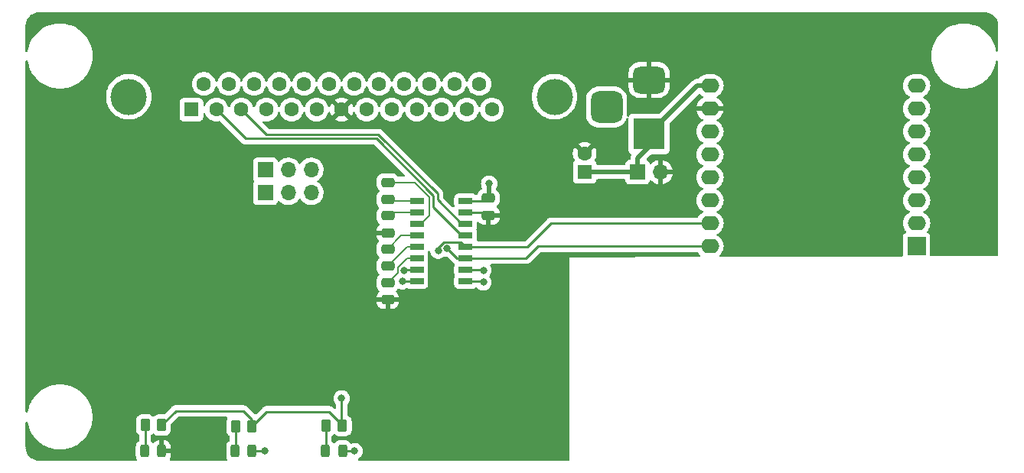
<source format=gbr>
%TF.GenerationSoftware,KiCad,Pcbnew,(6.0.11)*%
%TF.CreationDate,2024-01-03T20:30:30+00:00*%
%TF.ProjectId,LeWiFiModem,4c655769-4669-44d6-9f64-656d2e6b6963,rev?*%
%TF.SameCoordinates,Original*%
%TF.FileFunction,Copper,L1,Top*%
%TF.FilePolarity,Positive*%
%FSLAX46Y46*%
G04 Gerber Fmt 4.6, Leading zero omitted, Abs format (unit mm)*
G04 Created by KiCad (PCBNEW (6.0.11)) date 2024-01-03 20:30:30*
%MOMM*%
%LPD*%
G01*
G04 APERTURE LIST*
G04 Aperture macros list*
%AMRoundRect*
0 Rectangle with rounded corners*
0 $1 Rounding radius*
0 $2 $3 $4 $5 $6 $7 $8 $9 X,Y pos of 4 corners*
0 Add a 4 corners polygon primitive as box body*
4,1,4,$2,$3,$4,$5,$6,$7,$8,$9,$2,$3,0*
0 Add four circle primitives for the rounded corners*
1,1,$1+$1,$2,$3*
1,1,$1+$1,$4,$5*
1,1,$1+$1,$6,$7*
1,1,$1+$1,$8,$9*
0 Add four rect primitives between the rounded corners*
20,1,$1+$1,$2,$3,$4,$5,0*
20,1,$1+$1,$4,$5,$6,$7,0*
20,1,$1+$1,$6,$7,$8,$9,0*
20,1,$1+$1,$8,$9,$2,$3,0*%
G04 Aperture macros list end*
%TA.AperFunction,SMDPad,CuDef*%
%ADD10RoundRect,0.250000X0.475000X-0.250000X0.475000X0.250000X-0.475000X0.250000X-0.475000X-0.250000X0*%
%TD*%
%TA.AperFunction,ComponentPad*%
%ADD11R,3.500000X3.500000*%
%TD*%
%TA.AperFunction,ComponentPad*%
%ADD12RoundRect,0.750000X-1.000000X0.750000X-1.000000X-0.750000X1.000000X-0.750000X1.000000X0.750000X0*%
%TD*%
%TA.AperFunction,ComponentPad*%
%ADD13RoundRect,0.875000X-0.875000X0.875000X-0.875000X-0.875000X0.875000X-0.875000X0.875000X0.875000X0*%
%TD*%
%TA.AperFunction,SMDPad,CuDef*%
%ADD14RoundRect,0.243750X0.243750X0.456250X-0.243750X0.456250X-0.243750X-0.456250X0.243750X-0.456250X0*%
%TD*%
%TA.AperFunction,ComponentPad*%
%ADD15R,2.000000X2.000000*%
%TD*%
%TA.AperFunction,ComponentPad*%
%ADD16O,2.000000X1.600000*%
%TD*%
%TA.AperFunction,ComponentPad*%
%ADD17R,1.600000X1.600000*%
%TD*%
%TA.AperFunction,ComponentPad*%
%ADD18C,1.600000*%
%TD*%
%TA.AperFunction,SMDPad,CuDef*%
%ADD19RoundRect,0.250000X-0.475000X0.250000X-0.475000X-0.250000X0.475000X-0.250000X0.475000X0.250000X0*%
%TD*%
%TA.AperFunction,SMDPad,CuDef*%
%ADD20RoundRect,0.250000X0.262500X0.450000X-0.262500X0.450000X-0.262500X-0.450000X0.262500X-0.450000X0*%
%TD*%
%TA.AperFunction,ComponentPad*%
%ADD21R,1.700000X1.700000*%
%TD*%
%TA.AperFunction,ComponentPad*%
%ADD22O,1.700000X1.700000*%
%TD*%
%TA.AperFunction,SMDPad,CuDef*%
%ADD23R,1.500000X0.650000*%
%TD*%
%TA.AperFunction,ComponentPad*%
%ADD24C,4.000000*%
%TD*%
%TA.AperFunction,ViaPad*%
%ADD25C,0.800000*%
%TD*%
%TA.AperFunction,Conductor*%
%ADD26C,0.500000*%
%TD*%
%TA.AperFunction,Conductor*%
%ADD27C,0.250000*%
%TD*%
%TA.AperFunction,Conductor*%
%ADD28C,0.200000*%
%TD*%
G04 APERTURE END LIST*
D10*
%TO.P,C1,1*%
%TO.N,/C1+*%
X101482500Y-101960000D03*
%TO.P,C1,2*%
%TO.N,/C1-*%
X101482500Y-100060000D03*
%TD*%
D11*
%TO.P,J2,1*%
%TO.N,+5V*%
X130397500Y-94710000D03*
D12*
%TO.P,J2,2*%
%TO.N,GND*%
X130397500Y-88710000D03*
D13*
%TO.P,J2,3*%
%TO.N,N/C*%
X125697500Y-91710000D03*
%TD*%
D14*
%TO.P,D1,1,K*%
%TO.N,GND*%
X76487500Y-129845000D03*
%TO.P,D1,2,A*%
%TO.N,Net-(D1-Pad2)*%
X74612500Y-129845000D03*
%TD*%
D15*
%TO.P,U1,1,~{RST}*%
%TO.N,unconnected-(U1-Pad1)*%
X159995000Y-107130000D03*
D16*
%TO.P,U1,2,A0*%
%TO.N,unconnected-(U1-Pad2)*%
X159995000Y-104590000D03*
%TO.P,U1,3,D0*%
%TO.N,unconnected-(U1-Pad3)*%
X159995000Y-102050000D03*
%TO.P,U1,4,SCK/D5*%
%TO.N,unconnected-(U1-Pad4)*%
X159995000Y-99510000D03*
%TO.P,U1,5,MISO/D6*%
%TO.N,unconnected-(U1-Pad5)*%
X159995000Y-96970000D03*
%TO.P,U1,6,MOSI/D7*%
%TO.N,unconnected-(U1-Pad6)*%
X159995000Y-94430000D03*
%TO.P,U1,7,CS/D8*%
%TO.N,unconnected-(U1-Pad7)*%
X159995000Y-91890000D03*
%TO.P,U1,8,3V3*%
%TO.N,+3.3V*%
X159995000Y-89350000D03*
%TO.P,U1,9,5V*%
%TO.N,+5V*%
X137135000Y-89350000D03*
%TO.P,U1,10,GND*%
%TO.N,GND*%
X137135000Y-91890000D03*
%TO.P,U1,11,D4*%
%TO.N,unconnected-(U1-Pad11)*%
X137135000Y-94430000D03*
%TO.P,U1,12,D3*%
%TO.N,unconnected-(U1-Pad12)*%
X137135000Y-96970000D03*
%TO.P,U1,13,SDA/D2*%
%TO.N,/RTS0*%
X137135000Y-99510000D03*
%TO.P,U1,14,SCL/D1*%
%TO.N,/CTS0*%
X137135000Y-102050000D03*
%TO.P,U1,15,RX*%
%TO.N,/R1OUT*%
X137135000Y-104590000D03*
%TO.P,U1,16,TX*%
%TO.N,/T1IN*%
X137135000Y-107130000D03*
%TD*%
D14*
%TO.P,D3,1,K*%
%TO.N,/T1IN*%
X96487500Y-129845000D03*
%TO.P,D3,2,A*%
%TO.N,Net-(D3-Pad2)*%
X94612500Y-129845000D03*
%TD*%
D17*
%TO.P,C6,1*%
%TO.N,+5V*%
X123280000Y-98885113D03*
D18*
%TO.P,C6,2*%
%TO.N,GND*%
X123280000Y-96885113D03*
%TD*%
D19*
%TO.P,C5,1*%
%TO.N,+3.3V*%
X112632500Y-101820000D03*
%TO.P,C5,2*%
%TO.N,GND*%
X112632500Y-103720000D03*
%TD*%
%TO.P,C3,1*%
%TO.N,/V+*%
X101482500Y-103760000D03*
%TO.P,C3,2*%
%TO.N,GND*%
X101482500Y-105660000D03*
%TD*%
D14*
%TO.P,D2,1,K*%
%TO.N,/R1OUT*%
X86487500Y-129845000D03*
%TO.P,D2,2,A*%
%TO.N,Net-(D2-Pad2)*%
X84612500Y-129845000D03*
%TD*%
D20*
%TO.P,R1,1*%
%TO.N,+3.3V*%
X76482500Y-126950000D03*
%TO.P,R1,2*%
%TO.N,Net-(D1-Pad2)*%
X74657500Y-126950000D03*
%TD*%
D21*
%TO.P,J1,1,Pin_1*%
%TO.N,+5V*%
X129122500Y-98930000D03*
D22*
%TO.P,J1,2,Pin_2*%
%TO.N,GND*%
X131662500Y-98930000D03*
%TD*%
D23*
%TO.P,U2,1,C1+*%
%TO.N,/C1+*%
X104702500Y-102125000D03*
%TO.P,U2,2,V+*%
%TO.N,/V+*%
X104702500Y-103395000D03*
%TO.P,U2,3,C1-*%
%TO.N,/C1-*%
X104702500Y-104665000D03*
%TO.P,U2,4,C2+*%
%TO.N,/C2+*%
X104702500Y-105935000D03*
%TO.P,U2,5,C2-*%
%TO.N,/C2-*%
X104702500Y-107205000D03*
%TO.P,U2,6,V-*%
%TO.N,/V-*%
X104702500Y-108475000D03*
%TO.P,U2,7,T2OUT*%
%TO.N,/RTS{slash}DSR*%
X104702500Y-109745000D03*
%TO.P,U2,8,R2IN*%
%TO.N,/CTS{slash}DTR*%
X104702500Y-111015000D03*
%TO.P,U2,9,R2OUT*%
%TO.N,/CTS0*%
X110102500Y-111015000D03*
%TO.P,U2,10,T2IN*%
%TO.N,/RTS0*%
X110102500Y-109745000D03*
%TO.P,U2,11,T1IN*%
%TO.N,/T1IN*%
X110102500Y-108475000D03*
%TO.P,U2,12,R1OUT*%
%TO.N,/R1OUT*%
X110102500Y-107205000D03*
%TO.P,U2,13,R1IN*%
%TO.N,/R1IN*%
X110102500Y-105935000D03*
%TO.P,U2,14,T1OUT*%
%TO.N,/T1OUT*%
X110102500Y-104665000D03*
%TO.P,U2,15,GND*%
%TO.N,GND*%
X110102500Y-103395000D03*
%TO.P,U2,16,VCC*%
%TO.N,+3.3V*%
X110102500Y-102125000D03*
%TD*%
D20*
%TO.P,R3,1*%
%TO.N,+3.3V*%
X96482500Y-127010000D03*
%TO.P,R3,2*%
%TO.N,Net-(D3-Pad2)*%
X94657500Y-127010000D03*
%TD*%
D21*
%TO.P,JP2,1,A*%
%TO.N,/CTS1*%
X87950000Y-98670000D03*
D22*
%TO.P,JP2,2,C*%
%TO.N,/CTS{slash}DTR*%
X90490000Y-98670000D03*
%TO.P,JP2,3,B*%
%TO.N,/DTR1*%
X93030000Y-98670000D03*
%TD*%
D20*
%TO.P,R2,1*%
%TO.N,+3.3V*%
X86482500Y-127077142D03*
%TO.P,R2,2*%
%TO.N,Net-(D2-Pad2)*%
X84657500Y-127077142D03*
%TD*%
D21*
%TO.P,JP1,1,A*%
%TO.N,/RTS1*%
X87950000Y-101210000D03*
D22*
%TO.P,JP1,2,C*%
%TO.N,/RTS{slash}DSR*%
X90490000Y-101210000D03*
%TO.P,JP1,3,B*%
%TO.N,/DSR1*%
X93030000Y-101210000D03*
%TD*%
D19*
%TO.P,C2,1*%
%TO.N,/C2+*%
X101482500Y-107440000D03*
%TO.P,C2,2*%
%TO.N,/C2-*%
X101482500Y-109340000D03*
%TD*%
D24*
%TO.P,J3,0*%
%TO.N,N/C*%
X119937500Y-90570331D03*
X72837500Y-90570331D03*
D17*
%TO.P,J3,1,1*%
%TO.N,unconnected-(J3-Pad1)*%
X79767500Y-91990331D03*
D18*
%TO.P,J3,2,2*%
%TO.N,/R1IN*%
X82537500Y-91990331D03*
%TO.P,J3,3,3*%
%TO.N,/T1OUT*%
X85307500Y-91990331D03*
%TO.P,J3,4,4*%
%TO.N,/CTS1*%
X88077500Y-91990331D03*
%TO.P,J3,5,5*%
%TO.N,/RTS1*%
X90847500Y-91990331D03*
%TO.P,J3,6,6*%
%TO.N,/DSR1*%
X93617500Y-91990331D03*
%TO.P,J3,7,7*%
%TO.N,GND*%
X96387500Y-91990331D03*
%TO.P,J3,8,8*%
%TO.N,unconnected-(J3-Pad8)*%
X99157500Y-91990331D03*
%TO.P,J3,9,9*%
%TO.N,unconnected-(J3-Pad9)*%
X101927500Y-91990331D03*
%TO.P,J3,10,10*%
%TO.N,unconnected-(J3-Pad10)*%
X104697500Y-91990331D03*
%TO.P,J3,11,11*%
%TO.N,unconnected-(J3-Pad11)*%
X107467500Y-91990331D03*
%TO.P,J3,12,12*%
%TO.N,unconnected-(J3-Pad12)*%
X110237500Y-91990331D03*
%TO.P,J3,13,13*%
%TO.N,unconnected-(J3-Pad13)*%
X113007500Y-91990331D03*
%TO.P,J3,14,P14*%
%TO.N,unconnected-(J3-Pad14)*%
X81152500Y-89150331D03*
%TO.P,J3,15,P15*%
%TO.N,unconnected-(J3-Pad15)*%
X83922500Y-89150331D03*
%TO.P,J3,16,P16*%
%TO.N,unconnected-(J3-Pad16)*%
X86692500Y-89150331D03*
%TO.P,J3,17,P17*%
%TO.N,unconnected-(J3-Pad17)*%
X89462500Y-89150331D03*
%TO.P,J3,18,P18*%
%TO.N,unconnected-(J3-Pad18)*%
X92232500Y-89150331D03*
%TO.P,J3,19,P19*%
%TO.N,unconnected-(J3-Pad19)*%
X95002500Y-89150331D03*
%TO.P,J3,20,P20*%
%TO.N,/DTR1*%
X97772500Y-89150331D03*
%TO.P,J3,21,P21*%
%TO.N,unconnected-(J3-Pad21)*%
X100542500Y-89150331D03*
%TO.P,J3,22,P22*%
%TO.N,unconnected-(J3-Pad22)*%
X103312500Y-89150331D03*
%TO.P,J3,23,P23*%
%TO.N,unconnected-(J3-Pad23)*%
X106082500Y-89150331D03*
%TO.P,J3,24,P24*%
%TO.N,unconnected-(J3-Pad24)*%
X108852500Y-89150331D03*
%TO.P,J3,25,P25*%
%TO.N,unconnected-(J3-Pad25)*%
X111622500Y-89150331D03*
%TD*%
D19*
%TO.P,C4,1*%
%TO.N,/V-*%
X101482500Y-111180000D03*
%TO.P,C4,2*%
%TO.N,GND*%
X101482500Y-113080000D03*
%TD*%
D25*
%TO.N,+3.3V*%
X112712500Y-100200000D03*
X96390000Y-123990000D03*
%TO.N,GND*%
X114710000Y-103710000D03*
X78200000Y-129880000D03*
%TO.N,/RTS0*%
X112072500Y-109800000D03*
%TO.N,/CTS0*%
X112072500Y-111140000D03*
%TO.N,/R1OUT*%
X87910000Y-129850000D03*
X107079500Y-107616546D03*
%TO.N,/T1IN*%
X97820000Y-129850000D03*
X108055236Y-107399888D03*
%TO.N,/RTS{slash}DSR*%
X103310000Y-109800000D03*
%TO.N,/CTS{slash}DTR*%
X103130000Y-111020000D03*
%TD*%
D26*
%TO.N,+5V*%
X130397500Y-96132500D02*
X129120000Y-97410000D01*
X129120000Y-97410000D02*
X129122500Y-97412500D01*
X129122500Y-98930000D02*
X123324887Y-98930000D01*
X129122500Y-97412500D02*
X129122500Y-98930000D01*
X130397500Y-94710000D02*
X135757500Y-89350000D01*
X130397500Y-94710000D02*
X130397500Y-96132500D01*
X135757500Y-89350000D02*
X137135000Y-89350000D01*
X123324887Y-98930000D02*
X123280000Y-98885113D01*
D27*
%TO.N,Net-(D1-Pad2)*%
X74657500Y-129800000D02*
X74612500Y-129845000D01*
X74657500Y-126950000D02*
X74657500Y-129800000D01*
%TO.N,+3.3V*%
X85510000Y-125400000D02*
X86482500Y-126372500D01*
X112712500Y-101740000D02*
X112632500Y-101820000D01*
X96390000Y-126917500D02*
X96482500Y-127010000D01*
X96390000Y-123990000D02*
X96390000Y-126917500D01*
X78032500Y-125400000D02*
X85510000Y-125400000D01*
D26*
X112712500Y-100200000D02*
X112712500Y-101740000D01*
D27*
X76482500Y-126950000D02*
X78032500Y-125400000D01*
X96482500Y-126972500D02*
X96482500Y-127010000D01*
X86482500Y-127077142D02*
X88079642Y-125480000D01*
X94990000Y-125480000D02*
X96482500Y-126972500D01*
X88079642Y-125480000D02*
X94990000Y-125480000D01*
X112632500Y-101820000D02*
X112327500Y-102125000D01*
X86482500Y-126372500D02*
X86482500Y-127077142D01*
X112327500Y-102125000D02*
X110102500Y-102125000D01*
%TO.N,GND*%
X112632500Y-103720000D02*
X112307500Y-103395000D01*
X112307500Y-103395000D02*
X110102500Y-103395000D01*
%TO.N,/RTS0*%
X110102500Y-109745000D02*
X112017500Y-109745000D01*
X112017500Y-109745000D02*
X112072500Y-109800000D01*
%TO.N,/CTS0*%
X110102500Y-111015000D02*
X111947500Y-111015000D01*
X111947500Y-111015000D02*
X112072500Y-111140000D01*
%TO.N,/R1OUT*%
X119580000Y-104590000D02*
X137135000Y-104590000D01*
X109572888Y-106675388D02*
X107679957Y-106675388D01*
X107079500Y-107275845D02*
X107079500Y-107616546D01*
X110102500Y-107205000D02*
X109572888Y-106675388D01*
X107679957Y-106675388D02*
X107079500Y-107275845D01*
X116965000Y-107205000D02*
X119580000Y-104590000D01*
X110102500Y-107205000D02*
X116965000Y-107205000D01*
X86487500Y-129845000D02*
X87905000Y-129845000D01*
X87905000Y-129845000D02*
X87910000Y-129850000D01*
%TO.N,/T1IN*%
X109130348Y-108475000D02*
X108055236Y-107399888D01*
X110102500Y-108475000D02*
X109130348Y-108475000D01*
X118110000Y-107130000D02*
X137135000Y-107130000D01*
X96487500Y-129845000D02*
X97815000Y-129845000D01*
X97815000Y-129845000D02*
X97820000Y-129850000D01*
X116765000Y-108475000D02*
X118110000Y-107130000D01*
X110102500Y-108475000D02*
X116765000Y-108475000D01*
%TO.N,/T1OUT*%
X106989501Y-101977001D02*
X106989501Y-101313811D01*
X109677500Y-104665000D02*
X106989501Y-101977001D01*
X100435690Y-94760000D02*
X88077169Y-94760000D01*
X110102500Y-104665000D02*
X109677500Y-104665000D01*
X88077169Y-94760000D02*
X85307500Y-91990331D01*
X106989501Y-101313811D02*
X100435690Y-94760000D01*
%TO.N,/R1IN*%
X85756670Y-95209501D02*
X82537500Y-91990331D01*
X106540000Y-101500000D02*
X100249501Y-95209501D01*
X100249501Y-95209501D02*
X85756670Y-95209501D01*
X109677500Y-105935000D02*
X106540000Y-102797500D01*
X106540000Y-102797500D02*
X106540000Y-101500000D01*
X110102500Y-105935000D02*
X109677500Y-105935000D01*
%TO.N,/RTS{slash}DSR*%
X104702500Y-109745000D02*
X103365000Y-109745000D01*
X103365000Y-109745000D02*
X103310000Y-109800000D01*
D28*
%TO.N,/C1+*%
X101482500Y-101960000D02*
X101647500Y-102125000D01*
X101647500Y-102125000D02*
X104702500Y-102125000D01*
%TO.N,/C1-*%
X106102500Y-103690000D02*
X105127500Y-104665000D01*
X105127500Y-104665000D02*
X104702500Y-104665000D01*
X101482500Y-100060000D02*
X104472164Y-100060000D01*
X106102500Y-101690336D02*
X106102500Y-103690000D01*
X104472164Y-100060000D02*
X106102500Y-101690336D01*
%TO.N,/C2-*%
X101482500Y-109340000D02*
X103617500Y-107205000D01*
X103617500Y-107205000D02*
X104702500Y-107205000D01*
%TO.N,/V+*%
X101482500Y-103760000D02*
X101847500Y-103395000D01*
X101847500Y-103395000D02*
X104702500Y-103395000D01*
%TO.N,/V-*%
X102610500Y-109510257D02*
X103645757Y-108475000D01*
X102610500Y-110052000D02*
X102610500Y-109510257D01*
X103645757Y-108475000D02*
X104702500Y-108475000D01*
X101482500Y-111180000D02*
X102610500Y-110052000D01*
%TO.N,/C2+*%
X102987500Y-105935000D02*
X104702500Y-105935000D01*
X101482500Y-107440000D02*
X102987500Y-105935000D01*
D27*
%TO.N,Net-(D2-Pad2)*%
X84657500Y-129800000D02*
X84612500Y-129845000D01*
X84657500Y-127077142D02*
X84657500Y-129800000D01*
%TO.N,Net-(D3-Pad2)*%
X94657500Y-127010000D02*
X94657500Y-129800000D01*
X94657500Y-129800000D02*
X94612500Y-129845000D01*
%TO.N,/CTS{slash}DTR*%
X104702500Y-111015000D02*
X103135000Y-111015000D01*
X103135000Y-111015000D02*
X103130000Y-111020000D01*
%TD*%
%TA.AperFunction,Conductor*%
%TO.N,GND*%
G36*
X83712312Y-126053502D02*
G01*
X83758805Y-126107158D01*
X83768909Y-126177432D01*
X83751451Y-126225615D01*
X83702885Y-126304404D01*
X83676436Y-126384147D01*
X83655787Y-126446402D01*
X83647203Y-126472281D01*
X83636500Y-126576742D01*
X83636500Y-127577542D01*
X83636837Y-127580788D01*
X83636837Y-127580792D01*
X83640508Y-127616166D01*
X83647474Y-127683308D01*
X83649655Y-127689844D01*
X83649655Y-127689846D01*
X83681050Y-127783946D01*
X83703450Y-127851088D01*
X83796522Y-128001490D01*
X83921697Y-128126447D01*
X83927928Y-128130288D01*
X83927931Y-128130290D01*
X83964117Y-128152596D01*
X84011610Y-128205368D01*
X84024000Y-128259855D01*
X84024000Y-128647222D01*
X84003998Y-128715343D01*
X83964304Y-128754365D01*
X83898311Y-128795203D01*
X83774383Y-128919347D01*
X83682339Y-129068671D01*
X83680034Y-129075619D01*
X83680034Y-129075620D01*
X83629679Y-129227436D01*
X83627115Y-129235165D01*
X83616500Y-129338769D01*
X83616501Y-130351230D01*
X83627384Y-130456129D01*
X83629563Y-130462660D01*
X83629564Y-130462665D01*
X83652896Y-130532598D01*
X83682898Y-130622526D01*
X83730345Y-130699199D01*
X83749182Y-130767648D01*
X83728021Y-130835418D01*
X83673580Y-130880989D01*
X83623200Y-130891500D01*
X77476220Y-130891500D01*
X77408099Y-130871498D01*
X77361606Y-130817842D01*
X77351502Y-130747568D01*
X77368960Y-130699384D01*
X77413365Y-130627346D01*
X77419509Y-130614168D01*
X77470227Y-130461260D01*
X77473093Y-130447894D01*
X77482672Y-130354399D01*
X77483000Y-130347984D01*
X77483000Y-130117115D01*
X77478525Y-130101876D01*
X77477135Y-130100671D01*
X77469452Y-130099000D01*
X76359500Y-130099000D01*
X76291379Y-130078998D01*
X76244886Y-130025342D01*
X76233500Y-129973000D01*
X76233500Y-129572885D01*
X76741500Y-129572885D01*
X76745975Y-129588124D01*
X76747365Y-129589329D01*
X76755048Y-129591000D01*
X77464884Y-129591000D01*
X77480123Y-129586525D01*
X77481328Y-129585135D01*
X77482999Y-129577452D01*
X77482999Y-129342067D01*
X77482662Y-129335548D01*
X77472834Y-129240830D01*
X77469942Y-129227436D01*
X77418964Y-129074635D01*
X77412790Y-129061457D01*
X77328256Y-128924851D01*
X77319220Y-128913450D01*
X77205521Y-128799949D01*
X77194110Y-128790937D01*
X77057346Y-128706635D01*
X77044168Y-128700491D01*
X76891260Y-128649773D01*
X76877894Y-128646907D01*
X76784399Y-128637328D01*
X76777984Y-128637000D01*
X76759615Y-128637000D01*
X76744376Y-128641475D01*
X76743171Y-128642865D01*
X76741500Y-128650548D01*
X76741500Y-129572885D01*
X76233500Y-129572885D01*
X76233500Y-128655116D01*
X76229025Y-128639877D01*
X76227635Y-128638672D01*
X76219952Y-128637001D01*
X76197067Y-128637001D01*
X76190548Y-128637338D01*
X76095830Y-128647166D01*
X76082436Y-128650058D01*
X75929635Y-128701036D01*
X75916457Y-128707210D01*
X75779851Y-128791744D01*
X75768450Y-128800780D01*
X75654949Y-128914479D01*
X75649206Y-128921751D01*
X75591289Y-128962814D01*
X75520366Y-128966046D01*
X75458954Y-128930421D01*
X75453160Y-128923746D01*
X75449797Y-128918311D01*
X75327982Y-128796708D01*
X75293903Y-128734425D01*
X75291000Y-128707535D01*
X75291000Y-128132634D01*
X75311002Y-128064513D01*
X75350697Y-128025490D01*
X75388120Y-128002332D01*
X75394348Y-127998478D01*
X75480784Y-127911891D01*
X75543066Y-127877812D01*
X75613886Y-127882815D01*
X75658975Y-127911736D01*
X75674338Y-127927072D01*
X75746697Y-127999305D01*
X75752927Y-128003145D01*
X75752928Y-128003146D01*
X75890090Y-128087694D01*
X75897262Y-128092115D01*
X75977005Y-128118564D01*
X76058611Y-128145632D01*
X76058613Y-128145632D01*
X76065139Y-128147797D01*
X76071975Y-128148497D01*
X76071978Y-128148498D01*
X76111977Y-128152596D01*
X76169600Y-128158500D01*
X76795400Y-128158500D01*
X76798646Y-128158163D01*
X76798650Y-128158163D01*
X76894308Y-128148238D01*
X76894312Y-128148237D01*
X76901166Y-128147526D01*
X76907702Y-128145345D01*
X76907704Y-128145345D01*
X77039806Y-128101272D01*
X77068946Y-128091550D01*
X77219348Y-127998478D01*
X77344305Y-127873303D01*
X77350828Y-127862721D01*
X77433275Y-127728968D01*
X77433276Y-127728966D01*
X77437115Y-127722738D01*
X77484196Y-127580792D01*
X77490632Y-127561389D01*
X77490632Y-127561387D01*
X77492797Y-127554861D01*
X77495707Y-127526465D01*
X77503172Y-127453598D01*
X77503500Y-127450400D01*
X77503500Y-126877095D01*
X77523502Y-126808974D01*
X77540405Y-126787999D01*
X78258001Y-126070404D01*
X78320313Y-126036379D01*
X78347096Y-126033500D01*
X83644191Y-126033500D01*
X83712312Y-126053502D01*
G37*
%TD.AperFunction*%
%TA.AperFunction,Conductor*%
G36*
X167510018Y-81230000D02*
G01*
X167524851Y-81232310D01*
X167524855Y-81232310D01*
X167533724Y-81233691D01*
X167548981Y-81231696D01*
X167574302Y-81230953D01*
X167743285Y-81243039D01*
X167761064Y-81245596D01*
X167951392Y-81286999D01*
X167968641Y-81292063D01*
X168151150Y-81360136D01*
X168167502Y-81367604D01*
X168338458Y-81460952D01*
X168353582Y-81470672D01*
X168509514Y-81587402D01*
X168523100Y-81599175D01*
X168660825Y-81736900D01*
X168672598Y-81750486D01*
X168789328Y-81906418D01*
X168799048Y-81921542D01*
X168892396Y-82092498D01*
X168899864Y-82108850D01*
X168967937Y-82291359D01*
X168973001Y-82308607D01*
X169014404Y-82498936D01*
X169016961Y-82516715D01*
X169028540Y-82678601D01*
X169027793Y-82696565D01*
X169027692Y-82704845D01*
X169026309Y-82713724D01*
X169030446Y-82745356D01*
X169031510Y-82761664D01*
X169031592Y-83145223D01*
X169032085Y-85448386D01*
X169012098Y-85516511D01*
X168958452Y-85563015D01*
X168888180Y-85573134D01*
X168823593Y-85543655D01*
X168785196Y-85483937D01*
X168781636Y-85468124D01*
X168757169Y-85313648D01*
X168756653Y-85310387D01*
X168658978Y-84945857D01*
X168523734Y-84593535D01*
X168352403Y-84257280D01*
X168146863Y-83940775D01*
X167909365Y-83647489D01*
X167642511Y-83380635D01*
X167349225Y-83143137D01*
X167032720Y-82937597D01*
X167029786Y-82936102D01*
X167029779Y-82936098D01*
X166699405Y-82767764D01*
X166696465Y-82766266D01*
X166344143Y-82631022D01*
X165979613Y-82533347D01*
X165781647Y-82501992D01*
X165610119Y-82474824D01*
X165610111Y-82474823D01*
X165606871Y-82474310D01*
X165324280Y-82459500D01*
X165135720Y-82459500D01*
X164853129Y-82474310D01*
X164849889Y-82474823D01*
X164849881Y-82474824D01*
X164678353Y-82501992D01*
X164480387Y-82533347D01*
X164115857Y-82631022D01*
X163763535Y-82766266D01*
X163760595Y-82767764D01*
X163430221Y-82936098D01*
X163430214Y-82936102D01*
X163427280Y-82937597D01*
X163110775Y-83143137D01*
X162817489Y-83380635D01*
X162550635Y-83647489D01*
X162313137Y-83940775D01*
X162311335Y-83943550D01*
X162109395Y-84254510D01*
X162109393Y-84254513D01*
X162107597Y-84257279D01*
X162106102Y-84260213D01*
X162106098Y-84260220D01*
X161937764Y-84590595D01*
X161936266Y-84593535D01*
X161801022Y-84945857D01*
X161703347Y-85310387D01*
X161702831Y-85313648D01*
X161653441Y-85625481D01*
X161644310Y-85683129D01*
X161624559Y-86060000D01*
X161644310Y-86436871D01*
X161644823Y-86440111D01*
X161644824Y-86440119D01*
X161654754Y-86502814D01*
X161703347Y-86809613D01*
X161801022Y-87174143D01*
X161936266Y-87526465D01*
X161937764Y-87529405D01*
X162094651Y-87837312D01*
X162107597Y-87862720D01*
X162313137Y-88179225D01*
X162550635Y-88472511D01*
X162817489Y-88739365D01*
X163110775Y-88976863D01*
X163215807Y-89045072D01*
X163284844Y-89089904D01*
X163427280Y-89182403D01*
X163430214Y-89183898D01*
X163430221Y-89183902D01*
X163745461Y-89344525D01*
X163763535Y-89353734D01*
X164115857Y-89488978D01*
X164480387Y-89586653D01*
X164678353Y-89618008D01*
X164849881Y-89645176D01*
X164849889Y-89645177D01*
X164853129Y-89645690D01*
X165135720Y-89660500D01*
X165324280Y-89660500D01*
X165606871Y-89645690D01*
X165610111Y-89645177D01*
X165610119Y-89645176D01*
X165781647Y-89618008D01*
X165979613Y-89586653D01*
X166344143Y-89488978D01*
X166696465Y-89353734D01*
X166714539Y-89344525D01*
X167029779Y-89183902D01*
X167029786Y-89183898D01*
X167032720Y-89182403D01*
X167175157Y-89089904D01*
X167244193Y-89045072D01*
X167349225Y-88976863D01*
X167642511Y-88739365D01*
X167909365Y-88472511D01*
X168146863Y-88179225D01*
X168226589Y-88056457D01*
X168350605Y-87865490D01*
X168350607Y-87865487D01*
X168352403Y-87862721D01*
X168353903Y-87859779D01*
X168522236Y-87529405D01*
X168523734Y-87526465D01*
X168658978Y-87174143D01*
X168756653Y-86809613D01*
X168781898Y-86650224D01*
X168812311Y-86586071D01*
X168872579Y-86548544D01*
X168943568Y-86549558D01*
X169002740Y-86588791D01*
X169031308Y-86653786D01*
X169032347Y-86669907D01*
X169033422Y-91687363D01*
X169036941Y-108116133D01*
X169016954Y-108184258D01*
X168963308Y-108230762D01*
X168911282Y-108242160D01*
X161629840Y-108261852D01*
X161561666Y-108242034D01*
X161515028Y-108188504D01*
X161503500Y-108135852D01*
X161503500Y-106081866D01*
X161496745Y-106019684D01*
X161445615Y-105883295D01*
X161358261Y-105766739D01*
X161241705Y-105679385D01*
X161233296Y-105676233D01*
X161233293Y-105676231D01*
X161217232Y-105670210D01*
X161160467Y-105627569D01*
X161135766Y-105561008D01*
X161150973Y-105491659D01*
X161172365Y-105463133D01*
X161201198Y-105434300D01*
X161207009Y-105426002D01*
X161276679Y-105326502D01*
X161332523Y-105246749D01*
X161334846Y-105241767D01*
X161334849Y-105241762D01*
X161426961Y-105044225D01*
X161426961Y-105044224D01*
X161429284Y-105039243D01*
X161488543Y-104818087D01*
X161508498Y-104590000D01*
X161488543Y-104361913D01*
X161480726Y-104332738D01*
X161430707Y-104146067D01*
X161430706Y-104146065D01*
X161429284Y-104140757D01*
X161426961Y-104135775D01*
X161334849Y-103938238D01*
X161334846Y-103938233D01*
X161332523Y-103933251D01*
X161201198Y-103745700D01*
X161039300Y-103583802D01*
X161034792Y-103580645D01*
X161034789Y-103580643D01*
X160953721Y-103523879D01*
X160851749Y-103452477D01*
X160846767Y-103450154D01*
X160846762Y-103450151D01*
X160812543Y-103434195D01*
X160759258Y-103387278D01*
X160739797Y-103319001D01*
X160760339Y-103251041D01*
X160812543Y-103205805D01*
X160846762Y-103189849D01*
X160846767Y-103189846D01*
X160851749Y-103187523D01*
X160956611Y-103114098D01*
X161034789Y-103059357D01*
X161034792Y-103059355D01*
X161039300Y-103056198D01*
X161201198Y-102894300D01*
X161213829Y-102876262D01*
X161274738Y-102789274D01*
X161332523Y-102706749D01*
X161334846Y-102701767D01*
X161334849Y-102701762D01*
X161426961Y-102504225D01*
X161426961Y-102504224D01*
X161429284Y-102499243D01*
X161449644Y-102423261D01*
X161487119Y-102283402D01*
X161487119Y-102283400D01*
X161488543Y-102278087D01*
X161508498Y-102050000D01*
X161488543Y-101821913D01*
X161487119Y-101816598D01*
X161430707Y-101606067D01*
X161430706Y-101606065D01*
X161429284Y-101600757D01*
X161404968Y-101548611D01*
X161334849Y-101398238D01*
X161334846Y-101398233D01*
X161332523Y-101393251D01*
X161237891Y-101258103D01*
X161204357Y-101210211D01*
X161204355Y-101210208D01*
X161201198Y-101205700D01*
X161039300Y-101043802D01*
X161034792Y-101040645D01*
X161034789Y-101040643D01*
X160929404Y-100966852D01*
X160851749Y-100912477D01*
X160846767Y-100910154D01*
X160846762Y-100910151D01*
X160812543Y-100894195D01*
X160759258Y-100847278D01*
X160739797Y-100779001D01*
X160760339Y-100711041D01*
X160812543Y-100665805D01*
X160846762Y-100649849D01*
X160846767Y-100649846D01*
X160851749Y-100647523D01*
X160974614Y-100561492D01*
X161034789Y-100519357D01*
X161034792Y-100519355D01*
X161039300Y-100516198D01*
X161201198Y-100354300D01*
X161231872Y-100310494D01*
X161274451Y-100249684D01*
X161332523Y-100166749D01*
X161334846Y-100161767D01*
X161334849Y-100161762D01*
X161426961Y-99964225D01*
X161426961Y-99964224D01*
X161429284Y-99959243D01*
X161438886Y-99923410D01*
X161487119Y-99743402D01*
X161487119Y-99743400D01*
X161488543Y-99738087D01*
X161508498Y-99510000D01*
X161488543Y-99281913D01*
X161463506Y-99188475D01*
X161430707Y-99066067D01*
X161430706Y-99066065D01*
X161429284Y-99060757D01*
X161425125Y-99051837D01*
X161334849Y-98858238D01*
X161334846Y-98858233D01*
X161332523Y-98853251D01*
X161206565Y-98673365D01*
X161204357Y-98670211D01*
X161204355Y-98670208D01*
X161201198Y-98665700D01*
X161039300Y-98503802D01*
X161034792Y-98500645D01*
X161034789Y-98500643D01*
X160951526Y-98442342D01*
X160851749Y-98372477D01*
X160846767Y-98370154D01*
X160846762Y-98370151D01*
X160812543Y-98354195D01*
X160759258Y-98307278D01*
X160739797Y-98239001D01*
X160760339Y-98171041D01*
X160812543Y-98125805D01*
X160846762Y-98109849D01*
X160846767Y-98109846D01*
X160851749Y-98107523D01*
X160961620Y-98030590D01*
X161034789Y-97979357D01*
X161034792Y-97979355D01*
X161039300Y-97976198D01*
X161201198Y-97814300D01*
X161231872Y-97770494D01*
X161291477Y-97685369D01*
X161332523Y-97626749D01*
X161334846Y-97621767D01*
X161334849Y-97621762D01*
X161426961Y-97424225D01*
X161426961Y-97424224D01*
X161429284Y-97419243D01*
X161447284Y-97352069D01*
X161487119Y-97203402D01*
X161487119Y-97203400D01*
X161488543Y-97198087D01*
X161508498Y-96970000D01*
X161488543Y-96741913D01*
X161487119Y-96736598D01*
X161430707Y-96526067D01*
X161430706Y-96526065D01*
X161429284Y-96520757D01*
X161423398Y-96508134D01*
X161334849Y-96318238D01*
X161334846Y-96318233D01*
X161332523Y-96313251D01*
X161233663Y-96172065D01*
X161204357Y-96130211D01*
X161204355Y-96130208D01*
X161201198Y-96125700D01*
X161039300Y-95963802D01*
X161034792Y-95960645D01*
X161034789Y-95960643D01*
X160919484Y-95879906D01*
X160851749Y-95832477D01*
X160846767Y-95830154D01*
X160846762Y-95830151D01*
X160812543Y-95814195D01*
X160759258Y-95767278D01*
X160739797Y-95699001D01*
X160760339Y-95631041D01*
X160812543Y-95585805D01*
X160846762Y-95569849D01*
X160846767Y-95569846D01*
X160851749Y-95567523D01*
X160956611Y-95494098D01*
X161034789Y-95439357D01*
X161034792Y-95439355D01*
X161039300Y-95436198D01*
X161201198Y-95274300D01*
X161332523Y-95086749D01*
X161334846Y-95081767D01*
X161334849Y-95081762D01*
X161426961Y-94884225D01*
X161426961Y-94884224D01*
X161429284Y-94879243D01*
X161488543Y-94658087D01*
X161508498Y-94430000D01*
X161488543Y-94201913D01*
X161471282Y-94137495D01*
X161430707Y-93986067D01*
X161430706Y-93986065D01*
X161429284Y-93980757D01*
X161421724Y-93964544D01*
X161334849Y-93778238D01*
X161334846Y-93778233D01*
X161332523Y-93773251D01*
X161201198Y-93585700D01*
X161039300Y-93423802D01*
X161034792Y-93420645D01*
X161034789Y-93420643D01*
X160866560Y-93302848D01*
X160851749Y-93292477D01*
X160846767Y-93290154D01*
X160846762Y-93290151D01*
X160812543Y-93274195D01*
X160759258Y-93227278D01*
X160739797Y-93159001D01*
X160760339Y-93091041D01*
X160812543Y-93045805D01*
X160846762Y-93029849D01*
X160846767Y-93029846D01*
X160851749Y-93027523D01*
X160956611Y-92954098D01*
X161034789Y-92899357D01*
X161034792Y-92899355D01*
X161039300Y-92896198D01*
X161201198Y-92734300D01*
X161221429Y-92705408D01*
X161292492Y-92603919D01*
X161332523Y-92546749D01*
X161334846Y-92541767D01*
X161334849Y-92541762D01*
X161426961Y-92344225D01*
X161426961Y-92344224D01*
X161429284Y-92339243D01*
X161456225Y-92238701D01*
X161487119Y-92123402D01*
X161487119Y-92123400D01*
X161488543Y-92118087D01*
X161508498Y-91890000D01*
X161488543Y-91661913D01*
X161480535Y-91632027D01*
X161430707Y-91446067D01*
X161430706Y-91446065D01*
X161429284Y-91440757D01*
X161426961Y-91435775D01*
X161334849Y-91238238D01*
X161334846Y-91238233D01*
X161332523Y-91233251D01*
X161201198Y-91045700D01*
X161039300Y-90883802D01*
X161034792Y-90880645D01*
X161034789Y-90880643D01*
X160950594Y-90821689D01*
X160851749Y-90752477D01*
X160846767Y-90750154D01*
X160846762Y-90750151D01*
X160812543Y-90734195D01*
X160759258Y-90687278D01*
X160739797Y-90619001D01*
X160760339Y-90551041D01*
X160812543Y-90505805D01*
X160846762Y-90489849D01*
X160846767Y-90489846D01*
X160851749Y-90487523D01*
X160996684Y-90386038D01*
X161034789Y-90359357D01*
X161034792Y-90359355D01*
X161039300Y-90356198D01*
X161201198Y-90194300D01*
X161230375Y-90152632D01*
X161329366Y-90011257D01*
X161332523Y-90006749D01*
X161334846Y-90001767D01*
X161334849Y-90001762D01*
X161426961Y-89804225D01*
X161426961Y-89804224D01*
X161429284Y-89799243D01*
X161455397Y-89701791D01*
X161487119Y-89583402D01*
X161487119Y-89583400D01*
X161488543Y-89578087D01*
X161508498Y-89350000D01*
X161488543Y-89121913D01*
X161436510Y-88927724D01*
X161430707Y-88906067D01*
X161430706Y-88906065D01*
X161429284Y-88900757D01*
X161426961Y-88895775D01*
X161334849Y-88698238D01*
X161334846Y-88698233D01*
X161332523Y-88693251D01*
X161201198Y-88505700D01*
X161039300Y-88343802D01*
X161034792Y-88340645D01*
X161034789Y-88340643D01*
X160956611Y-88285902D01*
X160851749Y-88212477D01*
X160846767Y-88210154D01*
X160846762Y-88210151D01*
X160649225Y-88118039D01*
X160649224Y-88118039D01*
X160644243Y-88115716D01*
X160638935Y-88114294D01*
X160638933Y-88114293D01*
X160428402Y-88057881D01*
X160428400Y-88057881D01*
X160423087Y-88056457D01*
X160323520Y-88047746D01*
X160254851Y-88041738D01*
X160254844Y-88041738D01*
X160252127Y-88041500D01*
X159737873Y-88041500D01*
X159735156Y-88041738D01*
X159735149Y-88041738D01*
X159666480Y-88047746D01*
X159566913Y-88056457D01*
X159561600Y-88057881D01*
X159561598Y-88057881D01*
X159351067Y-88114293D01*
X159351065Y-88114294D01*
X159345757Y-88115716D01*
X159340776Y-88118039D01*
X159340775Y-88118039D01*
X159143238Y-88210151D01*
X159143233Y-88210154D01*
X159138251Y-88212477D01*
X159033389Y-88285902D01*
X158955211Y-88340643D01*
X158955208Y-88340645D01*
X158950700Y-88343802D01*
X158788802Y-88505700D01*
X158657477Y-88693251D01*
X158655154Y-88698233D01*
X158655151Y-88698238D01*
X158563039Y-88895775D01*
X158560716Y-88900757D01*
X158559294Y-88906065D01*
X158559293Y-88906067D01*
X158553490Y-88927724D01*
X158501457Y-89121913D01*
X158481502Y-89350000D01*
X158501457Y-89578087D01*
X158502881Y-89583400D01*
X158502881Y-89583402D01*
X158534604Y-89701791D01*
X158560716Y-89799243D01*
X158563039Y-89804224D01*
X158563039Y-89804225D01*
X158655151Y-90001762D01*
X158655154Y-90001767D01*
X158657477Y-90006749D01*
X158660634Y-90011257D01*
X158759626Y-90152632D01*
X158788802Y-90194300D01*
X158950700Y-90356198D01*
X158955208Y-90359355D01*
X158955211Y-90359357D01*
X158993316Y-90386038D01*
X159138251Y-90487523D01*
X159143233Y-90489846D01*
X159143238Y-90489849D01*
X159177457Y-90505805D01*
X159230742Y-90552722D01*
X159250203Y-90620999D01*
X159229661Y-90688959D01*
X159177457Y-90734195D01*
X159143238Y-90750151D01*
X159143233Y-90750154D01*
X159138251Y-90752477D01*
X159039406Y-90821689D01*
X158955211Y-90880643D01*
X158955208Y-90880645D01*
X158950700Y-90883802D01*
X158788802Y-91045700D01*
X158657477Y-91233251D01*
X158655154Y-91238233D01*
X158655151Y-91238238D01*
X158563039Y-91435775D01*
X158560716Y-91440757D01*
X158559294Y-91446065D01*
X158559293Y-91446067D01*
X158509465Y-91632027D01*
X158501457Y-91661913D01*
X158481502Y-91890000D01*
X158501457Y-92118087D01*
X158502881Y-92123400D01*
X158502881Y-92123402D01*
X158533776Y-92238701D01*
X158560716Y-92339243D01*
X158563039Y-92344224D01*
X158563039Y-92344225D01*
X158655151Y-92541762D01*
X158655154Y-92541767D01*
X158657477Y-92546749D01*
X158697508Y-92603919D01*
X158768572Y-92705408D01*
X158788802Y-92734300D01*
X158950700Y-92896198D01*
X158955208Y-92899355D01*
X158955211Y-92899357D01*
X159033389Y-92954098D01*
X159138251Y-93027523D01*
X159143233Y-93029846D01*
X159143238Y-93029849D01*
X159177457Y-93045805D01*
X159230742Y-93092722D01*
X159250203Y-93160999D01*
X159229661Y-93228959D01*
X159177457Y-93274195D01*
X159143238Y-93290151D01*
X159143233Y-93290154D01*
X159138251Y-93292477D01*
X159123440Y-93302848D01*
X158955211Y-93420643D01*
X158955208Y-93420645D01*
X158950700Y-93423802D01*
X158788802Y-93585700D01*
X158657477Y-93773251D01*
X158655154Y-93778233D01*
X158655151Y-93778238D01*
X158568276Y-93964544D01*
X158560716Y-93980757D01*
X158559294Y-93986065D01*
X158559293Y-93986067D01*
X158518718Y-94137495D01*
X158501457Y-94201913D01*
X158481502Y-94430000D01*
X158501457Y-94658087D01*
X158560716Y-94879243D01*
X158563039Y-94884224D01*
X158563039Y-94884225D01*
X158655151Y-95081762D01*
X158655154Y-95081767D01*
X158657477Y-95086749D01*
X158788802Y-95274300D01*
X158950700Y-95436198D01*
X158955208Y-95439355D01*
X158955211Y-95439357D01*
X159033389Y-95494098D01*
X159138251Y-95567523D01*
X159143233Y-95569846D01*
X159143238Y-95569849D01*
X159177457Y-95585805D01*
X159230742Y-95632722D01*
X159250203Y-95700999D01*
X159229661Y-95768959D01*
X159177457Y-95814195D01*
X159143238Y-95830151D01*
X159143233Y-95830154D01*
X159138251Y-95832477D01*
X159070516Y-95879906D01*
X158955211Y-95960643D01*
X158955208Y-95960645D01*
X158950700Y-95963802D01*
X158788802Y-96125700D01*
X158785645Y-96130208D01*
X158785643Y-96130211D01*
X158756337Y-96172065D01*
X158657477Y-96313251D01*
X158655154Y-96318233D01*
X158655151Y-96318238D01*
X158566602Y-96508134D01*
X158560716Y-96520757D01*
X158559294Y-96526065D01*
X158559293Y-96526067D01*
X158502881Y-96736598D01*
X158501457Y-96741913D01*
X158481502Y-96970000D01*
X158501457Y-97198087D01*
X158502881Y-97203400D01*
X158502881Y-97203402D01*
X158542717Y-97352069D01*
X158560716Y-97419243D01*
X158563039Y-97424224D01*
X158563039Y-97424225D01*
X158655151Y-97621762D01*
X158655154Y-97621767D01*
X158657477Y-97626749D01*
X158698523Y-97685369D01*
X158758129Y-97770494D01*
X158788802Y-97814300D01*
X158950700Y-97976198D01*
X158955208Y-97979355D01*
X158955211Y-97979357D01*
X159028380Y-98030590D01*
X159138251Y-98107523D01*
X159143233Y-98109846D01*
X159143238Y-98109849D01*
X159177457Y-98125805D01*
X159230742Y-98172722D01*
X159250203Y-98240999D01*
X159229661Y-98308959D01*
X159177457Y-98354195D01*
X159143238Y-98370151D01*
X159143233Y-98370154D01*
X159138251Y-98372477D01*
X159038474Y-98442342D01*
X158955211Y-98500643D01*
X158955208Y-98500645D01*
X158950700Y-98503802D01*
X158788802Y-98665700D01*
X158785645Y-98670208D01*
X158785643Y-98670211D01*
X158783435Y-98673365D01*
X158657477Y-98853251D01*
X158655154Y-98858233D01*
X158655151Y-98858238D01*
X158564875Y-99051837D01*
X158560716Y-99060757D01*
X158559294Y-99066065D01*
X158559293Y-99066067D01*
X158526494Y-99188475D01*
X158501457Y-99281913D01*
X158481502Y-99510000D01*
X158501457Y-99738087D01*
X158502881Y-99743400D01*
X158502881Y-99743402D01*
X158551115Y-99923410D01*
X158560716Y-99959243D01*
X158563039Y-99964224D01*
X158563039Y-99964225D01*
X158655151Y-100161762D01*
X158655154Y-100161767D01*
X158657477Y-100166749D01*
X158715549Y-100249684D01*
X158758129Y-100310494D01*
X158788802Y-100354300D01*
X158950700Y-100516198D01*
X158955208Y-100519355D01*
X158955211Y-100519357D01*
X159015386Y-100561492D01*
X159138251Y-100647523D01*
X159143233Y-100649846D01*
X159143238Y-100649849D01*
X159177457Y-100665805D01*
X159230742Y-100712722D01*
X159250203Y-100780999D01*
X159229661Y-100848959D01*
X159177457Y-100894195D01*
X159143238Y-100910151D01*
X159143233Y-100910154D01*
X159138251Y-100912477D01*
X159060596Y-100966852D01*
X158955211Y-101040643D01*
X158955208Y-101040645D01*
X158950700Y-101043802D01*
X158788802Y-101205700D01*
X158785645Y-101210208D01*
X158785643Y-101210211D01*
X158752109Y-101258103D01*
X158657477Y-101393251D01*
X158655154Y-101398233D01*
X158655151Y-101398238D01*
X158585032Y-101548611D01*
X158560716Y-101600757D01*
X158559294Y-101606065D01*
X158559293Y-101606067D01*
X158502881Y-101816598D01*
X158501457Y-101821913D01*
X158481502Y-102050000D01*
X158501457Y-102278087D01*
X158502881Y-102283400D01*
X158502881Y-102283402D01*
X158540357Y-102423261D01*
X158560716Y-102499243D01*
X158563039Y-102504224D01*
X158563039Y-102504225D01*
X158655151Y-102701762D01*
X158655154Y-102701767D01*
X158657477Y-102706749D01*
X158715262Y-102789274D01*
X158776172Y-102876262D01*
X158788802Y-102894300D01*
X158950700Y-103056198D01*
X158955208Y-103059355D01*
X158955211Y-103059357D01*
X159033389Y-103114098D01*
X159138251Y-103187523D01*
X159143233Y-103189846D01*
X159143238Y-103189849D01*
X159177457Y-103205805D01*
X159230742Y-103252722D01*
X159250203Y-103320999D01*
X159229661Y-103388959D01*
X159177457Y-103434195D01*
X159143238Y-103450151D01*
X159143233Y-103450154D01*
X159138251Y-103452477D01*
X159036279Y-103523879D01*
X158955211Y-103580643D01*
X158955208Y-103580645D01*
X158950700Y-103583802D01*
X158788802Y-103745700D01*
X158657477Y-103933251D01*
X158655154Y-103938233D01*
X158655151Y-103938238D01*
X158563039Y-104135775D01*
X158560716Y-104140757D01*
X158559294Y-104146065D01*
X158559293Y-104146067D01*
X158509274Y-104332738D01*
X158501457Y-104361913D01*
X158481502Y-104590000D01*
X158501457Y-104818087D01*
X158560716Y-105039243D01*
X158563039Y-105044224D01*
X158563039Y-105044225D01*
X158655151Y-105241762D01*
X158655154Y-105241767D01*
X158657477Y-105246749D01*
X158713321Y-105326502D01*
X158782992Y-105426002D01*
X158788802Y-105434300D01*
X158817635Y-105463133D01*
X158851661Y-105525445D01*
X158846596Y-105596260D01*
X158804049Y-105653096D01*
X158772768Y-105670210D01*
X158756707Y-105676231D01*
X158756704Y-105676233D01*
X158748295Y-105679385D01*
X158631739Y-105766739D01*
X158544385Y-105883295D01*
X158493255Y-106019684D01*
X158486500Y-106081866D01*
X158486500Y-108144692D01*
X158466498Y-108212813D01*
X158412842Y-108259306D01*
X158360841Y-108270692D01*
X142258451Y-108314239D01*
X138295071Y-108324958D01*
X138226896Y-108305140D01*
X138180258Y-108251610D01*
X138169964Y-108181364D01*
X138199283Y-108116703D01*
X138205635Y-108109863D01*
X138341198Y-107974300D01*
X138472523Y-107786749D01*
X138474846Y-107781767D01*
X138474849Y-107781762D01*
X138566961Y-107584225D01*
X138566961Y-107584224D01*
X138569284Y-107579243D01*
X138628543Y-107358087D01*
X138648498Y-107130000D01*
X138628543Y-106901913D01*
X138617589Y-106861032D01*
X138570707Y-106686067D01*
X138570706Y-106686065D01*
X138569284Y-106680757D01*
X138528620Y-106593552D01*
X138474849Y-106478238D01*
X138474846Y-106478233D01*
X138472523Y-106473251D01*
X138341198Y-106285700D01*
X138179300Y-106123802D01*
X138174792Y-106120645D01*
X138174789Y-106120643D01*
X138064103Y-106043140D01*
X137991749Y-105992477D01*
X137986767Y-105990154D01*
X137986762Y-105990151D01*
X137952543Y-105974195D01*
X137899258Y-105927278D01*
X137879797Y-105859001D01*
X137900339Y-105791041D01*
X137952543Y-105745805D01*
X137986762Y-105729849D01*
X137986767Y-105729846D01*
X137991749Y-105727523D01*
X138143165Y-105621500D01*
X138174789Y-105599357D01*
X138174792Y-105599355D01*
X138179300Y-105596198D01*
X138341198Y-105434300D01*
X138347009Y-105426002D01*
X138416679Y-105326502D01*
X138472523Y-105246749D01*
X138474846Y-105241767D01*
X138474849Y-105241762D01*
X138566961Y-105044225D01*
X138566961Y-105044224D01*
X138569284Y-105039243D01*
X138628543Y-104818087D01*
X138648498Y-104590000D01*
X138628543Y-104361913D01*
X138620726Y-104332738D01*
X138570707Y-104146067D01*
X138570706Y-104146065D01*
X138569284Y-104140757D01*
X138566961Y-104135775D01*
X138474849Y-103938238D01*
X138474846Y-103938233D01*
X138472523Y-103933251D01*
X138341198Y-103745700D01*
X138179300Y-103583802D01*
X138174792Y-103580645D01*
X138174789Y-103580643D01*
X138093721Y-103523879D01*
X137991749Y-103452477D01*
X137986767Y-103450154D01*
X137986762Y-103450151D01*
X137952543Y-103434195D01*
X137899258Y-103387278D01*
X137879797Y-103319001D01*
X137900339Y-103251041D01*
X137952543Y-103205805D01*
X137986762Y-103189849D01*
X137986767Y-103189846D01*
X137991749Y-103187523D01*
X138096611Y-103114098D01*
X138174789Y-103059357D01*
X138174792Y-103059355D01*
X138179300Y-103056198D01*
X138341198Y-102894300D01*
X138353829Y-102876262D01*
X138414738Y-102789274D01*
X138472523Y-102706749D01*
X138474846Y-102701767D01*
X138474849Y-102701762D01*
X138566961Y-102504225D01*
X138566961Y-102504224D01*
X138569284Y-102499243D01*
X138589644Y-102423261D01*
X138627119Y-102283402D01*
X138627119Y-102283400D01*
X138628543Y-102278087D01*
X138648498Y-102050000D01*
X138628543Y-101821913D01*
X138627119Y-101816598D01*
X138570707Y-101606067D01*
X138570706Y-101606065D01*
X138569284Y-101600757D01*
X138544968Y-101548611D01*
X138474849Y-101398238D01*
X138474846Y-101398233D01*
X138472523Y-101393251D01*
X138377891Y-101258103D01*
X138344357Y-101210211D01*
X138344355Y-101210208D01*
X138341198Y-101205700D01*
X138179300Y-101043802D01*
X138174792Y-101040645D01*
X138174789Y-101040643D01*
X138069404Y-100966852D01*
X137991749Y-100912477D01*
X137986767Y-100910154D01*
X137986762Y-100910151D01*
X137952543Y-100894195D01*
X137899258Y-100847278D01*
X137879797Y-100779001D01*
X137900339Y-100711041D01*
X137952543Y-100665805D01*
X137986762Y-100649849D01*
X137986767Y-100649846D01*
X137991749Y-100647523D01*
X138114614Y-100561492D01*
X138174789Y-100519357D01*
X138174792Y-100519355D01*
X138179300Y-100516198D01*
X138341198Y-100354300D01*
X138371872Y-100310494D01*
X138414451Y-100249684D01*
X138472523Y-100166749D01*
X138474846Y-100161767D01*
X138474849Y-100161762D01*
X138566961Y-99964225D01*
X138566961Y-99964224D01*
X138569284Y-99959243D01*
X138578886Y-99923410D01*
X138627119Y-99743402D01*
X138627119Y-99743400D01*
X138628543Y-99738087D01*
X138648498Y-99510000D01*
X138628543Y-99281913D01*
X138603506Y-99188475D01*
X138570707Y-99066067D01*
X138570706Y-99066065D01*
X138569284Y-99060757D01*
X138565125Y-99051837D01*
X138474849Y-98858238D01*
X138474846Y-98858233D01*
X138472523Y-98853251D01*
X138346565Y-98673365D01*
X138344357Y-98670211D01*
X138344355Y-98670208D01*
X138341198Y-98665700D01*
X138179300Y-98503802D01*
X138174792Y-98500645D01*
X138174789Y-98500643D01*
X138091526Y-98442342D01*
X137991749Y-98372477D01*
X137986767Y-98370154D01*
X137986762Y-98370151D01*
X137952543Y-98354195D01*
X137899258Y-98307278D01*
X137879797Y-98239001D01*
X137900339Y-98171041D01*
X137952543Y-98125805D01*
X137986762Y-98109849D01*
X137986767Y-98109846D01*
X137991749Y-98107523D01*
X138101620Y-98030590D01*
X138174789Y-97979357D01*
X138174792Y-97979355D01*
X138179300Y-97976198D01*
X138341198Y-97814300D01*
X138371872Y-97770494D01*
X138431477Y-97685369D01*
X138472523Y-97626749D01*
X138474846Y-97621767D01*
X138474849Y-97621762D01*
X138566961Y-97424225D01*
X138566961Y-97424224D01*
X138569284Y-97419243D01*
X138587284Y-97352069D01*
X138627119Y-97203402D01*
X138627119Y-97203400D01*
X138628543Y-97198087D01*
X138648498Y-96970000D01*
X138628543Y-96741913D01*
X138627119Y-96736598D01*
X138570707Y-96526067D01*
X138570706Y-96526065D01*
X138569284Y-96520757D01*
X138563398Y-96508134D01*
X138474849Y-96318238D01*
X138474846Y-96318233D01*
X138472523Y-96313251D01*
X138373663Y-96172065D01*
X138344357Y-96130211D01*
X138344355Y-96130208D01*
X138341198Y-96125700D01*
X138179300Y-95963802D01*
X138174792Y-95960645D01*
X138174789Y-95960643D01*
X138059484Y-95879906D01*
X137991749Y-95832477D01*
X137986767Y-95830154D01*
X137986762Y-95830151D01*
X137952543Y-95814195D01*
X137899258Y-95767278D01*
X137879797Y-95699001D01*
X137900339Y-95631041D01*
X137952543Y-95585805D01*
X137986762Y-95569849D01*
X137986767Y-95569846D01*
X137991749Y-95567523D01*
X138096611Y-95494098D01*
X138174789Y-95439357D01*
X138174792Y-95439355D01*
X138179300Y-95436198D01*
X138341198Y-95274300D01*
X138472523Y-95086749D01*
X138474846Y-95081767D01*
X138474849Y-95081762D01*
X138566961Y-94884225D01*
X138566961Y-94884224D01*
X138569284Y-94879243D01*
X138628543Y-94658087D01*
X138648498Y-94430000D01*
X138628543Y-94201913D01*
X138611282Y-94137495D01*
X138570707Y-93986067D01*
X138570706Y-93986065D01*
X138569284Y-93980757D01*
X138561724Y-93964544D01*
X138474849Y-93778238D01*
X138474846Y-93778233D01*
X138472523Y-93773251D01*
X138341198Y-93585700D01*
X138179300Y-93423802D01*
X138174792Y-93420645D01*
X138174789Y-93420643D01*
X138006560Y-93302848D01*
X137991749Y-93292477D01*
X137986767Y-93290154D01*
X137986762Y-93290151D01*
X137951951Y-93273919D01*
X137898666Y-93227002D01*
X137879205Y-93158725D01*
X137899747Y-93090765D01*
X137951951Y-93045529D01*
X137986511Y-93029414D01*
X137996007Y-93023931D01*
X138174467Y-92898972D01*
X138182875Y-92891916D01*
X138336916Y-92737875D01*
X138343972Y-92729467D01*
X138468931Y-92551007D01*
X138474414Y-92541511D01*
X138566490Y-92344053D01*
X138570236Y-92333761D01*
X138616394Y-92161497D01*
X138616058Y-92147401D01*
X138608116Y-92144000D01*
X135667033Y-92144000D01*
X135653502Y-92147973D01*
X135652273Y-92156522D01*
X135699764Y-92333761D01*
X135703510Y-92344053D01*
X135795586Y-92541511D01*
X135801069Y-92551007D01*
X135926028Y-92729467D01*
X135933084Y-92737875D01*
X136087125Y-92891916D01*
X136095533Y-92898972D01*
X136273993Y-93023931D01*
X136283489Y-93029414D01*
X136318049Y-93045529D01*
X136371334Y-93092446D01*
X136390795Y-93160723D01*
X136370253Y-93228683D01*
X136318049Y-93273919D01*
X136283238Y-93290151D01*
X136283233Y-93290154D01*
X136278251Y-93292477D01*
X136263440Y-93302848D01*
X136095211Y-93420643D01*
X136095208Y-93420645D01*
X136090700Y-93423802D01*
X135928802Y-93585700D01*
X135797477Y-93773251D01*
X135795154Y-93778233D01*
X135795151Y-93778238D01*
X135708276Y-93964544D01*
X135700716Y-93980757D01*
X135699294Y-93986065D01*
X135699293Y-93986067D01*
X135658718Y-94137495D01*
X135641457Y-94201913D01*
X135621502Y-94430000D01*
X135641457Y-94658087D01*
X135700716Y-94879243D01*
X135703039Y-94884224D01*
X135703039Y-94884225D01*
X135795151Y-95081762D01*
X135795154Y-95081767D01*
X135797477Y-95086749D01*
X135928802Y-95274300D01*
X136090700Y-95436198D01*
X136095208Y-95439355D01*
X136095211Y-95439357D01*
X136173389Y-95494098D01*
X136278251Y-95567523D01*
X136283233Y-95569846D01*
X136283238Y-95569849D01*
X136317457Y-95585805D01*
X136370742Y-95632722D01*
X136390203Y-95700999D01*
X136369661Y-95768959D01*
X136317457Y-95814195D01*
X136283238Y-95830151D01*
X136283233Y-95830154D01*
X136278251Y-95832477D01*
X136210516Y-95879906D01*
X136095211Y-95960643D01*
X136095208Y-95960645D01*
X136090700Y-95963802D01*
X135928802Y-96125700D01*
X135925645Y-96130208D01*
X135925643Y-96130211D01*
X135896337Y-96172065D01*
X135797477Y-96313251D01*
X135795154Y-96318233D01*
X135795151Y-96318238D01*
X135706602Y-96508134D01*
X135700716Y-96520757D01*
X135699294Y-96526065D01*
X135699293Y-96526067D01*
X135642881Y-96736598D01*
X135641457Y-96741913D01*
X135621502Y-96970000D01*
X135641457Y-97198087D01*
X135642881Y-97203400D01*
X135642881Y-97203402D01*
X135682717Y-97352069D01*
X135700716Y-97419243D01*
X135703039Y-97424224D01*
X135703039Y-97424225D01*
X135795151Y-97621762D01*
X135795154Y-97621767D01*
X135797477Y-97626749D01*
X135838523Y-97685369D01*
X135898129Y-97770494D01*
X135928802Y-97814300D01*
X136090700Y-97976198D01*
X136095208Y-97979355D01*
X136095211Y-97979357D01*
X136168380Y-98030590D01*
X136278251Y-98107523D01*
X136283233Y-98109846D01*
X136283238Y-98109849D01*
X136317457Y-98125805D01*
X136370742Y-98172722D01*
X136390203Y-98240999D01*
X136369661Y-98308959D01*
X136317457Y-98354195D01*
X136283238Y-98370151D01*
X136283233Y-98370154D01*
X136278251Y-98372477D01*
X136178474Y-98442342D01*
X136095211Y-98500643D01*
X136095208Y-98500645D01*
X136090700Y-98503802D01*
X135928802Y-98665700D01*
X135925645Y-98670208D01*
X135925643Y-98670211D01*
X135923435Y-98673365D01*
X135797477Y-98853251D01*
X135795154Y-98858233D01*
X135795151Y-98858238D01*
X135704875Y-99051837D01*
X135700716Y-99060757D01*
X135699294Y-99066065D01*
X135699293Y-99066067D01*
X135666494Y-99188475D01*
X135641457Y-99281913D01*
X135621502Y-99510000D01*
X135641457Y-99738087D01*
X135642881Y-99743400D01*
X135642881Y-99743402D01*
X135691115Y-99923410D01*
X135700716Y-99959243D01*
X135703039Y-99964224D01*
X135703039Y-99964225D01*
X135795151Y-100161762D01*
X135795154Y-100161767D01*
X135797477Y-100166749D01*
X135855549Y-100249684D01*
X135898129Y-100310494D01*
X135928802Y-100354300D01*
X136090700Y-100516198D01*
X136095208Y-100519355D01*
X136095211Y-100519357D01*
X136155386Y-100561492D01*
X136278251Y-100647523D01*
X136283233Y-100649846D01*
X136283238Y-100649849D01*
X136317457Y-100665805D01*
X136370742Y-100712722D01*
X136390203Y-100780999D01*
X136369661Y-100848959D01*
X136317457Y-100894195D01*
X136283238Y-100910151D01*
X136283233Y-100910154D01*
X136278251Y-100912477D01*
X136200596Y-100966852D01*
X136095211Y-101040643D01*
X136095208Y-101040645D01*
X136090700Y-101043802D01*
X135928802Y-101205700D01*
X135925645Y-101210208D01*
X135925643Y-101210211D01*
X135892109Y-101258103D01*
X135797477Y-101393251D01*
X135795154Y-101398233D01*
X135795151Y-101398238D01*
X135725032Y-101548611D01*
X135700716Y-101600757D01*
X135699294Y-101606065D01*
X135699293Y-101606067D01*
X135642881Y-101816598D01*
X135641457Y-101821913D01*
X135621502Y-102050000D01*
X135641457Y-102278087D01*
X135642881Y-102283400D01*
X135642881Y-102283402D01*
X135680357Y-102423261D01*
X135700716Y-102499243D01*
X135703039Y-102504224D01*
X135703039Y-102504225D01*
X135795151Y-102701762D01*
X135795154Y-102701767D01*
X135797477Y-102706749D01*
X135855262Y-102789274D01*
X135916172Y-102876262D01*
X135928802Y-102894300D01*
X136090700Y-103056198D01*
X136095208Y-103059355D01*
X136095211Y-103059357D01*
X136173389Y-103114098D01*
X136278251Y-103187523D01*
X136283233Y-103189846D01*
X136283238Y-103189849D01*
X136317457Y-103205805D01*
X136370742Y-103252722D01*
X136390203Y-103320999D01*
X136369661Y-103388959D01*
X136317457Y-103434195D01*
X136283238Y-103450151D01*
X136283233Y-103450154D01*
X136278251Y-103452477D01*
X136176279Y-103523879D01*
X136095211Y-103580643D01*
X136095208Y-103580645D01*
X136090700Y-103583802D01*
X135928802Y-103745700D01*
X135925645Y-103750208D01*
X135925643Y-103750211D01*
X135818819Y-103902771D01*
X135763362Y-103947099D01*
X135715606Y-103956500D01*
X119658763Y-103956500D01*
X119647579Y-103955973D01*
X119640091Y-103954299D01*
X119632168Y-103954548D01*
X119572033Y-103956438D01*
X119568075Y-103956500D01*
X119540144Y-103956500D01*
X119536229Y-103956995D01*
X119536225Y-103956995D01*
X119536167Y-103957003D01*
X119536138Y-103957006D01*
X119524296Y-103957939D01*
X119480110Y-103959327D01*
X119462744Y-103964372D01*
X119460658Y-103964978D01*
X119441306Y-103968986D01*
X119429068Y-103970532D01*
X119429066Y-103970533D01*
X119421203Y-103971526D01*
X119380086Y-103987806D01*
X119368885Y-103991641D01*
X119326406Y-104003982D01*
X119319587Y-104008015D01*
X119319582Y-104008017D01*
X119308971Y-104014293D01*
X119291221Y-104022990D01*
X119272383Y-104030448D01*
X119265967Y-104035109D01*
X119265966Y-104035110D01*
X119236625Y-104056428D01*
X119226701Y-104062947D01*
X119195460Y-104081422D01*
X119195455Y-104081426D01*
X119188637Y-104085458D01*
X119174313Y-104099782D01*
X119159281Y-104112621D01*
X119142893Y-104124528D01*
X119123945Y-104147432D01*
X119114712Y-104158593D01*
X119106722Y-104167373D01*
X116739500Y-106534595D01*
X116677188Y-106568621D01*
X116650405Y-106571500D01*
X111460623Y-106571500D01*
X111392502Y-106551498D01*
X111346009Y-106497842D01*
X111335905Y-106427568D01*
X111342641Y-106401271D01*
X111351471Y-106377718D01*
X111351473Y-106377712D01*
X111354245Y-106370316D01*
X111361000Y-106308134D01*
X111361000Y-105561866D01*
X111354245Y-105499684D01*
X111326623Y-105426002D01*
X111306266Y-105371699D01*
X111306264Y-105371696D01*
X111303115Y-105363295D01*
X111299773Y-105358836D01*
X111284970Y-105291152D01*
X111299567Y-105241439D01*
X111303115Y-105236705D01*
X111306987Y-105226379D01*
X111351471Y-105107715D01*
X111354245Y-105100316D01*
X111361000Y-105038134D01*
X111361000Y-104549780D01*
X111381002Y-104481659D01*
X111434658Y-104435166D01*
X111504932Y-104425062D01*
X111569512Y-104454556D01*
X111576018Y-104460607D01*
X111679329Y-104563739D01*
X111690740Y-104572751D01*
X111828743Y-104657816D01*
X111841924Y-104663963D01*
X111996210Y-104715138D01*
X112009586Y-104718005D01*
X112103938Y-104727672D01*
X112110354Y-104728000D01*
X112360385Y-104728000D01*
X112375624Y-104723525D01*
X112376829Y-104722135D01*
X112378500Y-104714452D01*
X112378500Y-104709884D01*
X112886500Y-104709884D01*
X112890975Y-104725123D01*
X112892365Y-104726328D01*
X112900048Y-104727999D01*
X113154595Y-104727999D01*
X113161114Y-104727662D01*
X113256706Y-104717743D01*
X113270100Y-104714851D01*
X113424284Y-104663412D01*
X113437462Y-104657239D01*
X113575307Y-104571937D01*
X113586708Y-104562901D01*
X113701239Y-104448171D01*
X113710251Y-104436760D01*
X113795316Y-104298757D01*
X113801463Y-104285576D01*
X113852638Y-104131290D01*
X113855505Y-104117914D01*
X113865172Y-104023562D01*
X113865500Y-104017146D01*
X113865500Y-103992115D01*
X113861025Y-103976876D01*
X113859635Y-103975671D01*
X113851952Y-103974000D01*
X112904615Y-103974000D01*
X112889376Y-103978475D01*
X112888171Y-103979865D01*
X112886500Y-103987548D01*
X112886500Y-104709884D01*
X112378500Y-104709884D01*
X112378500Y-103592000D01*
X112398502Y-103523879D01*
X112452158Y-103477386D01*
X112504500Y-103466000D01*
X113847384Y-103466000D01*
X113862623Y-103461525D01*
X113863828Y-103460135D01*
X113865499Y-103452452D01*
X113865499Y-103422905D01*
X113865162Y-103416386D01*
X113855243Y-103320794D01*
X113852351Y-103307400D01*
X113800912Y-103153216D01*
X113794739Y-103140038D01*
X113709437Y-103002193D01*
X113700401Y-102990792D01*
X113585672Y-102876262D01*
X113576738Y-102869206D01*
X113535677Y-102811288D01*
X113532447Y-102740365D01*
X113568074Y-102678954D01*
X113575907Y-102672154D01*
X113581848Y-102668478D01*
X113706805Y-102543303D01*
X113721767Y-102519030D01*
X113795775Y-102398968D01*
X113795776Y-102398966D01*
X113799615Y-102392738D01*
X113837643Y-102278087D01*
X113853132Y-102231389D01*
X113853132Y-102231387D01*
X113855297Y-102224861D01*
X113866000Y-102120400D01*
X113866000Y-101519600D01*
X113863234Y-101492939D01*
X113855738Y-101420692D01*
X113855737Y-101420688D01*
X113855026Y-101413834D01*
X113844083Y-101381032D01*
X113801368Y-101253002D01*
X113799050Y-101246054D01*
X113705978Y-101095652D01*
X113580803Y-100970695D01*
X113574569Y-100966852D01*
X113530883Y-100939923D01*
X113483390Y-100887151D01*
X113471000Y-100832664D01*
X113471000Y-100736999D01*
X113487881Y-100673999D01*
X113543723Y-100577279D01*
X113543724Y-100577278D01*
X113547027Y-100571556D01*
X113606042Y-100389928D01*
X113606811Y-100382617D01*
X113625314Y-100206565D01*
X113626004Y-100200000D01*
X113615227Y-100097464D01*
X113606732Y-100016635D01*
X113606732Y-100016633D01*
X113606042Y-100010072D01*
X113547027Y-99828444D01*
X113538977Y-99814500D01*
X113477778Y-99708502D01*
X113451540Y-99663056D01*
X113388118Y-99592618D01*
X113328175Y-99526045D01*
X113328174Y-99526044D01*
X113323753Y-99521134D01*
X113169252Y-99408882D01*
X113163224Y-99406198D01*
X113163222Y-99406197D01*
X113000819Y-99333891D01*
X113000818Y-99333891D01*
X112994788Y-99331206D01*
X112901387Y-99311353D01*
X112814444Y-99292872D01*
X112814439Y-99292872D01*
X112807987Y-99291500D01*
X112617013Y-99291500D01*
X112610561Y-99292872D01*
X112610556Y-99292872D01*
X112523613Y-99311353D01*
X112430212Y-99331206D01*
X112424182Y-99333891D01*
X112424181Y-99333891D01*
X112261778Y-99406197D01*
X112261776Y-99406198D01*
X112255748Y-99408882D01*
X112101247Y-99521134D01*
X112096826Y-99526044D01*
X112096825Y-99526045D01*
X112036883Y-99592618D01*
X111973460Y-99663056D01*
X111947222Y-99708502D01*
X111886024Y-99814500D01*
X111877973Y-99828444D01*
X111818958Y-100010072D01*
X111818268Y-100016633D01*
X111818268Y-100016635D01*
X111809773Y-100097464D01*
X111798996Y-100200000D01*
X111799686Y-100206565D01*
X111818190Y-100382617D01*
X111818958Y-100389928D01*
X111877973Y-100571556D01*
X111881276Y-100577278D01*
X111881277Y-100577279D01*
X111937119Y-100673999D01*
X111954000Y-100736999D01*
X111954000Y-100747475D01*
X111933998Y-100815596D01*
X111880342Y-100862089D01*
X111867877Y-100866998D01*
X111840507Y-100876129D01*
X111840497Y-100876133D01*
X111833554Y-100878450D01*
X111683152Y-100971522D01*
X111558195Y-101096697D01*
X111554355Y-101102927D01*
X111554354Y-101102928D01*
X111472542Y-101235652D01*
X111465385Y-101247262D01*
X111421120Y-101380717D01*
X111419859Y-101384520D01*
X111379429Y-101442880D01*
X111313865Y-101470117D01*
X111243983Y-101457584D01*
X111216600Y-101437859D01*
X111215761Y-101436739D01*
X111099205Y-101349385D01*
X110962816Y-101298255D01*
X110900634Y-101291500D01*
X109304366Y-101291500D01*
X109242184Y-101298255D01*
X109105795Y-101349385D01*
X108989239Y-101436739D01*
X108901885Y-101553295D01*
X108850755Y-101689684D01*
X108844000Y-101751866D01*
X108844000Y-102498134D01*
X108850755Y-102560316D01*
X108853529Y-102567715D01*
X108875722Y-102626915D01*
X108880905Y-102697722D01*
X108846984Y-102760091D01*
X108784729Y-102794221D01*
X108713905Y-102789274D01*
X108668645Y-102760240D01*
X107659906Y-101751501D01*
X107625880Y-101689189D01*
X107623001Y-101662406D01*
X107623001Y-101392574D01*
X107623528Y-101381390D01*
X107625202Y-101373902D01*
X107623063Y-101305843D01*
X107623001Y-101301886D01*
X107623001Y-101273955D01*
X107622495Y-101269949D01*
X107621562Y-101258103D01*
X107621222Y-101247262D01*
X107620174Y-101213921D01*
X107614523Y-101194469D01*
X107610515Y-101175117D01*
X107608969Y-101162879D01*
X107608968Y-101162877D01*
X107607975Y-101155014D01*
X107591695Y-101113897D01*
X107587860Y-101102696D01*
X107575519Y-101060217D01*
X107571486Y-101053398D01*
X107571484Y-101053393D01*
X107565208Y-101042782D01*
X107556511Y-101025032D01*
X107549053Y-101006194D01*
X107523072Y-100970434D01*
X107516554Y-100960512D01*
X107498079Y-100929271D01*
X107498075Y-100929266D01*
X107494043Y-100922448D01*
X107479719Y-100908124D01*
X107466877Y-100893089D01*
X107462563Y-100887151D01*
X107454973Y-100876704D01*
X107420907Y-100848522D01*
X107412128Y-100840533D01*
X103462183Y-96890588D01*
X121967483Y-96890588D01*
X121986472Y-97107632D01*
X121988375Y-97118425D01*
X122044764Y-97328874D01*
X122048510Y-97339166D01*
X122140586Y-97536624D01*
X122146071Y-97546124D01*
X122146701Y-97547023D01*
X122146856Y-97547483D01*
X122148818Y-97550881D01*
X122148135Y-97551275D01*
X122169388Y-97614297D01*
X122152102Y-97683157D01*
X122129066Y-97708916D01*
X122130270Y-97710120D01*
X122123919Y-97716471D01*
X122116739Y-97721852D01*
X122111358Y-97729032D01*
X122111355Y-97729035D01*
X122073132Y-97780036D01*
X122029385Y-97838408D01*
X121978255Y-97974797D01*
X121971500Y-98036979D01*
X121971500Y-99733247D01*
X121978255Y-99795429D01*
X122029385Y-99931818D01*
X122116739Y-100048374D01*
X122233295Y-100135728D01*
X122369684Y-100186858D01*
X122431866Y-100193613D01*
X124128134Y-100193613D01*
X124190316Y-100186858D01*
X124326705Y-100135728D01*
X124443261Y-100048374D01*
X124530615Y-99931818D01*
X124581745Y-99795429D01*
X124582598Y-99787573D01*
X124583126Y-99785354D01*
X124618344Y-99723707D01*
X124681299Y-99690887D01*
X124705709Y-99688500D01*
X127638000Y-99688500D01*
X127706121Y-99708502D01*
X127752614Y-99762158D01*
X127764000Y-99814500D01*
X127764000Y-99828134D01*
X127770755Y-99890316D01*
X127821885Y-100026705D01*
X127909239Y-100143261D01*
X128025795Y-100230615D01*
X128162184Y-100281745D01*
X128224366Y-100288500D01*
X130020634Y-100288500D01*
X130082816Y-100281745D01*
X130219205Y-100230615D01*
X130335761Y-100143261D01*
X130423115Y-100026705D01*
X130446538Y-99964225D01*
X130467298Y-99908848D01*
X130509940Y-99852084D01*
X130576501Y-99827384D01*
X130645850Y-99842592D01*
X130680517Y-99870580D01*
X130705718Y-99899673D01*
X130713080Y-99906883D01*
X130876934Y-100042916D01*
X130885381Y-100048831D01*
X131069256Y-100156279D01*
X131078542Y-100160729D01*
X131277501Y-100236703D01*
X131287399Y-100239579D01*
X131390750Y-100260606D01*
X131404799Y-100259410D01*
X131408500Y-100249065D01*
X131408500Y-100248517D01*
X131916500Y-100248517D01*
X131920564Y-100262359D01*
X131933978Y-100264393D01*
X131940684Y-100263534D01*
X131950762Y-100261392D01*
X132154755Y-100200191D01*
X132164342Y-100196433D01*
X132355595Y-100102739D01*
X132364445Y-100097464D01*
X132537828Y-99973792D01*
X132545700Y-99967139D01*
X132696552Y-99816812D01*
X132703230Y-99808965D01*
X132827503Y-99636020D01*
X132832813Y-99627183D01*
X132927170Y-99436267D01*
X132930969Y-99426672D01*
X132992877Y-99222910D01*
X132995055Y-99212837D01*
X132996486Y-99201962D01*
X132994275Y-99187778D01*
X132981117Y-99184000D01*
X131934615Y-99184000D01*
X131919376Y-99188475D01*
X131918171Y-99189865D01*
X131916500Y-99197548D01*
X131916500Y-100248517D01*
X131408500Y-100248517D01*
X131408500Y-98657885D01*
X131916500Y-98657885D01*
X131920975Y-98673124D01*
X131922365Y-98674329D01*
X131930048Y-98676000D01*
X132980844Y-98676000D01*
X132994375Y-98672027D01*
X132995680Y-98662947D01*
X132953714Y-98495875D01*
X132950394Y-98486124D01*
X132865472Y-98290814D01*
X132860605Y-98281739D01*
X132744926Y-98102926D01*
X132738636Y-98094757D01*
X132595306Y-97937240D01*
X132587773Y-97930215D01*
X132420639Y-97798222D01*
X132412052Y-97792517D01*
X132225617Y-97689599D01*
X132216205Y-97685369D01*
X132015459Y-97614280D01*
X132005488Y-97611646D01*
X131934337Y-97598972D01*
X131921040Y-97600432D01*
X131916500Y-97614989D01*
X131916500Y-98657885D01*
X131408500Y-98657885D01*
X131408500Y-97613102D01*
X131404582Y-97599758D01*
X131390306Y-97597771D01*
X131351824Y-97603660D01*
X131341788Y-97606051D01*
X131139368Y-97672212D01*
X131129859Y-97676209D01*
X130940963Y-97774542D01*
X130932238Y-97780036D01*
X130761933Y-97907905D01*
X130754226Y-97914748D01*
X130676978Y-97995584D01*
X130615454Y-98031014D01*
X130544542Y-98027557D01*
X130486755Y-97986311D01*
X130467902Y-97952763D01*
X130426267Y-97841703D01*
X130423115Y-97833295D01*
X130335761Y-97716739D01*
X130219205Y-97629385D01*
X130210804Y-97626236D01*
X130206823Y-97624056D01*
X130156677Y-97573797D01*
X130141664Y-97504406D01*
X130166550Y-97437914D01*
X130178238Y-97424442D01*
X130597275Y-97005405D01*
X130659587Y-96971379D01*
X130686370Y-96968500D01*
X132195634Y-96968500D01*
X132257816Y-96961745D01*
X132394205Y-96910615D01*
X132510761Y-96823261D01*
X132598115Y-96706705D01*
X132649245Y-96570316D01*
X132656000Y-96508134D01*
X132656000Y-93576371D01*
X132676002Y-93508250D01*
X132692905Y-93487276D01*
X135868247Y-90311935D01*
X135930559Y-90277909D01*
X136001375Y-90282974D01*
X136046437Y-90311935D01*
X136090700Y-90356198D01*
X136095208Y-90359355D01*
X136095211Y-90359357D01*
X136133316Y-90386038D01*
X136278251Y-90487523D01*
X136283233Y-90489846D01*
X136283238Y-90489849D01*
X136318049Y-90506081D01*
X136371334Y-90552998D01*
X136390795Y-90621275D01*
X136370253Y-90689235D01*
X136318049Y-90734471D01*
X136283489Y-90750586D01*
X136273993Y-90756069D01*
X136095533Y-90881028D01*
X136087125Y-90888084D01*
X135933084Y-91042125D01*
X135926028Y-91050533D01*
X135801069Y-91228993D01*
X135795586Y-91238489D01*
X135703510Y-91435947D01*
X135699764Y-91446239D01*
X135653606Y-91618503D01*
X135653942Y-91632599D01*
X135661884Y-91636000D01*
X138602967Y-91636000D01*
X138616498Y-91632027D01*
X138617727Y-91623478D01*
X138570236Y-91446239D01*
X138566490Y-91435947D01*
X138474414Y-91238489D01*
X138468931Y-91228993D01*
X138343972Y-91050533D01*
X138336916Y-91042125D01*
X138182875Y-90888084D01*
X138174467Y-90881028D01*
X137996007Y-90756069D01*
X137986511Y-90750586D01*
X137951951Y-90734471D01*
X137898666Y-90687554D01*
X137879205Y-90619277D01*
X137899747Y-90551317D01*
X137951951Y-90506081D01*
X137986762Y-90489849D01*
X137986767Y-90489846D01*
X137991749Y-90487523D01*
X138136684Y-90386038D01*
X138174789Y-90359357D01*
X138174792Y-90359355D01*
X138179300Y-90356198D01*
X138341198Y-90194300D01*
X138370375Y-90152632D01*
X138469366Y-90011257D01*
X138472523Y-90006749D01*
X138474846Y-90001767D01*
X138474849Y-90001762D01*
X138566961Y-89804225D01*
X138566961Y-89804224D01*
X138569284Y-89799243D01*
X138595397Y-89701791D01*
X138627119Y-89583402D01*
X138627119Y-89583400D01*
X138628543Y-89578087D01*
X138648498Y-89350000D01*
X138628543Y-89121913D01*
X138576510Y-88927724D01*
X138570707Y-88906067D01*
X138570706Y-88906065D01*
X138569284Y-88900757D01*
X138566961Y-88895775D01*
X138474849Y-88698238D01*
X138474846Y-88698233D01*
X138472523Y-88693251D01*
X138341198Y-88505700D01*
X138179300Y-88343802D01*
X138174792Y-88340645D01*
X138174789Y-88340643D01*
X138096611Y-88285902D01*
X137991749Y-88212477D01*
X137986767Y-88210154D01*
X137986762Y-88210151D01*
X137789225Y-88118039D01*
X137789224Y-88118039D01*
X137784243Y-88115716D01*
X137778935Y-88114294D01*
X137778933Y-88114293D01*
X137568402Y-88057881D01*
X137568400Y-88057881D01*
X137563087Y-88056457D01*
X137463520Y-88047746D01*
X137394851Y-88041738D01*
X137394844Y-88041738D01*
X137392127Y-88041500D01*
X136877873Y-88041500D01*
X136875156Y-88041738D01*
X136875149Y-88041738D01*
X136806480Y-88047746D01*
X136706913Y-88056457D01*
X136701600Y-88057881D01*
X136701598Y-88057881D01*
X136491067Y-88114293D01*
X136491065Y-88114294D01*
X136485757Y-88115716D01*
X136480776Y-88118039D01*
X136480775Y-88118039D01*
X136283238Y-88210151D01*
X136283233Y-88210154D01*
X136278251Y-88212477D01*
X136173389Y-88285902D01*
X136095211Y-88340643D01*
X136095208Y-88340645D01*
X136090700Y-88343802D01*
X135928802Y-88505700D01*
X135925645Y-88510208D01*
X135925643Y-88510211D01*
X135908409Y-88534824D01*
X135852952Y-88579152D01*
X135798795Y-88585617D01*
X135798706Y-88588157D01*
X135791384Y-88587901D01*
X135784151Y-88586801D01*
X135776859Y-88587394D01*
X135776856Y-88587394D01*
X135731482Y-88591085D01*
X135721267Y-88591500D01*
X135713207Y-88591500D01*
X135709573Y-88591924D01*
X135709567Y-88591924D01*
X135696542Y-88593443D01*
X135684980Y-88594791D01*
X135680632Y-88595221D01*
X135607864Y-88601140D01*
X135600903Y-88603395D01*
X135594963Y-88604582D01*
X135589088Y-88605971D01*
X135581819Y-88606818D01*
X135513170Y-88631736D01*
X135509042Y-88633153D01*
X135446564Y-88653393D01*
X135446562Y-88653394D01*
X135439601Y-88655649D01*
X135433346Y-88659445D01*
X135427872Y-88661951D01*
X135422442Y-88664670D01*
X135415563Y-88667167D01*
X135409443Y-88671180D01*
X135409442Y-88671180D01*
X135354524Y-88707186D01*
X135350820Y-88709523D01*
X135288393Y-88747405D01*
X135280016Y-88754803D01*
X135279992Y-88754776D01*
X135277000Y-88757429D01*
X135273767Y-88760132D01*
X135267648Y-88764144D01*
X135262616Y-88769456D01*
X135214372Y-88820383D01*
X135211994Y-88822825D01*
X131620224Y-92414595D01*
X131557912Y-92448621D01*
X131531129Y-92451500D01*
X128599366Y-92451500D01*
X128537184Y-92458255D01*
X128400795Y-92509385D01*
X128284239Y-92596739D01*
X128196885Y-92713295D01*
X128193736Y-92721696D01*
X128192519Y-92723918D01*
X128142260Y-92774064D01*
X128072869Y-92789077D01*
X128006377Y-92764191D01*
X127963895Y-92707307D01*
X127956000Y-92663408D01*
X127956000Y-90742636D01*
X127955672Y-90736564D01*
X127953117Y-90689401D01*
X127952881Y-90685043D01*
X127907880Y-90454607D01*
X127824696Y-90235048D01*
X127705709Y-90032644D01*
X127554319Y-89853181D01*
X127374856Y-89701791D01*
X127172452Y-89582804D01*
X127006582Y-89519961D01*
X128139501Y-89519961D01*
X128139709Y-89525071D01*
X128150582Y-89658767D01*
X128152352Y-89669320D01*
X128205467Y-89876185D01*
X128209201Y-89886731D01*
X128298010Y-90080705D01*
X128303546Y-90090412D01*
X128425303Y-90265597D01*
X128432476Y-90274176D01*
X128583324Y-90425024D01*
X128591903Y-90432197D01*
X128767088Y-90553954D01*
X128776795Y-90559490D01*
X128970769Y-90648299D01*
X128981315Y-90652033D01*
X129188179Y-90705147D01*
X129198734Y-90706918D01*
X129332430Y-90717793D01*
X129337536Y-90718000D01*
X130125385Y-90718000D01*
X130140624Y-90713525D01*
X130141829Y-90712135D01*
X130143500Y-90704452D01*
X130143500Y-90699884D01*
X130651500Y-90699884D01*
X130655975Y-90715123D01*
X130657365Y-90716328D01*
X130665048Y-90717999D01*
X131457461Y-90717999D01*
X131462571Y-90717791D01*
X131596267Y-90706918D01*
X131606820Y-90705148D01*
X131813685Y-90652033D01*
X131824231Y-90648299D01*
X132018205Y-90559490D01*
X132027912Y-90553954D01*
X132203097Y-90432197D01*
X132211676Y-90425024D01*
X132362524Y-90274176D01*
X132369697Y-90265597D01*
X132491454Y-90090412D01*
X132496990Y-90080705D01*
X132585799Y-89886731D01*
X132589533Y-89876185D01*
X132642647Y-89669321D01*
X132644418Y-89658766D01*
X132655293Y-89525070D01*
X132655500Y-89519964D01*
X132655500Y-88982115D01*
X132651025Y-88966876D01*
X132649635Y-88965671D01*
X132641952Y-88964000D01*
X130669615Y-88964000D01*
X130654376Y-88968475D01*
X130653171Y-88969865D01*
X130651500Y-88977548D01*
X130651500Y-90699884D01*
X130143500Y-90699884D01*
X130143500Y-88982115D01*
X130139025Y-88966876D01*
X130137635Y-88965671D01*
X130129952Y-88964000D01*
X128157616Y-88964000D01*
X128142377Y-88968475D01*
X128141172Y-88969865D01*
X128139501Y-88977548D01*
X128139501Y-89519961D01*
X127006582Y-89519961D01*
X126952893Y-89499620D01*
X126910351Y-89491312D01*
X126726743Y-89455456D01*
X126722457Y-89454619D01*
X126716727Y-89454309D01*
X126666552Y-89451591D01*
X126666537Y-89451591D01*
X126664864Y-89451500D01*
X124730136Y-89451500D01*
X124728463Y-89451591D01*
X124728448Y-89451591D01*
X124678273Y-89454309D01*
X124672543Y-89454619D01*
X124668257Y-89455456D01*
X124484650Y-89491312D01*
X124442107Y-89499620D01*
X124222548Y-89582804D01*
X124020144Y-89701791D01*
X123840681Y-89853181D01*
X123689291Y-90032644D01*
X123570304Y-90235048D01*
X123487120Y-90454607D01*
X123442119Y-90685043D01*
X123441883Y-90689401D01*
X123439329Y-90736564D01*
X123439000Y-90742636D01*
X123439000Y-92677364D01*
X123439091Y-92679037D01*
X123439091Y-92679052D01*
X123440862Y-92711755D01*
X123442119Y-92734957D01*
X123487120Y-92965393D01*
X123570304Y-93184952D01*
X123689291Y-93387356D01*
X123840681Y-93566819D01*
X124020144Y-93718209D01*
X124222548Y-93837196D01*
X124442107Y-93920380D01*
X124672543Y-93965381D01*
X124676901Y-93965617D01*
X124728448Y-93968409D01*
X124728463Y-93968409D01*
X124730136Y-93968500D01*
X126664864Y-93968500D01*
X126666537Y-93968409D01*
X126666552Y-93968409D01*
X126718099Y-93965617D01*
X126722457Y-93965381D01*
X126952893Y-93920380D01*
X127172452Y-93837196D01*
X127374856Y-93718209D01*
X127554319Y-93566819D01*
X127705709Y-93387356D01*
X127824696Y-93184952D01*
X127895173Y-92998932D01*
X127938012Y-92942317D01*
X128004660Y-92917849D01*
X128073955Y-92933298D01*
X128123898Y-92983759D01*
X128139000Y-93043573D01*
X128139000Y-96508134D01*
X128145755Y-96570316D01*
X128196885Y-96706705D01*
X128284239Y-96823261D01*
X128291419Y-96828642D01*
X128400795Y-96910615D01*
X128398762Y-96913327D01*
X128437305Y-96951953D01*
X128452322Y-97021344D01*
X128443520Y-97059316D01*
X128425402Y-97104275D01*
X128422696Y-97110499D01*
X128395378Y-97168950D01*
X128393886Y-97176122D01*
X128393886Y-97176123D01*
X128393445Y-97178244D01*
X128386954Y-97199676D01*
X128383402Y-97208489D01*
X128382302Y-97215719D01*
X128382301Y-97215723D01*
X128373699Y-97272270D01*
X128372492Y-97278978D01*
X128365728Y-97311500D01*
X128359360Y-97342115D01*
X128359558Y-97349426D01*
X128359617Y-97351594D01*
X128358229Y-97373962D01*
X128356801Y-97383349D01*
X128360323Y-97426638D01*
X128361026Y-97435283D01*
X128346613Y-97504802D01*
X128296904Y-97555492D01*
X128235441Y-97571500D01*
X128224366Y-97571500D01*
X128162184Y-97578255D01*
X128025795Y-97629385D01*
X127909239Y-97716739D01*
X127821885Y-97833295D01*
X127770755Y-97969684D01*
X127764000Y-98031866D01*
X127764000Y-98045500D01*
X127743998Y-98113621D01*
X127690342Y-98160114D01*
X127638000Y-98171500D01*
X124714500Y-98171500D01*
X124646379Y-98151498D01*
X124599886Y-98097842D01*
X124588500Y-98045500D01*
X124588500Y-98036979D01*
X124581745Y-97974797D01*
X124530615Y-97838408D01*
X124486868Y-97780036D01*
X124448645Y-97729035D01*
X124448642Y-97729032D01*
X124443261Y-97721852D01*
X124436081Y-97716471D01*
X124429730Y-97710120D01*
X124431872Y-97707978D01*
X124398436Y-97663267D01*
X124393406Y-97592449D01*
X124411523Y-97551078D01*
X124411182Y-97550881D01*
X124412952Y-97547815D01*
X124413299Y-97547023D01*
X124413929Y-97546124D01*
X124419414Y-97536624D01*
X124511490Y-97339166D01*
X124515236Y-97328874D01*
X124571625Y-97118425D01*
X124573528Y-97107632D01*
X124592517Y-96890588D01*
X124592517Y-96879638D01*
X124573528Y-96662594D01*
X124571625Y-96651801D01*
X124515236Y-96441352D01*
X124511490Y-96431060D01*
X124419414Y-96233602D01*
X124413931Y-96224107D01*
X124377491Y-96172065D01*
X124367012Y-96163689D01*
X124353566Y-96170757D01*
X123369095Y-97155228D01*
X123306783Y-97189254D01*
X123235968Y-97184189D01*
X123190905Y-97155228D01*
X122205713Y-96170036D01*
X122193938Y-96163606D01*
X122181923Y-96172902D01*
X122146069Y-96224107D01*
X122140586Y-96233602D01*
X122048510Y-96431060D01*
X122044764Y-96441352D01*
X121988375Y-96651801D01*
X121986472Y-96662594D01*
X121967483Y-96879638D01*
X121967483Y-96890588D01*
X103462183Y-96890588D01*
X102369696Y-95798101D01*
X122558576Y-95798101D01*
X122565644Y-95811547D01*
X123267188Y-96513091D01*
X123281132Y-96520705D01*
X123282965Y-96520574D01*
X123289580Y-96516323D01*
X123995077Y-95810826D01*
X124001507Y-95799051D01*
X123992211Y-95787036D01*
X123941006Y-95751182D01*
X123931511Y-95745699D01*
X123734053Y-95653623D01*
X123723761Y-95649877D01*
X123513312Y-95593488D01*
X123502519Y-95591585D01*
X123285475Y-95572596D01*
X123274525Y-95572596D01*
X123057481Y-95591585D01*
X123046688Y-95593488D01*
X122836239Y-95649877D01*
X122825947Y-95653623D01*
X122628489Y-95745699D01*
X122618994Y-95751182D01*
X122566952Y-95787622D01*
X122558576Y-95798101D01*
X102369696Y-95798101D01*
X100939342Y-94367747D01*
X100931802Y-94359461D01*
X100927690Y-94352982D01*
X100878038Y-94306356D01*
X100875197Y-94303602D01*
X100855460Y-94283865D01*
X100852263Y-94281385D01*
X100843241Y-94273680D01*
X100816790Y-94248841D01*
X100811011Y-94243414D01*
X100804065Y-94239595D01*
X100804062Y-94239593D01*
X100793256Y-94233652D01*
X100776737Y-94222801D01*
X100776273Y-94222441D01*
X100760731Y-94210386D01*
X100753462Y-94207241D01*
X100753458Y-94207238D01*
X100720153Y-94192826D01*
X100709503Y-94187609D01*
X100670750Y-94166305D01*
X100651127Y-94161267D01*
X100632424Y-94154863D01*
X100621110Y-94149967D01*
X100621109Y-94149967D01*
X100613835Y-94146819D01*
X100606012Y-94145580D01*
X100606002Y-94145577D01*
X100570166Y-94139901D01*
X100558546Y-94137495D01*
X100523401Y-94128472D01*
X100523400Y-94128472D01*
X100515720Y-94126500D01*
X100495466Y-94126500D01*
X100475755Y-94124949D01*
X100463576Y-94123020D01*
X100455747Y-94121780D01*
X100447855Y-94122526D01*
X100411729Y-94125941D01*
X100399871Y-94126500D01*
X88391764Y-94126500D01*
X88323643Y-94106498D01*
X88302669Y-94089595D01*
X87700445Y-93487371D01*
X87666419Y-93425059D01*
X87671484Y-93354244D01*
X87714031Y-93297408D01*
X87780551Y-93272597D01*
X87822152Y-93276570D01*
X87844091Y-93282449D01*
X87844102Y-93282451D01*
X87849413Y-93283874D01*
X88077500Y-93303829D01*
X88305587Y-93283874D01*
X88310900Y-93282450D01*
X88310902Y-93282450D01*
X88521433Y-93226038D01*
X88521435Y-93226037D01*
X88526743Y-93224615D01*
X88601943Y-93189549D01*
X88729262Y-93130180D01*
X88729267Y-93130177D01*
X88734249Y-93127854D01*
X88854614Y-93043573D01*
X88917289Y-92999688D01*
X88917292Y-92999686D01*
X88921800Y-92996529D01*
X89083698Y-92834631D01*
X89115596Y-92789077D01*
X89161220Y-92723918D01*
X89215023Y-92647080D01*
X89217346Y-92642098D01*
X89217349Y-92642093D01*
X89309461Y-92444556D01*
X89309461Y-92444555D01*
X89311784Y-92439574D01*
X89320769Y-92406044D01*
X89340793Y-92331312D01*
X89377745Y-92270689D01*
X89441606Y-92239668D01*
X89512100Y-92248096D01*
X89566847Y-92293299D01*
X89584207Y-92331312D01*
X89604232Y-92406044D01*
X89613216Y-92439574D01*
X89615539Y-92444555D01*
X89615539Y-92444556D01*
X89707651Y-92642093D01*
X89707654Y-92642098D01*
X89709977Y-92647080D01*
X89763780Y-92723918D01*
X89809405Y-92789077D01*
X89841302Y-92834631D01*
X90003200Y-92996529D01*
X90007708Y-92999686D01*
X90007711Y-92999688D01*
X90070386Y-93043573D01*
X90190751Y-93127854D01*
X90195733Y-93130177D01*
X90195738Y-93130180D01*
X90323057Y-93189549D01*
X90398257Y-93224615D01*
X90403565Y-93226037D01*
X90403567Y-93226038D01*
X90614098Y-93282450D01*
X90614100Y-93282450D01*
X90619413Y-93283874D01*
X90847500Y-93303829D01*
X91075587Y-93283874D01*
X91080900Y-93282450D01*
X91080902Y-93282450D01*
X91291433Y-93226038D01*
X91291435Y-93226037D01*
X91296743Y-93224615D01*
X91371943Y-93189549D01*
X91499262Y-93130180D01*
X91499267Y-93130177D01*
X91504249Y-93127854D01*
X91624614Y-93043573D01*
X91687289Y-92999688D01*
X91687292Y-92999686D01*
X91691800Y-92996529D01*
X91853698Y-92834631D01*
X91885596Y-92789077D01*
X91931220Y-92723918D01*
X91985023Y-92647080D01*
X91987346Y-92642098D01*
X91987349Y-92642093D01*
X92079461Y-92444556D01*
X92079461Y-92444555D01*
X92081784Y-92439574D01*
X92090769Y-92406044D01*
X92110793Y-92331312D01*
X92147745Y-92270689D01*
X92211606Y-92239668D01*
X92282100Y-92248096D01*
X92336847Y-92293299D01*
X92354207Y-92331312D01*
X92374232Y-92406044D01*
X92383216Y-92439574D01*
X92385539Y-92444555D01*
X92385539Y-92444556D01*
X92477651Y-92642093D01*
X92477654Y-92642098D01*
X92479977Y-92647080D01*
X92533780Y-92723918D01*
X92579405Y-92789077D01*
X92611302Y-92834631D01*
X92773200Y-92996529D01*
X92777708Y-92999686D01*
X92777711Y-92999688D01*
X92840386Y-93043573D01*
X92960751Y-93127854D01*
X92965733Y-93130177D01*
X92965738Y-93130180D01*
X93093057Y-93189549D01*
X93168257Y-93224615D01*
X93173565Y-93226037D01*
X93173567Y-93226038D01*
X93384098Y-93282450D01*
X93384100Y-93282450D01*
X93389413Y-93283874D01*
X93617500Y-93303829D01*
X93845587Y-93283874D01*
X93850900Y-93282450D01*
X93850902Y-93282450D01*
X94061433Y-93226038D01*
X94061435Y-93226037D01*
X94066743Y-93224615D01*
X94141943Y-93189549D01*
X94269262Y-93130180D01*
X94269267Y-93130177D01*
X94274249Y-93127854D01*
X94347742Y-93076393D01*
X95665993Y-93076393D01*
X95675289Y-93088408D01*
X95726494Y-93124262D01*
X95735989Y-93129745D01*
X95933447Y-93221821D01*
X95943739Y-93225567D01*
X96154188Y-93281956D01*
X96164981Y-93283859D01*
X96382025Y-93302848D01*
X96392975Y-93302848D01*
X96610019Y-93283859D01*
X96620812Y-93281956D01*
X96831261Y-93225567D01*
X96841553Y-93221821D01*
X97039011Y-93129745D01*
X97048506Y-93124262D01*
X97100548Y-93087822D01*
X97108924Y-93077343D01*
X97101856Y-93063897D01*
X96400312Y-92362353D01*
X96386368Y-92354739D01*
X96384535Y-92354870D01*
X96377920Y-92359121D01*
X95672423Y-93064618D01*
X95665993Y-93076393D01*
X94347742Y-93076393D01*
X94394614Y-93043573D01*
X94457289Y-92999688D01*
X94457292Y-92999686D01*
X94461800Y-92996529D01*
X94623698Y-92834631D01*
X94655596Y-92789077D01*
X94701220Y-92723918D01*
X94755023Y-92647080D01*
X94757346Y-92642098D01*
X94757349Y-92642093D01*
X94849461Y-92444556D01*
X94849461Y-92444555D01*
X94851784Y-92439574D01*
X94881052Y-92330345D01*
X94918004Y-92269723D01*
X94981865Y-92238701D01*
X95052359Y-92247130D01*
X95107106Y-92292333D01*
X95124466Y-92330346D01*
X95152264Y-92434092D01*
X95156010Y-92444384D01*
X95248086Y-92641842D01*
X95253569Y-92651337D01*
X95290009Y-92703379D01*
X95300488Y-92711755D01*
X95313934Y-92704687D01*
X96015478Y-92003143D01*
X96021856Y-91991463D01*
X96751908Y-91991463D01*
X96752039Y-91993296D01*
X96756290Y-91999911D01*
X97461787Y-92705408D01*
X97473562Y-92711838D01*
X97485577Y-92702542D01*
X97521431Y-92651337D01*
X97526914Y-92641842D01*
X97618990Y-92444384D01*
X97622736Y-92434092D01*
X97650534Y-92330346D01*
X97687485Y-92269723D01*
X97751346Y-92238702D01*
X97821840Y-92247130D01*
X97876588Y-92292333D01*
X97893948Y-92330345D01*
X97923216Y-92439574D01*
X97925539Y-92444555D01*
X97925539Y-92444556D01*
X98017651Y-92642093D01*
X98017654Y-92642098D01*
X98019977Y-92647080D01*
X98073780Y-92723918D01*
X98119405Y-92789077D01*
X98151302Y-92834631D01*
X98313200Y-92996529D01*
X98317708Y-92999686D01*
X98317711Y-92999688D01*
X98380386Y-93043573D01*
X98500751Y-93127854D01*
X98505733Y-93130177D01*
X98505738Y-93130180D01*
X98633057Y-93189549D01*
X98708257Y-93224615D01*
X98713565Y-93226037D01*
X98713567Y-93226038D01*
X98924098Y-93282450D01*
X98924100Y-93282450D01*
X98929413Y-93283874D01*
X99157500Y-93303829D01*
X99385587Y-93283874D01*
X99390900Y-93282450D01*
X99390902Y-93282450D01*
X99601433Y-93226038D01*
X99601435Y-93226037D01*
X99606743Y-93224615D01*
X99681943Y-93189549D01*
X99809262Y-93130180D01*
X99809267Y-93130177D01*
X99814249Y-93127854D01*
X99934614Y-93043573D01*
X99997289Y-92999688D01*
X99997292Y-92999686D01*
X100001800Y-92996529D01*
X100163698Y-92834631D01*
X100195596Y-92789077D01*
X100241220Y-92723918D01*
X100295023Y-92647080D01*
X100297346Y-92642098D01*
X100297349Y-92642093D01*
X100389461Y-92444556D01*
X100389461Y-92444555D01*
X100391784Y-92439574D01*
X100400769Y-92406044D01*
X100420793Y-92331312D01*
X100457745Y-92270689D01*
X100521606Y-92239668D01*
X100592100Y-92248096D01*
X100646847Y-92293299D01*
X100664207Y-92331312D01*
X100684232Y-92406044D01*
X100693216Y-92439574D01*
X100695539Y-92444555D01*
X100695539Y-92444556D01*
X100787651Y-92642093D01*
X100787654Y-92642098D01*
X100789977Y-92647080D01*
X100843780Y-92723918D01*
X100889405Y-92789077D01*
X100921302Y-92834631D01*
X101083200Y-92996529D01*
X101087708Y-92999686D01*
X101087711Y-92999688D01*
X101150386Y-93043573D01*
X101270751Y-93127854D01*
X101275733Y-93130177D01*
X101275738Y-93130180D01*
X101403057Y-93189549D01*
X101478257Y-93224615D01*
X101483565Y-93226037D01*
X101483567Y-93226038D01*
X101694098Y-93282450D01*
X101694100Y-93282450D01*
X101699413Y-93283874D01*
X101927500Y-93303829D01*
X102155587Y-93283874D01*
X102160900Y-93282450D01*
X102160902Y-93282450D01*
X102371433Y-93226038D01*
X102371435Y-93226037D01*
X102376743Y-93224615D01*
X102451943Y-93189549D01*
X102579262Y-93130180D01*
X102579267Y-93130177D01*
X102584249Y-93127854D01*
X102704614Y-93043573D01*
X102767289Y-92999688D01*
X102767292Y-92999686D01*
X102771800Y-92996529D01*
X102933698Y-92834631D01*
X102965596Y-92789077D01*
X103011220Y-92723918D01*
X103065023Y-92647080D01*
X103067346Y-92642098D01*
X103067349Y-92642093D01*
X103159461Y-92444556D01*
X103159461Y-92444555D01*
X103161784Y-92439574D01*
X103170769Y-92406044D01*
X103190793Y-92331312D01*
X103227745Y-92270689D01*
X103291606Y-92239668D01*
X103362100Y-92248096D01*
X103416847Y-92293299D01*
X103434207Y-92331312D01*
X103454232Y-92406044D01*
X103463216Y-92439574D01*
X103465539Y-92444555D01*
X103465539Y-92444556D01*
X103557651Y-92642093D01*
X103557654Y-92642098D01*
X103559977Y-92647080D01*
X103613780Y-92723918D01*
X103659405Y-92789077D01*
X103691302Y-92834631D01*
X103853200Y-92996529D01*
X103857708Y-92999686D01*
X103857711Y-92999688D01*
X103920386Y-93043573D01*
X104040751Y-93127854D01*
X104045733Y-93130177D01*
X104045738Y-93130180D01*
X104173057Y-93189549D01*
X104248257Y-93224615D01*
X104253565Y-93226037D01*
X104253567Y-93226038D01*
X104464098Y-93282450D01*
X104464100Y-93282450D01*
X104469413Y-93283874D01*
X104697500Y-93303829D01*
X104925587Y-93283874D01*
X104930900Y-93282450D01*
X104930902Y-93282450D01*
X105141433Y-93226038D01*
X105141435Y-93226037D01*
X105146743Y-93224615D01*
X105221943Y-93189549D01*
X105349262Y-93130180D01*
X105349267Y-93130177D01*
X105354249Y-93127854D01*
X105474614Y-93043573D01*
X105537289Y-92999688D01*
X105537292Y-92999686D01*
X105541800Y-92996529D01*
X105703698Y-92834631D01*
X105735596Y-92789077D01*
X105781220Y-92723918D01*
X105835023Y-92647080D01*
X105837346Y-92642098D01*
X105837349Y-92642093D01*
X105929461Y-92444556D01*
X105929461Y-92444555D01*
X105931784Y-92439574D01*
X105940769Y-92406044D01*
X105960793Y-92331312D01*
X105997745Y-92270689D01*
X106061606Y-92239668D01*
X106132100Y-92248096D01*
X106186847Y-92293299D01*
X106204207Y-92331312D01*
X106224232Y-92406044D01*
X106233216Y-92439574D01*
X106235539Y-92444555D01*
X106235539Y-92444556D01*
X106327651Y-92642093D01*
X106327654Y-92642098D01*
X106329977Y-92647080D01*
X106383780Y-92723918D01*
X106429405Y-92789077D01*
X106461302Y-92834631D01*
X106623200Y-92996529D01*
X106627708Y-92999686D01*
X106627711Y-92999688D01*
X106690386Y-93043573D01*
X106810751Y-93127854D01*
X106815733Y-93130177D01*
X106815738Y-93130180D01*
X106943057Y-93189549D01*
X107018257Y-93224615D01*
X107023565Y-93226037D01*
X107023567Y-93226038D01*
X107234098Y-93282450D01*
X107234100Y-93282450D01*
X107239413Y-93283874D01*
X107467500Y-93303829D01*
X107695587Y-93283874D01*
X107700900Y-93282450D01*
X107700902Y-93282450D01*
X107911433Y-93226038D01*
X107911435Y-93226037D01*
X107916743Y-93224615D01*
X107991943Y-93189549D01*
X108119262Y-93130180D01*
X108119267Y-93130177D01*
X108124249Y-93127854D01*
X108244614Y-93043573D01*
X108307289Y-92999688D01*
X108307292Y-92999686D01*
X108311800Y-92996529D01*
X108473698Y-92834631D01*
X108505596Y-92789077D01*
X108551220Y-92723918D01*
X108605023Y-92647080D01*
X108607346Y-92642098D01*
X108607349Y-92642093D01*
X108699461Y-92444556D01*
X108699461Y-92444555D01*
X108701784Y-92439574D01*
X108710769Y-92406044D01*
X108730793Y-92331312D01*
X108767745Y-92270689D01*
X108831606Y-92239668D01*
X108902100Y-92248096D01*
X108956847Y-92293299D01*
X108974207Y-92331312D01*
X108994232Y-92406044D01*
X109003216Y-92439574D01*
X109005539Y-92444555D01*
X109005539Y-92444556D01*
X109097651Y-92642093D01*
X109097654Y-92642098D01*
X109099977Y-92647080D01*
X109153780Y-92723918D01*
X109199405Y-92789077D01*
X109231302Y-92834631D01*
X109393200Y-92996529D01*
X109397708Y-92999686D01*
X109397711Y-92999688D01*
X109460386Y-93043573D01*
X109580751Y-93127854D01*
X109585733Y-93130177D01*
X109585738Y-93130180D01*
X109713057Y-93189549D01*
X109788257Y-93224615D01*
X109793565Y-93226037D01*
X109793567Y-93226038D01*
X110004098Y-93282450D01*
X110004100Y-93282450D01*
X110009413Y-93283874D01*
X110237500Y-93303829D01*
X110465587Y-93283874D01*
X110470900Y-93282450D01*
X110470902Y-93282450D01*
X110681433Y-93226038D01*
X110681435Y-93226037D01*
X110686743Y-93224615D01*
X110761943Y-93189549D01*
X110889262Y-93130180D01*
X110889267Y-93130177D01*
X110894249Y-93127854D01*
X111014614Y-93043573D01*
X111077289Y-92999688D01*
X111077292Y-92999686D01*
X111081800Y-92996529D01*
X111243698Y-92834631D01*
X111275596Y-92789077D01*
X111321220Y-92723918D01*
X111375023Y-92647080D01*
X111377346Y-92642098D01*
X111377349Y-92642093D01*
X111469461Y-92444556D01*
X111469461Y-92444555D01*
X111471784Y-92439574D01*
X111480769Y-92406044D01*
X111500793Y-92331312D01*
X111537745Y-92270689D01*
X111601606Y-92239668D01*
X111672100Y-92248096D01*
X111726847Y-92293299D01*
X111744207Y-92331312D01*
X111764232Y-92406044D01*
X111773216Y-92439574D01*
X111775539Y-92444555D01*
X111775539Y-92444556D01*
X111867651Y-92642093D01*
X111867654Y-92642098D01*
X111869977Y-92647080D01*
X111923780Y-92723918D01*
X111969405Y-92789077D01*
X112001302Y-92834631D01*
X112163200Y-92996529D01*
X112167708Y-92999686D01*
X112167711Y-92999688D01*
X112230386Y-93043573D01*
X112350751Y-93127854D01*
X112355733Y-93130177D01*
X112355738Y-93130180D01*
X112483057Y-93189549D01*
X112558257Y-93224615D01*
X112563565Y-93226037D01*
X112563567Y-93226038D01*
X112774098Y-93282450D01*
X112774100Y-93282450D01*
X112779413Y-93283874D01*
X113007500Y-93303829D01*
X113235587Y-93283874D01*
X113240900Y-93282450D01*
X113240902Y-93282450D01*
X113451433Y-93226038D01*
X113451435Y-93226037D01*
X113456743Y-93224615D01*
X113531943Y-93189549D01*
X113659262Y-93130180D01*
X113659267Y-93130177D01*
X113664249Y-93127854D01*
X113784614Y-93043573D01*
X113847289Y-92999688D01*
X113847292Y-92999686D01*
X113851800Y-92996529D01*
X114013698Y-92834631D01*
X114045596Y-92789077D01*
X114091220Y-92723918D01*
X114145023Y-92647080D01*
X114147346Y-92642098D01*
X114147349Y-92642093D01*
X114239461Y-92444556D01*
X114239461Y-92444555D01*
X114241784Y-92439574D01*
X114250769Y-92406044D01*
X114299619Y-92223733D01*
X114299619Y-92223731D01*
X114301043Y-92218418D01*
X114320998Y-91990331D01*
X114301043Y-91762244D01*
X114287037Y-91709973D01*
X114243207Y-91546398D01*
X114243206Y-91546395D01*
X114241784Y-91541088D01*
X114227957Y-91511436D01*
X114147349Y-91338569D01*
X114147346Y-91338564D01*
X114145023Y-91333582D01*
X114013698Y-91146031D01*
X113851800Y-90984133D01*
X113847292Y-90980976D01*
X113847289Y-90980974D01*
X113721420Y-90892840D01*
X113664249Y-90852808D01*
X113659267Y-90850485D01*
X113659262Y-90850482D01*
X113461725Y-90758370D01*
X113461724Y-90758370D01*
X113456743Y-90756047D01*
X113451435Y-90754625D01*
X113451433Y-90754624D01*
X113240902Y-90698212D01*
X113240900Y-90698212D01*
X113235587Y-90696788D01*
X113007500Y-90676833D01*
X112779413Y-90696788D01*
X112774100Y-90698212D01*
X112774098Y-90698212D01*
X112563567Y-90754624D01*
X112563565Y-90754625D01*
X112558257Y-90756047D01*
X112553276Y-90758370D01*
X112553275Y-90758370D01*
X112355738Y-90850482D01*
X112355733Y-90850485D01*
X112350751Y-90852808D01*
X112293580Y-90892840D01*
X112167711Y-90980974D01*
X112167708Y-90980976D01*
X112163200Y-90984133D01*
X112001302Y-91146031D01*
X111869977Y-91333582D01*
X111867654Y-91338564D01*
X111867651Y-91338569D01*
X111787043Y-91511436D01*
X111773216Y-91541088D01*
X111771794Y-91546395D01*
X111771793Y-91546398D01*
X111744207Y-91649350D01*
X111707255Y-91709973D01*
X111643394Y-91740994D01*
X111572900Y-91732566D01*
X111518153Y-91687363D01*
X111500793Y-91649350D01*
X111473207Y-91546398D01*
X111473206Y-91546395D01*
X111471784Y-91541088D01*
X111457957Y-91511436D01*
X111377349Y-91338569D01*
X111377346Y-91338564D01*
X111375023Y-91333582D01*
X111243698Y-91146031D01*
X111081800Y-90984133D01*
X111077292Y-90980976D01*
X111077289Y-90980974D01*
X110951420Y-90892840D01*
X110894249Y-90852808D01*
X110889267Y-90850485D01*
X110889262Y-90850482D01*
X110691725Y-90758370D01*
X110691724Y-90758370D01*
X110686743Y-90756047D01*
X110681435Y-90754625D01*
X110681433Y-90754624D01*
X110470902Y-90698212D01*
X110470900Y-90698212D01*
X110465587Y-90696788D01*
X110237500Y-90676833D01*
X110009413Y-90696788D01*
X110004100Y-90698212D01*
X110004098Y-90698212D01*
X109793567Y-90754624D01*
X109793565Y-90754625D01*
X109788257Y-90756047D01*
X109783276Y-90758370D01*
X109783275Y-90758370D01*
X109585738Y-90850482D01*
X109585733Y-90850485D01*
X109580751Y-90852808D01*
X109523580Y-90892840D01*
X109397711Y-90980974D01*
X109397708Y-90980976D01*
X109393200Y-90984133D01*
X109231302Y-91146031D01*
X109099977Y-91333582D01*
X109097654Y-91338564D01*
X109097651Y-91338569D01*
X109017043Y-91511436D01*
X109003216Y-91541088D01*
X109001794Y-91546395D01*
X109001793Y-91546398D01*
X108974207Y-91649350D01*
X108937255Y-91709973D01*
X108873394Y-91740994D01*
X108802900Y-91732566D01*
X108748153Y-91687363D01*
X108730793Y-91649350D01*
X108703207Y-91546398D01*
X108703206Y-91546395D01*
X108701784Y-91541088D01*
X108687957Y-91511436D01*
X108607349Y-91338569D01*
X108607346Y-91338564D01*
X108605023Y-91333582D01*
X108473698Y-91146031D01*
X108311800Y-90984133D01*
X108307292Y-90980976D01*
X108307289Y-90980974D01*
X108181420Y-90892840D01*
X108124249Y-90852808D01*
X108119267Y-90850485D01*
X108119262Y-90850482D01*
X107921725Y-90758370D01*
X107921724Y-90758370D01*
X107916743Y-90756047D01*
X107911435Y-90754625D01*
X107911433Y-90754624D01*
X107700902Y-90698212D01*
X107700900Y-90698212D01*
X107695587Y-90696788D01*
X107467500Y-90676833D01*
X107239413Y-90696788D01*
X107234100Y-90698212D01*
X107234098Y-90698212D01*
X107023567Y-90754624D01*
X107023565Y-90754625D01*
X107018257Y-90756047D01*
X107013276Y-90758370D01*
X107013275Y-90758370D01*
X106815738Y-90850482D01*
X106815733Y-90850485D01*
X106810751Y-90852808D01*
X106753580Y-90892840D01*
X106627711Y-90980974D01*
X106627708Y-90980976D01*
X106623200Y-90984133D01*
X106461302Y-91146031D01*
X106329977Y-91333582D01*
X106327654Y-91338564D01*
X106327651Y-91338569D01*
X106247043Y-91511436D01*
X106233216Y-91541088D01*
X106231794Y-91546395D01*
X106231793Y-91546398D01*
X106204207Y-91649350D01*
X106167255Y-91709973D01*
X106103394Y-91740994D01*
X106032900Y-91732566D01*
X105978153Y-91687363D01*
X105960793Y-91649350D01*
X105933207Y-91546398D01*
X105933206Y-91546395D01*
X105931784Y-91541088D01*
X105917957Y-91511436D01*
X105837349Y-91338569D01*
X105837346Y-91338564D01*
X105835023Y-91333582D01*
X105703698Y-91146031D01*
X105541800Y-90984133D01*
X105537292Y-90980976D01*
X105537289Y-90980974D01*
X105411420Y-90892840D01*
X105354249Y-90852808D01*
X105349267Y-90850485D01*
X105349262Y-90850482D01*
X105151725Y-90758370D01*
X105151724Y-90758370D01*
X105146743Y-90756047D01*
X105141435Y-90754625D01*
X105141433Y-90754624D01*
X104930902Y-90698212D01*
X104930900Y-90698212D01*
X104925587Y-90696788D01*
X104697500Y-90676833D01*
X104469413Y-90696788D01*
X104464100Y-90698212D01*
X104464098Y-90698212D01*
X104253567Y-90754624D01*
X104253565Y-90754625D01*
X104248257Y-90756047D01*
X104243276Y-90758370D01*
X104243275Y-90758370D01*
X104045738Y-90850482D01*
X104045733Y-90850485D01*
X104040751Y-90852808D01*
X103983580Y-90892840D01*
X103857711Y-90980974D01*
X103857708Y-90980976D01*
X103853200Y-90984133D01*
X103691302Y-91146031D01*
X103559977Y-91333582D01*
X103557654Y-91338564D01*
X103557651Y-91338569D01*
X103477043Y-91511436D01*
X103463216Y-91541088D01*
X103461794Y-91546395D01*
X103461793Y-91546398D01*
X103434207Y-91649350D01*
X103397255Y-91709973D01*
X103333394Y-91740994D01*
X103262900Y-91732566D01*
X103208153Y-91687363D01*
X103190793Y-91649350D01*
X103163207Y-91546398D01*
X103163206Y-91546395D01*
X103161784Y-91541088D01*
X103147957Y-91511436D01*
X103067349Y-91338569D01*
X103067346Y-91338564D01*
X103065023Y-91333582D01*
X102933698Y-91146031D01*
X102771800Y-90984133D01*
X102767292Y-90980976D01*
X102767289Y-90980974D01*
X102641420Y-90892840D01*
X102584249Y-90852808D01*
X102579267Y-90850485D01*
X102579262Y-90850482D01*
X102381725Y-90758370D01*
X102381724Y-90758370D01*
X102376743Y-90756047D01*
X102371435Y-90754625D01*
X102371433Y-90754624D01*
X102160902Y-90698212D01*
X102160900Y-90698212D01*
X102155587Y-90696788D01*
X101927500Y-90676833D01*
X101699413Y-90696788D01*
X101694100Y-90698212D01*
X101694098Y-90698212D01*
X101483567Y-90754624D01*
X101483565Y-90754625D01*
X101478257Y-90756047D01*
X101473276Y-90758370D01*
X101473275Y-90758370D01*
X101275738Y-90850482D01*
X101275733Y-90850485D01*
X101270751Y-90852808D01*
X101213580Y-90892840D01*
X101087711Y-90980974D01*
X101087708Y-90980976D01*
X101083200Y-90984133D01*
X100921302Y-91146031D01*
X100789977Y-91333582D01*
X100787654Y-91338564D01*
X100787651Y-91338569D01*
X100707043Y-91511436D01*
X100693216Y-91541088D01*
X100691794Y-91546395D01*
X100691793Y-91546398D01*
X100664207Y-91649350D01*
X100627255Y-91709973D01*
X100563394Y-91740994D01*
X100492900Y-91732566D01*
X100438153Y-91687363D01*
X100420793Y-91649350D01*
X100393207Y-91546398D01*
X100393206Y-91546395D01*
X100391784Y-91541088D01*
X100377957Y-91511436D01*
X100297349Y-91338569D01*
X100297346Y-91338564D01*
X100295023Y-91333582D01*
X100163698Y-91146031D01*
X100001800Y-90984133D01*
X99997292Y-90980976D01*
X99997289Y-90980974D01*
X99871420Y-90892840D01*
X99814249Y-90852808D01*
X99809267Y-90850485D01*
X99809262Y-90850482D01*
X99611725Y-90758370D01*
X99611724Y-90758370D01*
X99606743Y-90756047D01*
X99601435Y-90754625D01*
X99601433Y-90754624D01*
X99390902Y-90698212D01*
X99390900Y-90698212D01*
X99385587Y-90696788D01*
X99157500Y-90676833D01*
X98929413Y-90696788D01*
X98924100Y-90698212D01*
X98924098Y-90698212D01*
X98713567Y-90754624D01*
X98713565Y-90754625D01*
X98708257Y-90756047D01*
X98703276Y-90758370D01*
X98703275Y-90758370D01*
X98505738Y-90850482D01*
X98505733Y-90850485D01*
X98500751Y-90852808D01*
X98443580Y-90892840D01*
X98317711Y-90980974D01*
X98317708Y-90980976D01*
X98313200Y-90984133D01*
X98151302Y-91146031D01*
X98019977Y-91333582D01*
X98017654Y-91338564D01*
X98017651Y-91338569D01*
X97937043Y-91511436D01*
X97923216Y-91541088D01*
X97921794Y-91546395D01*
X97893948Y-91650317D01*
X97856996Y-91710939D01*
X97793135Y-91741961D01*
X97722641Y-91733532D01*
X97667894Y-91688329D01*
X97650534Y-91650316D01*
X97622736Y-91546570D01*
X97618990Y-91536278D01*
X97526914Y-91338820D01*
X97521431Y-91329325D01*
X97484991Y-91277283D01*
X97474512Y-91268907D01*
X97461066Y-91275975D01*
X96759522Y-91977519D01*
X96751908Y-91991463D01*
X96021856Y-91991463D01*
X96023092Y-91989199D01*
X96022961Y-91987366D01*
X96018710Y-91980751D01*
X95313213Y-91275254D01*
X95301438Y-91268824D01*
X95289423Y-91278120D01*
X95253569Y-91329325D01*
X95248086Y-91338820D01*
X95156010Y-91536278D01*
X95152264Y-91546570D01*
X95124466Y-91650316D01*
X95087515Y-91710939D01*
X95023654Y-91741960D01*
X94953160Y-91733532D01*
X94898412Y-91688329D01*
X94881052Y-91650317D01*
X94853206Y-91546395D01*
X94851784Y-91541088D01*
X94837957Y-91511436D01*
X94757349Y-91338569D01*
X94757346Y-91338564D01*
X94755023Y-91333582D01*
X94623698Y-91146031D01*
X94461800Y-90984133D01*
X94457292Y-90980976D01*
X94457289Y-90980974D01*
X94346386Y-90903319D01*
X95666076Y-90903319D01*
X95673144Y-90916765D01*
X96374688Y-91618309D01*
X96388632Y-91625923D01*
X96390465Y-91625792D01*
X96397080Y-91621541D01*
X97102577Y-90916044D01*
X97109007Y-90904269D01*
X97099711Y-90892254D01*
X97048506Y-90856400D01*
X97039011Y-90850917D01*
X96841553Y-90758841D01*
X96831261Y-90755095D01*
X96620812Y-90698706D01*
X96610019Y-90696803D01*
X96392975Y-90677814D01*
X96382025Y-90677814D01*
X96164981Y-90696803D01*
X96154188Y-90698706D01*
X95943739Y-90755095D01*
X95933447Y-90758841D01*
X95735989Y-90850917D01*
X95726494Y-90856400D01*
X95674452Y-90892840D01*
X95666076Y-90903319D01*
X94346386Y-90903319D01*
X94331420Y-90892840D01*
X94274249Y-90852808D01*
X94269267Y-90850485D01*
X94269262Y-90850482D01*
X94071725Y-90758370D01*
X94071724Y-90758370D01*
X94066743Y-90756047D01*
X94061435Y-90754625D01*
X94061433Y-90754624D01*
X93850902Y-90698212D01*
X93850900Y-90698212D01*
X93845587Y-90696788D01*
X93617500Y-90676833D01*
X93389413Y-90696788D01*
X93384100Y-90698212D01*
X93384098Y-90698212D01*
X93173567Y-90754624D01*
X93173565Y-90754625D01*
X93168257Y-90756047D01*
X93163276Y-90758370D01*
X93163275Y-90758370D01*
X92965738Y-90850482D01*
X92965733Y-90850485D01*
X92960751Y-90852808D01*
X92903580Y-90892840D01*
X92777711Y-90980974D01*
X92777708Y-90980976D01*
X92773200Y-90984133D01*
X92611302Y-91146031D01*
X92479977Y-91333582D01*
X92477654Y-91338564D01*
X92477651Y-91338569D01*
X92397043Y-91511436D01*
X92383216Y-91541088D01*
X92381794Y-91546395D01*
X92381793Y-91546398D01*
X92354207Y-91649350D01*
X92317255Y-91709973D01*
X92253394Y-91740994D01*
X92182900Y-91732566D01*
X92128153Y-91687363D01*
X92110793Y-91649350D01*
X92083207Y-91546398D01*
X92083206Y-91546395D01*
X92081784Y-91541088D01*
X92067957Y-91511436D01*
X91987349Y-91338569D01*
X91987346Y-91338564D01*
X91985023Y-91333582D01*
X91853698Y-91146031D01*
X91691800Y-90984133D01*
X91687292Y-90980976D01*
X91687289Y-90980974D01*
X91561420Y-90892840D01*
X91504249Y-90852808D01*
X91499267Y-90850485D01*
X91499262Y-90850482D01*
X91301725Y-90758370D01*
X91301724Y-90758370D01*
X91296743Y-90756047D01*
X91291435Y-90754625D01*
X91291433Y-90754624D01*
X91080902Y-90698212D01*
X91080900Y-90698212D01*
X91075587Y-90696788D01*
X90847500Y-90676833D01*
X90619413Y-90696788D01*
X90614100Y-90698212D01*
X90614098Y-90698212D01*
X90403567Y-90754624D01*
X90403565Y-90754625D01*
X90398257Y-90756047D01*
X90393276Y-90758370D01*
X90393275Y-90758370D01*
X90195738Y-90850482D01*
X90195733Y-90850485D01*
X90190751Y-90852808D01*
X90133580Y-90892840D01*
X90007711Y-90980974D01*
X90007708Y-90980976D01*
X90003200Y-90984133D01*
X89841302Y-91146031D01*
X89709977Y-91333582D01*
X89707654Y-91338564D01*
X89707651Y-91338569D01*
X89627043Y-91511436D01*
X89613216Y-91541088D01*
X89611794Y-91546395D01*
X89611793Y-91546398D01*
X89584207Y-91649350D01*
X89547255Y-91709973D01*
X89483394Y-91740994D01*
X89412900Y-91732566D01*
X89358153Y-91687363D01*
X89340793Y-91649350D01*
X89313207Y-91546398D01*
X89313206Y-91546395D01*
X89311784Y-91541088D01*
X89297957Y-91511436D01*
X89217349Y-91338569D01*
X89217346Y-91338564D01*
X89215023Y-91333582D01*
X89083698Y-91146031D01*
X88921800Y-90984133D01*
X88917292Y-90980976D01*
X88917289Y-90980974D01*
X88791420Y-90892840D01*
X88734249Y-90852808D01*
X88729267Y-90850485D01*
X88729262Y-90850482D01*
X88531725Y-90758370D01*
X88531724Y-90758370D01*
X88526743Y-90756047D01*
X88521435Y-90754625D01*
X88521433Y-90754624D01*
X88310902Y-90698212D01*
X88310900Y-90698212D01*
X88305587Y-90696788D01*
X88077500Y-90676833D01*
X87849413Y-90696788D01*
X87844100Y-90698212D01*
X87844098Y-90698212D01*
X87633567Y-90754624D01*
X87633565Y-90754625D01*
X87628257Y-90756047D01*
X87623276Y-90758370D01*
X87623275Y-90758370D01*
X87425738Y-90850482D01*
X87425733Y-90850485D01*
X87420751Y-90852808D01*
X87363580Y-90892840D01*
X87237711Y-90980974D01*
X87237708Y-90980976D01*
X87233200Y-90984133D01*
X87071302Y-91146031D01*
X86939977Y-91333582D01*
X86937654Y-91338564D01*
X86937651Y-91338569D01*
X86857043Y-91511436D01*
X86843216Y-91541088D01*
X86841794Y-91546395D01*
X86841793Y-91546398D01*
X86814207Y-91649350D01*
X86777255Y-91709973D01*
X86713394Y-91740994D01*
X86642900Y-91732566D01*
X86588153Y-91687363D01*
X86570793Y-91649350D01*
X86543207Y-91546398D01*
X86543206Y-91546395D01*
X86541784Y-91541088D01*
X86527957Y-91511436D01*
X86447349Y-91338569D01*
X86447346Y-91338564D01*
X86445023Y-91333582D01*
X86313698Y-91146031D01*
X86151800Y-90984133D01*
X86147292Y-90980976D01*
X86147289Y-90980974D01*
X86021420Y-90892840D01*
X85964249Y-90852808D01*
X85959267Y-90850485D01*
X85959262Y-90850482D01*
X85761725Y-90758370D01*
X85761724Y-90758370D01*
X85756743Y-90756047D01*
X85751435Y-90754625D01*
X85751433Y-90754624D01*
X85540902Y-90698212D01*
X85540900Y-90698212D01*
X85535587Y-90696788D01*
X85307500Y-90676833D01*
X85079413Y-90696788D01*
X85074100Y-90698212D01*
X85074098Y-90698212D01*
X84863567Y-90754624D01*
X84863565Y-90754625D01*
X84858257Y-90756047D01*
X84853276Y-90758370D01*
X84853275Y-90758370D01*
X84655738Y-90850482D01*
X84655733Y-90850485D01*
X84650751Y-90852808D01*
X84593580Y-90892840D01*
X84467711Y-90980974D01*
X84467708Y-90980976D01*
X84463200Y-90984133D01*
X84301302Y-91146031D01*
X84169977Y-91333582D01*
X84167654Y-91338564D01*
X84167651Y-91338569D01*
X84087043Y-91511436D01*
X84073216Y-91541088D01*
X84071794Y-91546395D01*
X84071793Y-91546398D01*
X84044207Y-91649350D01*
X84007255Y-91709973D01*
X83943394Y-91740994D01*
X83872900Y-91732566D01*
X83818153Y-91687363D01*
X83800793Y-91649350D01*
X83773207Y-91546398D01*
X83773206Y-91546395D01*
X83771784Y-91541088D01*
X83757957Y-91511436D01*
X83677349Y-91338569D01*
X83677346Y-91338564D01*
X83675023Y-91333582D01*
X83543698Y-91146031D01*
X83381800Y-90984133D01*
X83377292Y-90980976D01*
X83377289Y-90980974D01*
X83251420Y-90892840D01*
X83194249Y-90852808D01*
X83189267Y-90850485D01*
X83189262Y-90850482D01*
X82991725Y-90758370D01*
X82991724Y-90758370D01*
X82986743Y-90756047D01*
X82981435Y-90754625D01*
X82981433Y-90754624D01*
X82770902Y-90698212D01*
X82770900Y-90698212D01*
X82765587Y-90696788D01*
X82537500Y-90676833D01*
X82309413Y-90696788D01*
X82304100Y-90698212D01*
X82304098Y-90698212D01*
X82093567Y-90754624D01*
X82093565Y-90754625D01*
X82088257Y-90756047D01*
X82083276Y-90758370D01*
X82083275Y-90758370D01*
X81885738Y-90850482D01*
X81885733Y-90850485D01*
X81880751Y-90852808D01*
X81823580Y-90892840D01*
X81697711Y-90980974D01*
X81697708Y-90980976D01*
X81693200Y-90984133D01*
X81531302Y-91146031D01*
X81399977Y-91333582D01*
X81397654Y-91338564D01*
X81397651Y-91338569D01*
X81316195Y-91513254D01*
X81269278Y-91566539D01*
X81201001Y-91586000D01*
X81133041Y-91565458D01*
X81086975Y-91511436D01*
X81076000Y-91460004D01*
X81076000Y-91142197D01*
X81069245Y-91080015D01*
X81018115Y-90943626D01*
X80930761Y-90827070D01*
X80814205Y-90739716D01*
X80677816Y-90688586D01*
X80615634Y-90681831D01*
X78919366Y-90681831D01*
X78857184Y-90688586D01*
X78720795Y-90739716D01*
X78604239Y-90827070D01*
X78516885Y-90943626D01*
X78465755Y-91080015D01*
X78459000Y-91142197D01*
X78459000Y-92838465D01*
X78465755Y-92900647D01*
X78516885Y-93037036D01*
X78604239Y-93153592D01*
X78720795Y-93240946D01*
X78857184Y-93292076D01*
X78919366Y-93298831D01*
X80615634Y-93298831D01*
X80677816Y-93292076D01*
X80814205Y-93240946D01*
X80930761Y-93153592D01*
X81018115Y-93037036D01*
X81069245Y-92900647D01*
X81076000Y-92838465D01*
X81076000Y-92520658D01*
X81096002Y-92452537D01*
X81149658Y-92406044D01*
X81219932Y-92395940D01*
X81284512Y-92425434D01*
X81316195Y-92467408D01*
X81397651Y-92642093D01*
X81397654Y-92642098D01*
X81399977Y-92647080D01*
X81453780Y-92723918D01*
X81499405Y-92789077D01*
X81531302Y-92834631D01*
X81693200Y-92996529D01*
X81697708Y-92999686D01*
X81697711Y-92999688D01*
X81760386Y-93043573D01*
X81880751Y-93127854D01*
X81885733Y-93130177D01*
X81885738Y-93130180D01*
X82013057Y-93189549D01*
X82088257Y-93224615D01*
X82093565Y-93226037D01*
X82093567Y-93226038D01*
X82304098Y-93282450D01*
X82304100Y-93282450D01*
X82309413Y-93283874D01*
X82537500Y-93303829D01*
X82765587Y-93283874D01*
X82770898Y-93282451D01*
X82770909Y-93282449D01*
X82829041Y-93266872D01*
X82900017Y-93268561D01*
X82950748Y-93299483D01*
X84145297Y-94494033D01*
X85253018Y-95601754D01*
X85260558Y-95610040D01*
X85264670Y-95616519D01*
X85270447Y-95621944D01*
X85314321Y-95663144D01*
X85317163Y-95665899D01*
X85336900Y-95685636D01*
X85340097Y-95688116D01*
X85349117Y-95695819D01*
X85381349Y-95726087D01*
X85388295Y-95729906D01*
X85388298Y-95729908D01*
X85399104Y-95735849D01*
X85415623Y-95746700D01*
X85431629Y-95759115D01*
X85438898Y-95762260D01*
X85438902Y-95762263D01*
X85472207Y-95776675D01*
X85482857Y-95781892D01*
X85521610Y-95803196D01*
X85529285Y-95805167D01*
X85529286Y-95805167D01*
X85541232Y-95808234D01*
X85559937Y-95814638D01*
X85578525Y-95822682D01*
X85586348Y-95823921D01*
X85586358Y-95823924D01*
X85622194Y-95829600D01*
X85633814Y-95832006D01*
X85668959Y-95841029D01*
X85676640Y-95843001D01*
X85696894Y-95843001D01*
X85716604Y-95844552D01*
X85736613Y-95847721D01*
X85744505Y-95846975D01*
X85780631Y-95843560D01*
X85792489Y-95843001D01*
X99934907Y-95843001D01*
X100003028Y-95863003D01*
X100024002Y-95879906D01*
X103380500Y-99236405D01*
X103414526Y-99298717D01*
X103409461Y-99369533D01*
X103366914Y-99426368D01*
X103300394Y-99451179D01*
X103291405Y-99451500D01*
X102697869Y-99451500D01*
X102629748Y-99431498D01*
X102590728Y-99391807D01*
X102555978Y-99335652D01*
X102430803Y-99210695D01*
X102387496Y-99184000D01*
X102286468Y-99121725D01*
X102286466Y-99121724D01*
X102280238Y-99117885D01*
X102119754Y-99064655D01*
X102118889Y-99064368D01*
X102118887Y-99064368D01*
X102112361Y-99062203D01*
X102105525Y-99061503D01*
X102105522Y-99061502D01*
X102062469Y-99057091D01*
X102007900Y-99051500D01*
X100957100Y-99051500D01*
X100953854Y-99051837D01*
X100953850Y-99051837D01*
X100858192Y-99061762D01*
X100858188Y-99061763D01*
X100851334Y-99062474D01*
X100844798Y-99064655D01*
X100844796Y-99064655D01*
X100840564Y-99066067D01*
X100683554Y-99118450D01*
X100533152Y-99211522D01*
X100408195Y-99336697D01*
X100404355Y-99342927D01*
X100404354Y-99342928D01*
X100349759Y-99431498D01*
X100315385Y-99487262D01*
X100313081Y-99494209D01*
X100268976Y-99627183D01*
X100259703Y-99655139D01*
X100249000Y-99759600D01*
X100249000Y-100360400D01*
X100249337Y-100363646D01*
X100249337Y-100363650D01*
X100252064Y-100389928D01*
X100259974Y-100466166D01*
X100315950Y-100633946D01*
X100409022Y-100784348D01*
X100534197Y-100909305D01*
X100538416Y-100911906D01*
X100578917Y-100969030D01*
X100582149Y-101039953D01*
X100546524Y-101101365D01*
X100538970Y-101107922D01*
X100533152Y-101111522D01*
X100408195Y-101236697D01*
X100404355Y-101242927D01*
X100404354Y-101242928D01*
X100374612Y-101291179D01*
X100315385Y-101387262D01*
X100259703Y-101555139D01*
X100249000Y-101659600D01*
X100249000Y-102260400D01*
X100249337Y-102263646D01*
X100249337Y-102263650D01*
X100251387Y-102283402D01*
X100259974Y-102366166D01*
X100262155Y-102372702D01*
X100262155Y-102372704D01*
X100276627Y-102416081D01*
X100315950Y-102533946D01*
X100409022Y-102684348D01*
X100485047Y-102760240D01*
X100495609Y-102770784D01*
X100529688Y-102833066D01*
X100524685Y-102903886D01*
X100495764Y-102948975D01*
X100408195Y-103036697D01*
X100404355Y-103042927D01*
X100404354Y-103042928D01*
X100398577Y-103052301D01*
X100315385Y-103187262D01*
X100259703Y-103355139D01*
X100249000Y-103459600D01*
X100249000Y-104060400D01*
X100249337Y-104063646D01*
X100249337Y-104063650D01*
X100257889Y-104146067D01*
X100259974Y-104166166D01*
X100315950Y-104333946D01*
X100409022Y-104484348D01*
X100534197Y-104609305D01*
X100538735Y-104612102D01*
X100579324Y-104669353D01*
X100582554Y-104740276D01*
X100546928Y-104801687D01*
X100538432Y-104809062D01*
X100528293Y-104817098D01*
X100413761Y-104931829D01*
X100404749Y-104943240D01*
X100319684Y-105081243D01*
X100313537Y-105094424D01*
X100262362Y-105248710D01*
X100259495Y-105262086D01*
X100249828Y-105356438D01*
X100249500Y-105362855D01*
X100249500Y-105387885D01*
X100253975Y-105403124D01*
X100255365Y-105404329D01*
X100263048Y-105406000D01*
X101610500Y-105406000D01*
X101678621Y-105426002D01*
X101725114Y-105479658D01*
X101736500Y-105532000D01*
X101736500Y-105788000D01*
X101716498Y-105856121D01*
X101662842Y-105902614D01*
X101610500Y-105914000D01*
X100267616Y-105914000D01*
X100252377Y-105918475D01*
X100251172Y-105919865D01*
X100249501Y-105927548D01*
X100249501Y-105957095D01*
X100249838Y-105963614D01*
X100259757Y-106059206D01*
X100262649Y-106072600D01*
X100314088Y-106226784D01*
X100320261Y-106239962D01*
X100405563Y-106377807D01*
X100414599Y-106389209D01*
X100485963Y-106460449D01*
X100520041Y-106522732D01*
X100515038Y-106593552D01*
X100486117Y-106638639D01*
X100408195Y-106716697D01*
X100404355Y-106722927D01*
X100404354Y-106722928D01*
X100337204Y-106831866D01*
X100315385Y-106867262D01*
X100259703Y-107035139D01*
X100249000Y-107139600D01*
X100249000Y-107740400D01*
X100249337Y-107743646D01*
X100249337Y-107743650D01*
X100259179Y-107838500D01*
X100259974Y-107846166D01*
X100262155Y-107852702D01*
X100262155Y-107852704D01*
X100301218Y-107969789D01*
X100315950Y-108013946D01*
X100409022Y-108164348D01*
X100534197Y-108289305D01*
X100538416Y-108291906D01*
X100578917Y-108349030D01*
X100582149Y-108419953D01*
X100546524Y-108481365D01*
X100538970Y-108487922D01*
X100533152Y-108491522D01*
X100408195Y-108616697D01*
X100315385Y-108767262D01*
X100259703Y-108935139D01*
X100259003Y-108941975D01*
X100259002Y-108941978D01*
X100254740Y-108983580D01*
X100249000Y-109039600D01*
X100249000Y-109640400D01*
X100259974Y-109746166D01*
X100315950Y-109913946D01*
X100409022Y-110064348D01*
X100414204Y-110069521D01*
X100515609Y-110170749D01*
X100549688Y-110233031D01*
X100544685Y-110303851D01*
X100515764Y-110348940D01*
X100408195Y-110456697D01*
X100315385Y-110607262D01*
X100302774Y-110645283D01*
X100261924Y-110768444D01*
X100259703Y-110775139D01*
X100249000Y-110879600D01*
X100249000Y-111480400D01*
X100249337Y-111483646D01*
X100249337Y-111483650D01*
X100259158Y-111578297D01*
X100259974Y-111586166D01*
X100315950Y-111753946D01*
X100409022Y-111904348D01*
X100534197Y-112029305D01*
X100538735Y-112032102D01*
X100579324Y-112089353D01*
X100582554Y-112160276D01*
X100546928Y-112221687D01*
X100538432Y-112229062D01*
X100528293Y-112237098D01*
X100413761Y-112351829D01*
X100404749Y-112363240D01*
X100319684Y-112501243D01*
X100313537Y-112514424D01*
X100262362Y-112668710D01*
X100259495Y-112682086D01*
X100249828Y-112776438D01*
X100249500Y-112782855D01*
X100249500Y-112807885D01*
X100253975Y-112823124D01*
X100255365Y-112824329D01*
X100263048Y-112826000D01*
X102697384Y-112826000D01*
X102712623Y-112821525D01*
X102713828Y-112820135D01*
X102715499Y-112812452D01*
X102715499Y-112782905D01*
X102715162Y-112776386D01*
X102705243Y-112680794D01*
X102702351Y-112667400D01*
X102650912Y-112513216D01*
X102644739Y-112500038D01*
X102559437Y-112362193D01*
X102550401Y-112350792D01*
X102435672Y-112236262D01*
X102426738Y-112229206D01*
X102385677Y-112171288D01*
X102382447Y-112100365D01*
X102418074Y-112038954D01*
X102425907Y-112032154D01*
X102431848Y-112028478D01*
X102556805Y-111903303D01*
X102568638Y-111884107D01*
X102621409Y-111836613D01*
X102691481Y-111825189D01*
X102727145Y-111835115D01*
X102742038Y-111841745D01*
X102837185Y-111884107D01*
X102847712Y-111888794D01*
X102940341Y-111908483D01*
X103028056Y-111927128D01*
X103028061Y-111927128D01*
X103034513Y-111928500D01*
X103225487Y-111928500D01*
X103231939Y-111927128D01*
X103231944Y-111927128D01*
X103319659Y-111908483D01*
X103412288Y-111888794D01*
X103418319Y-111886109D01*
X103580724Y-111813802D01*
X103580725Y-111813801D01*
X103586752Y-111811118D01*
X103592089Y-111807240D01*
X103597814Y-111803935D01*
X103598603Y-111805301D01*
X103657915Y-111784134D01*
X103709345Y-111791946D01*
X103842184Y-111841745D01*
X103904366Y-111848500D01*
X105500634Y-111848500D01*
X105562816Y-111841745D01*
X105699205Y-111790615D01*
X105815761Y-111703261D01*
X105903115Y-111586705D01*
X105954245Y-111450316D01*
X105961000Y-111388134D01*
X105961000Y-110641866D01*
X105954245Y-110579684D01*
X105920738Y-110490303D01*
X105906266Y-110451699D01*
X105906264Y-110451696D01*
X105903115Y-110443295D01*
X105899773Y-110438836D01*
X105884970Y-110371152D01*
X105899567Y-110321439D01*
X105903115Y-110316705D01*
X105954245Y-110180316D01*
X105961000Y-110118134D01*
X105961000Y-109371866D01*
X105954245Y-109309684D01*
X105936524Y-109262414D01*
X105906266Y-109181699D01*
X105906264Y-109181696D01*
X105903115Y-109173295D01*
X105899773Y-109168836D01*
X105884970Y-109101152D01*
X105899567Y-109051439D01*
X105903115Y-109046705D01*
X105906578Y-109037469D01*
X105946872Y-108929984D01*
X105954245Y-108910316D01*
X105961000Y-108848134D01*
X105961000Y-108101866D01*
X105954245Y-108039684D01*
X105903115Y-107903295D01*
X105899773Y-107898836D01*
X105884970Y-107831152D01*
X105899567Y-107781439D01*
X105903115Y-107776705D01*
X105906265Y-107768303D01*
X105906267Y-107768299D01*
X105934111Y-107694023D01*
X105976752Y-107637258D01*
X106043313Y-107612558D01*
X106112662Y-107627765D01*
X106162781Y-107678051D01*
X106177403Y-107725081D01*
X106185268Y-107799911D01*
X106185958Y-107806474D01*
X106244973Y-107988102D01*
X106248276Y-107993824D01*
X106248277Y-107993825D01*
X106259894Y-108013946D01*
X106340460Y-108153490D01*
X106344878Y-108158397D01*
X106344879Y-108158398D01*
X106435737Y-108259306D01*
X106468247Y-108295412D01*
X106510510Y-108326118D01*
X106598516Y-108390058D01*
X106622748Y-108407664D01*
X106628776Y-108410348D01*
X106628778Y-108410349D01*
X106788284Y-108481365D01*
X106797212Y-108485340D01*
X106890613Y-108505193D01*
X106977556Y-108523674D01*
X106977561Y-108523674D01*
X106984013Y-108525046D01*
X107174987Y-108525046D01*
X107181439Y-108523674D01*
X107181444Y-108523674D01*
X107268388Y-108505193D01*
X107361788Y-108485340D01*
X107370716Y-108481365D01*
X107530222Y-108410349D01*
X107530224Y-108410348D01*
X107536252Y-108407664D01*
X107560485Y-108390058D01*
X107690753Y-108295412D01*
X107692254Y-108297479D01*
X107745914Y-108271719D01*
X107792430Y-108272823D01*
X107953292Y-108307016D01*
X107953297Y-108307016D01*
X107959749Y-108308388D01*
X108015641Y-108308388D01*
X108083762Y-108328390D01*
X108104737Y-108345293D01*
X108626701Y-108867258D01*
X108634235Y-108875537D01*
X108638348Y-108882018D01*
X108659443Y-108901827D01*
X108687999Y-108928643D01*
X108690841Y-108931398D01*
X108710578Y-108951135D01*
X108713775Y-108953615D01*
X108722795Y-108961318D01*
X108755027Y-108991586D01*
X108761973Y-108995405D01*
X108761976Y-108995407D01*
X108772782Y-109001348D01*
X108789301Y-109012199D01*
X108805307Y-109024614D01*
X108826338Y-109033715D01*
X108880912Y-109079124D01*
X108902273Y-109146831D01*
X108894280Y-109193581D01*
X108850755Y-109309684D01*
X108844000Y-109371866D01*
X108844000Y-110118134D01*
X108850755Y-110180316D01*
X108901885Y-110316705D01*
X108905227Y-110321164D01*
X108920030Y-110388848D01*
X108905433Y-110438561D01*
X108901885Y-110443295D01*
X108898736Y-110451696D01*
X108898734Y-110451699D01*
X108884262Y-110490303D01*
X108850755Y-110579684D01*
X108844000Y-110641866D01*
X108844000Y-111388134D01*
X108850755Y-111450316D01*
X108901885Y-111586705D01*
X108989239Y-111703261D01*
X109105795Y-111790615D01*
X109242184Y-111841745D01*
X109304366Y-111848500D01*
X110900634Y-111848500D01*
X110962816Y-111841745D01*
X111099205Y-111790615D01*
X111208038Y-111709049D01*
X111274544Y-111684201D01*
X111343927Y-111699254D01*
X111377235Y-111725561D01*
X111461247Y-111818866D01*
X111615748Y-111931118D01*
X111621776Y-111933802D01*
X111621778Y-111933803D01*
X111784181Y-112006109D01*
X111790212Y-112008794D01*
X111862367Y-112024131D01*
X111970556Y-112047128D01*
X111970561Y-112047128D01*
X111977013Y-112048500D01*
X112167987Y-112048500D01*
X112174439Y-112047128D01*
X112174444Y-112047128D01*
X112282633Y-112024131D01*
X112354788Y-112008794D01*
X112360819Y-112006109D01*
X112523222Y-111933803D01*
X112523224Y-111933802D01*
X112529252Y-111931118D01*
X112683753Y-111818866D01*
X112811540Y-111676944D01*
X112907027Y-111511556D01*
X112966042Y-111329928D01*
X112986004Y-111140000D01*
X112966042Y-110950072D01*
X112907027Y-110768444D01*
X112811540Y-110603056D01*
X112767649Y-110554310D01*
X112736931Y-110490303D01*
X112745696Y-110419849D01*
X112767649Y-110385690D01*
X112807121Y-110341852D01*
X112807122Y-110341851D01*
X112811540Y-110336944D01*
X112897698Y-110187715D01*
X112903723Y-110177279D01*
X112903724Y-110177278D01*
X112907027Y-110171556D01*
X112966042Y-109989928D01*
X112986004Y-109800000D01*
X112966042Y-109610072D01*
X112907027Y-109428444D01*
X112831426Y-109297499D01*
X112814688Y-109228505D01*
X112837908Y-109161413D01*
X112893715Y-109117526D01*
X112940545Y-109108500D01*
X116686233Y-109108500D01*
X116697416Y-109109027D01*
X116704909Y-109110702D01*
X116712835Y-109110453D01*
X116712836Y-109110453D01*
X116772986Y-109108562D01*
X116776945Y-109108500D01*
X116804856Y-109108500D01*
X116808791Y-109108003D01*
X116808856Y-109107995D01*
X116820693Y-109107062D01*
X116852951Y-109106048D01*
X116856970Y-109105922D01*
X116864889Y-109105673D01*
X116884343Y-109100021D01*
X116903700Y-109096013D01*
X116915930Y-109094468D01*
X116915931Y-109094468D01*
X116923797Y-109093474D01*
X116931168Y-109090555D01*
X116931170Y-109090555D01*
X116964912Y-109077196D01*
X116976142Y-109073351D01*
X117010983Y-109063229D01*
X117010984Y-109063229D01*
X117018593Y-109061018D01*
X117025412Y-109056985D01*
X117025417Y-109056983D01*
X117036028Y-109050707D01*
X117053776Y-109042012D01*
X117072617Y-109034552D01*
X117108387Y-109008564D01*
X117118307Y-109002048D01*
X117149535Y-108983580D01*
X117149538Y-108983578D01*
X117156362Y-108979542D01*
X117170683Y-108965221D01*
X117185717Y-108952380D01*
X117195694Y-108945131D01*
X117202107Y-108940472D01*
X117230298Y-108906395D01*
X117238288Y-108897616D01*
X118335499Y-107800405D01*
X118397811Y-107766379D01*
X118424594Y-107763500D01*
X135715606Y-107763500D01*
X135783727Y-107783502D01*
X135818819Y-107817229D01*
X135884968Y-107911699D01*
X135928802Y-107974300D01*
X136070620Y-108116118D01*
X136104646Y-108178430D01*
X136099581Y-108249245D01*
X136057034Y-108306081D01*
X135990514Y-108330892D01*
X135981866Y-108331213D01*
X121577358Y-108370169D01*
X121559243Y-108370218D01*
X121559255Y-108383707D01*
X121559255Y-108383708D01*
X121574327Y-125048605D01*
X121579363Y-130615578D01*
X121579498Y-130765386D01*
X121559558Y-130833525D01*
X121505944Y-130880066D01*
X121453498Y-130891500D01*
X98307169Y-130891500D01*
X98239048Y-130871498D01*
X98192555Y-130817842D01*
X98182451Y-130747568D01*
X98211945Y-130682988D01*
X98255920Y-130650393D01*
X98270722Y-130643803D01*
X98270724Y-130643802D01*
X98276752Y-130641118D01*
X98295708Y-130627346D01*
X98334685Y-130599027D01*
X98431253Y-130528866D01*
X98502919Y-130449273D01*
X98554621Y-130391852D01*
X98554622Y-130391851D01*
X98559040Y-130386944D01*
X98654527Y-130221556D01*
X98713542Y-130039928D01*
X98715680Y-130019591D01*
X98732814Y-129856565D01*
X98733504Y-129850000D01*
X98729446Y-129811392D01*
X98714232Y-129666635D01*
X98714232Y-129666633D01*
X98713542Y-129660072D01*
X98654527Y-129478444D01*
X98559040Y-129313056D01*
X98494008Y-129240830D01*
X98435675Y-129176045D01*
X98435674Y-129176044D01*
X98431253Y-129171134D01*
X98298434Y-129074635D01*
X98282094Y-129062763D01*
X98282093Y-129062762D01*
X98276752Y-129058882D01*
X98270724Y-129056198D01*
X98270722Y-129056197D01*
X98108319Y-128983891D01*
X98108318Y-128983891D01*
X98102288Y-128981206D01*
X98008887Y-128961353D01*
X97921944Y-128942872D01*
X97921939Y-128942872D01*
X97915487Y-128941500D01*
X97724513Y-128941500D01*
X97718061Y-128942872D01*
X97718056Y-128942872D01*
X97631113Y-128961353D01*
X97537712Y-128981206D01*
X97531685Y-128983889D01*
X97531677Y-128983892D01*
X97501804Y-128997193D01*
X97431437Y-129006628D01*
X97367139Y-128976522D01*
X97343412Y-128948393D01*
X97324797Y-128918311D01*
X97200653Y-128794383D01*
X97051329Y-128702339D01*
X97044380Y-128700034D01*
X96891366Y-128649281D01*
X96891364Y-128649281D01*
X96884835Y-128647115D01*
X96781231Y-128636500D01*
X96489766Y-128636500D01*
X96193770Y-128636501D01*
X96088871Y-128647384D01*
X96082340Y-128649563D01*
X96082335Y-128649564D01*
X95934189Y-128698990D01*
X95922474Y-128702898D01*
X95773311Y-128795203D01*
X95649383Y-128919347D01*
X95647581Y-128922270D01*
X95590971Y-128962408D01*
X95520048Y-128965642D01*
X95458636Y-128930018D01*
X95453084Y-128923622D01*
X95449797Y-128918311D01*
X95327982Y-128796708D01*
X95293903Y-128734425D01*
X95291000Y-128707535D01*
X95291000Y-128192634D01*
X95311002Y-128124513D01*
X95350697Y-128085490D01*
X95388120Y-128062332D01*
X95394348Y-128058478D01*
X95480784Y-127971891D01*
X95543066Y-127937812D01*
X95613886Y-127942815D01*
X95658975Y-127971736D01*
X95690440Y-128003146D01*
X95746697Y-128059305D01*
X95752927Y-128063145D01*
X95752928Y-128063146D01*
X95890090Y-128147694D01*
X95897262Y-128152115D01*
X95970630Y-128176450D01*
X96058611Y-128205632D01*
X96058613Y-128205632D01*
X96065139Y-128207797D01*
X96071975Y-128208497D01*
X96071978Y-128208498D01*
X96115031Y-128212909D01*
X96169600Y-128218500D01*
X96795400Y-128218500D01*
X96798646Y-128218163D01*
X96798650Y-128218163D01*
X96894308Y-128208238D01*
X96894312Y-128208237D01*
X96901166Y-128207526D01*
X96907702Y-128205345D01*
X96907704Y-128205345D01*
X97048114Y-128158500D01*
X97068946Y-128151550D01*
X97219348Y-128058478D01*
X97252315Y-128025454D01*
X97339134Y-127938483D01*
X97344305Y-127933303D01*
X97357599Y-127911736D01*
X97433275Y-127788968D01*
X97433276Y-127788966D01*
X97437115Y-127782738D01*
X97492797Y-127614861D01*
X97503500Y-127510400D01*
X97503500Y-126509600D01*
X97503163Y-126506350D01*
X97493238Y-126410692D01*
X97493237Y-126410688D01*
X97492526Y-126403834D01*
X97475226Y-126351978D01*
X97438868Y-126243002D01*
X97436550Y-126236054D01*
X97343478Y-126085652D01*
X97314475Y-126056699D01*
X97223483Y-125965866D01*
X97218303Y-125960695D01*
X97130714Y-125906704D01*
X97083384Y-125877529D01*
X97035890Y-125824756D01*
X97023500Y-125770269D01*
X97023500Y-124692524D01*
X97043502Y-124624403D01*
X97055858Y-124608221D01*
X97129040Y-124526944D01*
X97224527Y-124361556D01*
X97283542Y-124179928D01*
X97303504Y-123990000D01*
X97283542Y-123800072D01*
X97224527Y-123618444D01*
X97129040Y-123453056D01*
X97065943Y-123382979D01*
X97005675Y-123316045D01*
X97005674Y-123316044D01*
X97001253Y-123311134D01*
X96846752Y-123198882D01*
X96840724Y-123196198D01*
X96840722Y-123196197D01*
X96678319Y-123123891D01*
X96678318Y-123123891D01*
X96672288Y-123121206D01*
X96578887Y-123101353D01*
X96491944Y-123082872D01*
X96491939Y-123082872D01*
X96485487Y-123081500D01*
X96294513Y-123081500D01*
X96288061Y-123082872D01*
X96288056Y-123082872D01*
X96201113Y-123101353D01*
X96107712Y-123121206D01*
X96101682Y-123123891D01*
X96101681Y-123123891D01*
X95939278Y-123196197D01*
X95939276Y-123196198D01*
X95933248Y-123198882D01*
X95778747Y-123311134D01*
X95774326Y-123316044D01*
X95774325Y-123316045D01*
X95714058Y-123382979D01*
X95650960Y-123453056D01*
X95555473Y-123618444D01*
X95496458Y-123800072D01*
X95476496Y-123990000D01*
X95496458Y-124179928D01*
X95555473Y-124361556D01*
X95650960Y-124526944D01*
X95724137Y-124608215D01*
X95754853Y-124672221D01*
X95756500Y-124692524D01*
X95756500Y-125046405D01*
X95736498Y-125114526D01*
X95682842Y-125161019D01*
X95612568Y-125171123D01*
X95547988Y-125141629D01*
X95541405Y-125135500D01*
X95493652Y-125087747D01*
X95486112Y-125079461D01*
X95482000Y-125072982D01*
X95432348Y-125026356D01*
X95429507Y-125023602D01*
X95409770Y-125003865D01*
X95406573Y-125001385D01*
X95397551Y-124993680D01*
X95393397Y-124989779D01*
X95365321Y-124963414D01*
X95358375Y-124959595D01*
X95358372Y-124959593D01*
X95347566Y-124953652D01*
X95331047Y-124942801D01*
X95328257Y-124940637D01*
X95315041Y-124930386D01*
X95307772Y-124927241D01*
X95307768Y-124927238D01*
X95274463Y-124912826D01*
X95263813Y-124907609D01*
X95225060Y-124886305D01*
X95213801Y-124883414D01*
X95205438Y-124881267D01*
X95186734Y-124874863D01*
X95175420Y-124869967D01*
X95175419Y-124869967D01*
X95168145Y-124866819D01*
X95160322Y-124865580D01*
X95160312Y-124865577D01*
X95124476Y-124859901D01*
X95112856Y-124857495D01*
X95077711Y-124848472D01*
X95077710Y-124848472D01*
X95070030Y-124846500D01*
X95049776Y-124846500D01*
X95030065Y-124844949D01*
X95017886Y-124843020D01*
X95010057Y-124841780D01*
X94980786Y-124844547D01*
X94966039Y-124845941D01*
X94954181Y-124846500D01*
X88158409Y-124846500D01*
X88147226Y-124845973D01*
X88139733Y-124844298D01*
X88131807Y-124844547D01*
X88131806Y-124844547D01*
X88071643Y-124846438D01*
X88067685Y-124846500D01*
X88039786Y-124846500D01*
X88035796Y-124847004D01*
X88023962Y-124847936D01*
X87979753Y-124849326D01*
X87972139Y-124851538D01*
X87972134Y-124851539D01*
X87960301Y-124854977D01*
X87940938Y-124858988D01*
X87920845Y-124861526D01*
X87913478Y-124864443D01*
X87913473Y-124864444D01*
X87879734Y-124877802D01*
X87868507Y-124881646D01*
X87826049Y-124893982D01*
X87819223Y-124898019D01*
X87808614Y-124904293D01*
X87790866Y-124912988D01*
X87772025Y-124920448D01*
X87765609Y-124925110D01*
X87765608Y-124925110D01*
X87736255Y-124946436D01*
X87726335Y-124952952D01*
X87695107Y-124971420D01*
X87695104Y-124971422D01*
X87688280Y-124975458D01*
X87673959Y-124989779D01*
X87658926Y-125002619D01*
X87642535Y-125014528D01*
X87633859Y-125025016D01*
X87614344Y-125048605D01*
X87606354Y-125057384D01*
X86923917Y-125739821D01*
X86861605Y-125773847D01*
X86790790Y-125768782D01*
X86745727Y-125739821D01*
X86013648Y-125007742D01*
X86006113Y-124999462D01*
X86002000Y-124992982D01*
X85952348Y-124946356D01*
X85949507Y-124943602D01*
X85929770Y-124923865D01*
X85926573Y-124921385D01*
X85917551Y-124913680D01*
X85885321Y-124883414D01*
X85878375Y-124879595D01*
X85878372Y-124879593D01*
X85867566Y-124873652D01*
X85851047Y-124862801D01*
X85846131Y-124858988D01*
X85835041Y-124850386D01*
X85827772Y-124847241D01*
X85827768Y-124847238D01*
X85794463Y-124832826D01*
X85783813Y-124827609D01*
X85745060Y-124806305D01*
X85725437Y-124801267D01*
X85706734Y-124794863D01*
X85695420Y-124789967D01*
X85695419Y-124789967D01*
X85688145Y-124786819D01*
X85680322Y-124785580D01*
X85680312Y-124785577D01*
X85644476Y-124779901D01*
X85632856Y-124777495D01*
X85597711Y-124768472D01*
X85597710Y-124768472D01*
X85590030Y-124766500D01*
X85569776Y-124766500D01*
X85550065Y-124764949D01*
X85537886Y-124763020D01*
X85530057Y-124761780D01*
X85500786Y-124764547D01*
X85486039Y-124765941D01*
X85474181Y-124766500D01*
X78111267Y-124766500D01*
X78100084Y-124765973D01*
X78092591Y-124764298D01*
X78084665Y-124764547D01*
X78084664Y-124764547D01*
X78024514Y-124766438D01*
X78020555Y-124766500D01*
X77992644Y-124766500D01*
X77988710Y-124766997D01*
X77988709Y-124766997D01*
X77988644Y-124767005D01*
X77976807Y-124767938D01*
X77944549Y-124768952D01*
X77940530Y-124769078D01*
X77932611Y-124769327D01*
X77913157Y-124774979D01*
X77893800Y-124778987D01*
X77881570Y-124780532D01*
X77881569Y-124780532D01*
X77873703Y-124781526D01*
X77866332Y-124784445D01*
X77866330Y-124784445D01*
X77832588Y-124797804D01*
X77821358Y-124801649D01*
X77786517Y-124811771D01*
X77786516Y-124811771D01*
X77778907Y-124813982D01*
X77772088Y-124818015D01*
X77772083Y-124818017D01*
X77761472Y-124824293D01*
X77743724Y-124832988D01*
X77724883Y-124840448D01*
X77718467Y-124845110D01*
X77718466Y-124845110D01*
X77689113Y-124866436D01*
X77679193Y-124872952D01*
X77647965Y-124891420D01*
X77647962Y-124891422D01*
X77641138Y-124895458D01*
X77626817Y-124909779D01*
X77611784Y-124922619D01*
X77595393Y-124934528D01*
X77590343Y-124940632D01*
X77590338Y-124940637D01*
X77567207Y-124968598D01*
X77559217Y-124977379D01*
X76831999Y-125704596D01*
X76769687Y-125738621D01*
X76742904Y-125741500D01*
X76169600Y-125741500D01*
X76166354Y-125741837D01*
X76166350Y-125741837D01*
X76070692Y-125751762D01*
X76070688Y-125751763D01*
X76063834Y-125752474D01*
X76057298Y-125754655D01*
X76057296Y-125754655D01*
X75925194Y-125798728D01*
X75896054Y-125808450D01*
X75745652Y-125901522D01*
X75740479Y-125906704D01*
X75659216Y-125988109D01*
X75596934Y-126022188D01*
X75526114Y-126017185D01*
X75481025Y-125988264D01*
X75398483Y-125905866D01*
X75393303Y-125900695D01*
X75270108Y-125824756D01*
X75248968Y-125811725D01*
X75248966Y-125811724D01*
X75242738Y-125807885D01*
X75129329Y-125770269D01*
X75081389Y-125754368D01*
X75081387Y-125754368D01*
X75074861Y-125752203D01*
X75068025Y-125751503D01*
X75068022Y-125751502D01*
X75024969Y-125747091D01*
X74970400Y-125741500D01*
X74344600Y-125741500D01*
X74341354Y-125741837D01*
X74341350Y-125741837D01*
X74245692Y-125751762D01*
X74245688Y-125751763D01*
X74238834Y-125752474D01*
X74232298Y-125754655D01*
X74232296Y-125754655D01*
X74100194Y-125798728D01*
X74071054Y-125808450D01*
X73920652Y-125901522D01*
X73795695Y-126026697D01*
X73791855Y-126032927D01*
X73791854Y-126032928D01*
X73719441Y-126150404D01*
X73702885Y-126177262D01*
X73700581Y-126184209D01*
X73662781Y-126298174D01*
X73647203Y-126345139D01*
X73636500Y-126449600D01*
X73636500Y-127450400D01*
X73636837Y-127453646D01*
X73636837Y-127453650D01*
X73643063Y-127513650D01*
X73647474Y-127556166D01*
X73649655Y-127562702D01*
X73649655Y-127562704D01*
X73669234Y-127621389D01*
X73703450Y-127723946D01*
X73796522Y-127874348D01*
X73921697Y-127999305D01*
X73927928Y-128003146D01*
X73927931Y-128003148D01*
X73964117Y-128025454D01*
X74011610Y-128078226D01*
X74024000Y-128132713D01*
X74024000Y-128647222D01*
X74003998Y-128715343D01*
X73964304Y-128754365D01*
X73898311Y-128795203D01*
X73774383Y-128919347D01*
X73682339Y-129068671D01*
X73680034Y-129075619D01*
X73680034Y-129075620D01*
X73629679Y-129227436D01*
X73627115Y-129235165D01*
X73616500Y-129338769D01*
X73616501Y-130351230D01*
X73627384Y-130456129D01*
X73629563Y-130462660D01*
X73629564Y-130462665D01*
X73652896Y-130532598D01*
X73682898Y-130622526D01*
X73730345Y-130699199D01*
X73749182Y-130767648D01*
X73728021Y-130835418D01*
X73673580Y-130880989D01*
X73623200Y-130891500D01*
X62969367Y-130891500D01*
X62949982Y-130890000D01*
X62935149Y-130887690D01*
X62935145Y-130887690D01*
X62926276Y-130886309D01*
X62911019Y-130888304D01*
X62885698Y-130889047D01*
X62716715Y-130876961D01*
X62698936Y-130874404D01*
X62508607Y-130833001D01*
X62491359Y-130827937D01*
X62308850Y-130759864D01*
X62292498Y-130752396D01*
X62121542Y-130659048D01*
X62106418Y-130649328D01*
X61950486Y-130532598D01*
X61936900Y-130520825D01*
X61799175Y-130383100D01*
X61787402Y-130369514D01*
X61670672Y-130213582D01*
X61660952Y-130198458D01*
X61567604Y-130027502D01*
X61560136Y-130011150D01*
X61492063Y-129828641D01*
X61486999Y-129811392D01*
X61463402Y-129702919D01*
X61445596Y-129621064D01*
X61443038Y-129603278D01*
X61442041Y-129589329D01*
X61431719Y-129445011D01*
X61432805Y-129422245D01*
X61432334Y-129422203D01*
X61432770Y-129417345D01*
X61433576Y-129412552D01*
X61433729Y-129400000D01*
X61429762Y-129372297D01*
X61428490Y-129354464D01*
X61428466Y-129240830D01*
X61427915Y-126671617D01*
X61447902Y-126603493D01*
X61501548Y-126556989D01*
X61571820Y-126546870D01*
X61636407Y-126576349D01*
X61674804Y-126636067D01*
X61678364Y-126651880D01*
X61702830Y-126806352D01*
X61702832Y-126806361D01*
X61703347Y-126809613D01*
X61801022Y-127174143D01*
X61936266Y-127526465D01*
X61937764Y-127529405D01*
X62104845Y-127857318D01*
X62107597Y-127862720D01*
X62109393Y-127865486D01*
X62109395Y-127865489D01*
X62200400Y-128005625D01*
X62313137Y-128179225D01*
X62550635Y-128472511D01*
X62817489Y-128739365D01*
X63110775Y-128976863D01*
X63113550Y-128978665D01*
X63417490Y-129176045D01*
X63427280Y-129182403D01*
X63430214Y-129183898D01*
X63430221Y-129183902D01*
X63740478Y-129341986D01*
X63763535Y-129353734D01*
X64115857Y-129488978D01*
X64480387Y-129586653D01*
X64642081Y-129612263D01*
X64849881Y-129645176D01*
X64849889Y-129645177D01*
X64853129Y-129645690D01*
X65135720Y-129660500D01*
X65324280Y-129660500D01*
X65606871Y-129645690D01*
X65610111Y-129645177D01*
X65610119Y-129645176D01*
X65817919Y-129612263D01*
X65979613Y-129586653D01*
X66344143Y-129488978D01*
X66696465Y-129353734D01*
X66719522Y-129341986D01*
X67029779Y-129183902D01*
X67029786Y-129183898D01*
X67032720Y-129182403D01*
X67042511Y-129176045D01*
X67346450Y-128978665D01*
X67349225Y-128976863D01*
X67642511Y-128739365D01*
X67909365Y-128472511D01*
X68146863Y-128179225D01*
X68266330Y-127995262D01*
X68350605Y-127865490D01*
X68350607Y-127865487D01*
X68352403Y-127862721D01*
X68353903Y-127859779D01*
X68522236Y-127529405D01*
X68523734Y-127526465D01*
X68658978Y-127174143D01*
X68756653Y-126809613D01*
X68793027Y-126579959D01*
X68815176Y-126440119D01*
X68815177Y-126440111D01*
X68815690Y-126436871D01*
X68835441Y-126060000D01*
X68815690Y-125683129D01*
X68797842Y-125570438D01*
X68781333Y-125466210D01*
X68756653Y-125310387D01*
X68658978Y-124945857D01*
X68651613Y-124926669D01*
X68524918Y-124596620D01*
X68523734Y-124593535D01*
X68486891Y-124521226D01*
X68353902Y-124260221D01*
X68353898Y-124260214D01*
X68352403Y-124257280D01*
X68146863Y-123940775D01*
X67909365Y-123647489D01*
X67642511Y-123380635D01*
X67349225Y-123143137D01*
X67032720Y-122937597D01*
X67029786Y-122936102D01*
X67029779Y-122936098D01*
X66699405Y-122767764D01*
X66696465Y-122766266D01*
X66344143Y-122631022D01*
X65979613Y-122533347D01*
X65781647Y-122501992D01*
X65610119Y-122474824D01*
X65610111Y-122474823D01*
X65606871Y-122474310D01*
X65324280Y-122459500D01*
X65135720Y-122459500D01*
X64853129Y-122474310D01*
X64849889Y-122474823D01*
X64849881Y-122474824D01*
X64678353Y-122501992D01*
X64480387Y-122533347D01*
X64115857Y-122631022D01*
X63763535Y-122766266D01*
X63760595Y-122767764D01*
X63430221Y-122936098D01*
X63430214Y-122936102D01*
X63427280Y-122937597D01*
X63110775Y-123143137D01*
X62817489Y-123380635D01*
X62550635Y-123647489D01*
X62313137Y-123940775D01*
X62311335Y-123943550D01*
X62109395Y-124254510D01*
X62109393Y-124254513D01*
X62107597Y-124257279D01*
X62106102Y-124260213D01*
X62106098Y-124260220D01*
X62054465Y-124361556D01*
X61936266Y-124593535D01*
X61935082Y-124596620D01*
X61808388Y-124926669D01*
X61801022Y-124945857D01*
X61703347Y-125310387D01*
X61678667Y-125466210D01*
X61678103Y-125469772D01*
X61647691Y-125533925D01*
X61587422Y-125571452D01*
X61516433Y-125570438D01*
X61457261Y-125531205D01*
X61428693Y-125466210D01*
X61427654Y-125450088D01*
X61425068Y-113377095D01*
X100249501Y-113377095D01*
X100249838Y-113383614D01*
X100259757Y-113479206D01*
X100262649Y-113492600D01*
X100314088Y-113646784D01*
X100320261Y-113659962D01*
X100405563Y-113797807D01*
X100414599Y-113809208D01*
X100529329Y-113923739D01*
X100540740Y-113932751D01*
X100678743Y-114017816D01*
X100691924Y-114023963D01*
X100846210Y-114075138D01*
X100859586Y-114078005D01*
X100953938Y-114087672D01*
X100960354Y-114088000D01*
X101210385Y-114088000D01*
X101225624Y-114083525D01*
X101226829Y-114082135D01*
X101228500Y-114074452D01*
X101228500Y-114069884D01*
X101736500Y-114069884D01*
X101740975Y-114085123D01*
X101742365Y-114086328D01*
X101750048Y-114087999D01*
X102004595Y-114087999D01*
X102011114Y-114087662D01*
X102106706Y-114077743D01*
X102120100Y-114074851D01*
X102274284Y-114023412D01*
X102287462Y-114017239D01*
X102425307Y-113931937D01*
X102436708Y-113922901D01*
X102551239Y-113808171D01*
X102560251Y-113796760D01*
X102645316Y-113658757D01*
X102651463Y-113645576D01*
X102702638Y-113491290D01*
X102705505Y-113477914D01*
X102715172Y-113383562D01*
X102715500Y-113377146D01*
X102715500Y-113352115D01*
X102711025Y-113336876D01*
X102709635Y-113335671D01*
X102701952Y-113334000D01*
X101754615Y-113334000D01*
X101739376Y-113338475D01*
X101738171Y-113339865D01*
X101736500Y-113347548D01*
X101736500Y-114069884D01*
X101228500Y-114069884D01*
X101228500Y-113352115D01*
X101224025Y-113336876D01*
X101222635Y-113335671D01*
X101214952Y-113334000D01*
X100267616Y-113334000D01*
X100252377Y-113338475D01*
X100251172Y-113339865D01*
X100249501Y-113347548D01*
X100249501Y-113377095D01*
X61425068Y-113377095D01*
X61422654Y-102108134D01*
X86591500Y-102108134D01*
X86598255Y-102170316D01*
X86649385Y-102306705D01*
X86736739Y-102423261D01*
X86853295Y-102510615D01*
X86989684Y-102561745D01*
X87051866Y-102568500D01*
X88848134Y-102568500D01*
X88910316Y-102561745D01*
X89046705Y-102510615D01*
X89163261Y-102423261D01*
X89250615Y-102306705D01*
X89259351Y-102283402D01*
X89294598Y-102189382D01*
X89337240Y-102132618D01*
X89403802Y-102107918D01*
X89473150Y-102123126D01*
X89507817Y-102151114D01*
X89536250Y-102183938D01*
X89708126Y-102326632D01*
X89901000Y-102439338D01*
X90109692Y-102519030D01*
X90114760Y-102520061D01*
X90114763Y-102520062D01*
X90213627Y-102540176D01*
X90328597Y-102563567D01*
X90333772Y-102563757D01*
X90333774Y-102563757D01*
X90546673Y-102571564D01*
X90546677Y-102571564D01*
X90551837Y-102571753D01*
X90556957Y-102571097D01*
X90556959Y-102571097D01*
X90768288Y-102544025D01*
X90768289Y-102544025D01*
X90773416Y-102543368D01*
X90778366Y-102541883D01*
X90982429Y-102480661D01*
X90982434Y-102480659D01*
X90987384Y-102479174D01*
X91187994Y-102380896D01*
X91369860Y-102251173D01*
X91528096Y-102093489D01*
X91658453Y-101912077D01*
X91659776Y-101913028D01*
X91706645Y-101869857D01*
X91776580Y-101857625D01*
X91842026Y-101885144D01*
X91869875Y-101916994D01*
X91929987Y-102015088D01*
X92076250Y-102183938D01*
X92248126Y-102326632D01*
X92441000Y-102439338D01*
X92649692Y-102519030D01*
X92654760Y-102520061D01*
X92654763Y-102520062D01*
X92753627Y-102540176D01*
X92868597Y-102563567D01*
X92873772Y-102563757D01*
X92873774Y-102563757D01*
X93086673Y-102571564D01*
X93086677Y-102571564D01*
X93091837Y-102571753D01*
X93096957Y-102571097D01*
X93096959Y-102571097D01*
X93308288Y-102544025D01*
X93308289Y-102544025D01*
X93313416Y-102543368D01*
X93318366Y-102541883D01*
X93522429Y-102480661D01*
X93522434Y-102480659D01*
X93527384Y-102479174D01*
X93727994Y-102380896D01*
X93909860Y-102251173D01*
X94068096Y-102093489D01*
X94198453Y-101912077D01*
X94219320Y-101869857D01*
X94295136Y-101716453D01*
X94295137Y-101716451D01*
X94297430Y-101711811D01*
X94342953Y-101561978D01*
X94360865Y-101503023D01*
X94360865Y-101503021D01*
X94362370Y-101498069D01*
X94391529Y-101276590D01*
X94391779Y-101266368D01*
X94393074Y-101213365D01*
X94393074Y-101213361D01*
X94393156Y-101210000D01*
X94374852Y-100987361D01*
X94320431Y-100770702D01*
X94231354Y-100565840D01*
X94121613Y-100396206D01*
X94112822Y-100382617D01*
X94112820Y-100382614D01*
X94110014Y-100378277D01*
X93959670Y-100213051D01*
X93955619Y-100209852D01*
X93955615Y-100209848D01*
X93788414Y-100077800D01*
X93788410Y-100077798D01*
X93784359Y-100074598D01*
X93743053Y-100051796D01*
X93693084Y-100001364D01*
X93678312Y-99931921D01*
X93703428Y-99865516D01*
X93730780Y-99838909D01*
X93791737Y-99795429D01*
X93909860Y-99711173D01*
X93932613Y-99688500D01*
X94053616Y-99567918D01*
X94068096Y-99553489D01*
X94087817Y-99526045D01*
X94195435Y-99376277D01*
X94198453Y-99372077D01*
X94212860Y-99342928D01*
X94295136Y-99176453D01*
X94295137Y-99176451D01*
X94297430Y-99171811D01*
X94362370Y-98958069D01*
X94391529Y-98736590D01*
X94391611Y-98733240D01*
X94393074Y-98673365D01*
X94393074Y-98673361D01*
X94393156Y-98670000D01*
X94374852Y-98447361D01*
X94320431Y-98230702D01*
X94231354Y-98025840D01*
X94159485Y-97914748D01*
X94112822Y-97842617D01*
X94112820Y-97842614D01*
X94110014Y-97838277D01*
X93959670Y-97673051D01*
X93955619Y-97669852D01*
X93955615Y-97669848D01*
X93788414Y-97537800D01*
X93788410Y-97537798D01*
X93784359Y-97534598D01*
X93746385Y-97513635D01*
X93729666Y-97504406D01*
X93588789Y-97426638D01*
X93583920Y-97424914D01*
X93583916Y-97424912D01*
X93383087Y-97353795D01*
X93383083Y-97353794D01*
X93378212Y-97352069D01*
X93373119Y-97351162D01*
X93373116Y-97351161D01*
X93163373Y-97313800D01*
X93163367Y-97313799D01*
X93158284Y-97312894D01*
X93084452Y-97311992D01*
X92940081Y-97310228D01*
X92940079Y-97310228D01*
X92934911Y-97310165D01*
X92714091Y-97343955D01*
X92501756Y-97413357D01*
X92303607Y-97516507D01*
X92299474Y-97519610D01*
X92299471Y-97519612D01*
X92129100Y-97647530D01*
X92124965Y-97650635D01*
X92121393Y-97654373D01*
X92013729Y-97767037D01*
X91970629Y-97812138D01*
X91863201Y-97969621D01*
X91808293Y-98014621D01*
X91737768Y-98022792D01*
X91674021Y-97991538D01*
X91653324Y-97967054D01*
X91572822Y-97842617D01*
X91572820Y-97842614D01*
X91570014Y-97838277D01*
X91419670Y-97673051D01*
X91415619Y-97669852D01*
X91415615Y-97669848D01*
X91248414Y-97537800D01*
X91248410Y-97537798D01*
X91244359Y-97534598D01*
X91206385Y-97513635D01*
X91189666Y-97504406D01*
X91048789Y-97426638D01*
X91043920Y-97424914D01*
X91043916Y-97424912D01*
X90843087Y-97353795D01*
X90843083Y-97353794D01*
X90838212Y-97352069D01*
X90833119Y-97351162D01*
X90833116Y-97351161D01*
X90623373Y-97313800D01*
X90623367Y-97313799D01*
X90618284Y-97312894D01*
X90544452Y-97311992D01*
X90400081Y-97310228D01*
X90400079Y-97310228D01*
X90394911Y-97310165D01*
X90174091Y-97343955D01*
X89961756Y-97413357D01*
X89763607Y-97516507D01*
X89759474Y-97519610D01*
X89759471Y-97519612D01*
X89589100Y-97647530D01*
X89584965Y-97650635D01*
X89516909Y-97721852D01*
X89504283Y-97735064D01*
X89442759Y-97770494D01*
X89371846Y-97767037D01*
X89314060Y-97725791D01*
X89295207Y-97692243D01*
X89253767Y-97581703D01*
X89250615Y-97573295D01*
X89163261Y-97456739D01*
X89046705Y-97369385D01*
X88910316Y-97318255D01*
X88848134Y-97311500D01*
X87051866Y-97311500D01*
X86989684Y-97318255D01*
X86853295Y-97369385D01*
X86736739Y-97456739D01*
X86649385Y-97573295D01*
X86598255Y-97709684D01*
X86591500Y-97771866D01*
X86591500Y-99568134D01*
X86598255Y-99630316D01*
X86649385Y-99766705D01*
X86713373Y-99852084D01*
X86722630Y-99864435D01*
X86747478Y-99930941D01*
X86732425Y-100000324D01*
X86722632Y-100015562D01*
X86649385Y-100113295D01*
X86598255Y-100249684D01*
X86591500Y-100311866D01*
X86591500Y-102108134D01*
X61422654Y-102108134D01*
X61420182Y-90570331D01*
X70324040Y-90570331D01*
X70343859Y-90885351D01*
X70403005Y-91195403D01*
X70429609Y-91277283D01*
X70481163Y-91435947D01*
X70500544Y-91495597D01*
X70502231Y-91499183D01*
X70502233Y-91499187D01*
X70633250Y-91777614D01*
X70633254Y-91777621D01*
X70634938Y-91781200D01*
X70804068Y-92047706D01*
X70806593Y-92050758D01*
X70969846Y-92248096D01*
X71005267Y-92290913D01*
X71235360Y-92506985D01*
X71238562Y-92509312D01*
X71238564Y-92509313D01*
X71254179Y-92520658D01*
X71490721Y-92692515D01*
X71494190Y-92694422D01*
X71494193Y-92694424D01*
X71763852Y-92842671D01*
X71767321Y-92844578D01*
X71770990Y-92846031D01*
X71770995Y-92846033D01*
X72014181Y-92942317D01*
X72060798Y-92960774D01*
X72366525Y-93039271D01*
X72679679Y-93078831D01*
X72995321Y-93078831D01*
X73308475Y-93039271D01*
X73614202Y-92960774D01*
X73660819Y-92942317D01*
X73904005Y-92846033D01*
X73904010Y-92846031D01*
X73907679Y-92844578D01*
X73911148Y-92842671D01*
X74180807Y-92694424D01*
X74180810Y-92694422D01*
X74184279Y-92692515D01*
X74420821Y-92520658D01*
X74436436Y-92509313D01*
X74436438Y-92509312D01*
X74439640Y-92506985D01*
X74669733Y-92290913D01*
X74705155Y-92248096D01*
X74868407Y-92050758D01*
X74870932Y-92047706D01*
X75040062Y-91781200D01*
X75041746Y-91777621D01*
X75041750Y-91777614D01*
X75172767Y-91499187D01*
X75172769Y-91499183D01*
X75174456Y-91495597D01*
X75193838Y-91435947D01*
X75245391Y-91277283D01*
X75271995Y-91195403D01*
X75331141Y-90885351D01*
X75350960Y-90570331D01*
X117424040Y-90570331D01*
X117443859Y-90885351D01*
X117503005Y-91195403D01*
X117529609Y-91277283D01*
X117581163Y-91435947D01*
X117600544Y-91495597D01*
X117602231Y-91499183D01*
X117602233Y-91499187D01*
X117733250Y-91777614D01*
X117733254Y-91777621D01*
X117734938Y-91781200D01*
X117904068Y-92047706D01*
X117906593Y-92050758D01*
X118069846Y-92248096D01*
X118105267Y-92290913D01*
X118335360Y-92506985D01*
X118338562Y-92509312D01*
X118338564Y-92509313D01*
X118354179Y-92520658D01*
X118590721Y-92692515D01*
X118594190Y-92694422D01*
X118594193Y-92694424D01*
X118863852Y-92842671D01*
X118867321Y-92844578D01*
X118870990Y-92846031D01*
X118870995Y-92846033D01*
X119114181Y-92942317D01*
X119160798Y-92960774D01*
X119466525Y-93039271D01*
X119779679Y-93078831D01*
X120095321Y-93078831D01*
X120408475Y-93039271D01*
X120714202Y-92960774D01*
X120760819Y-92942317D01*
X121004005Y-92846033D01*
X121004010Y-92846031D01*
X121007679Y-92844578D01*
X121011148Y-92842671D01*
X121280807Y-92694424D01*
X121280810Y-92694422D01*
X121284279Y-92692515D01*
X121520821Y-92520658D01*
X121536436Y-92509313D01*
X121536438Y-92509312D01*
X121539640Y-92506985D01*
X121769733Y-92290913D01*
X121805155Y-92248096D01*
X121968407Y-92050758D01*
X121970932Y-92047706D01*
X122140062Y-91781200D01*
X122141746Y-91777621D01*
X122141750Y-91777614D01*
X122272767Y-91499187D01*
X122272769Y-91499183D01*
X122274456Y-91495597D01*
X122293838Y-91435947D01*
X122345391Y-91277283D01*
X122371995Y-91195403D01*
X122431141Y-90885351D01*
X122450960Y-90570331D01*
X122431141Y-90255311D01*
X122371995Y-89945259D01*
X122274456Y-89645065D01*
X122250551Y-89594264D01*
X122141750Y-89363048D01*
X122141746Y-89363041D01*
X122140062Y-89359462D01*
X121970932Y-89092956D01*
X121825309Y-88916929D01*
X121772258Y-88852801D01*
X121772257Y-88852800D01*
X121769733Y-88849749D01*
X121539640Y-88633677D01*
X121506109Y-88609315D01*
X121475937Y-88587394D01*
X121284279Y-88448147D01*
X121265613Y-88437885D01*
X128139500Y-88437885D01*
X128143975Y-88453124D01*
X128145365Y-88454329D01*
X128153048Y-88456000D01*
X130125385Y-88456000D01*
X130140624Y-88451525D01*
X130141829Y-88450135D01*
X130143500Y-88442452D01*
X130143500Y-88437885D01*
X130651500Y-88437885D01*
X130655975Y-88453124D01*
X130657365Y-88454329D01*
X130665048Y-88456000D01*
X132637384Y-88456000D01*
X132652623Y-88451525D01*
X132653828Y-88450135D01*
X132655499Y-88442452D01*
X132655499Y-87900039D01*
X132655291Y-87894929D01*
X132644418Y-87761233D01*
X132642648Y-87750680D01*
X132589533Y-87543815D01*
X132585799Y-87533269D01*
X132496990Y-87339295D01*
X132491454Y-87329588D01*
X132369697Y-87154403D01*
X132362524Y-87145824D01*
X132211676Y-86994976D01*
X132203097Y-86987803D01*
X132027912Y-86866046D01*
X132018205Y-86860510D01*
X131824231Y-86771701D01*
X131813685Y-86767967D01*
X131606821Y-86714853D01*
X131596266Y-86713082D01*
X131462570Y-86702207D01*
X131457464Y-86702000D01*
X130669615Y-86702000D01*
X130654376Y-86706475D01*
X130653171Y-86707865D01*
X130651500Y-86715548D01*
X130651500Y-88437885D01*
X130143500Y-88437885D01*
X130143500Y-86720116D01*
X130139025Y-86704877D01*
X130137635Y-86703672D01*
X130129952Y-86702001D01*
X129337539Y-86702001D01*
X129332429Y-86702209D01*
X129198733Y-86713082D01*
X129188180Y-86714852D01*
X128981315Y-86767967D01*
X128970769Y-86771701D01*
X128776795Y-86860510D01*
X128767088Y-86866046D01*
X128591903Y-86987803D01*
X128583324Y-86994976D01*
X128432476Y-87145824D01*
X128425303Y-87154403D01*
X128303546Y-87329588D01*
X128298010Y-87339295D01*
X128209201Y-87533269D01*
X128205467Y-87543815D01*
X128152353Y-87750679D01*
X128150582Y-87761234D01*
X128139707Y-87894930D01*
X128139500Y-87900036D01*
X128139500Y-88437885D01*
X121265613Y-88437885D01*
X121094478Y-88343802D01*
X121011148Y-88297991D01*
X121011147Y-88297990D01*
X121007679Y-88296084D01*
X121004010Y-88294631D01*
X121004005Y-88294629D01*
X120717872Y-88181341D01*
X120717871Y-88181341D01*
X120714202Y-88179888D01*
X120408475Y-88101391D01*
X120095321Y-88061831D01*
X119779679Y-88061831D01*
X119466525Y-88101391D01*
X119160798Y-88179888D01*
X119157129Y-88181341D01*
X119157128Y-88181341D01*
X118870995Y-88294629D01*
X118870990Y-88294631D01*
X118867321Y-88296084D01*
X118863853Y-88297990D01*
X118863852Y-88297991D01*
X118780523Y-88343802D01*
X118590721Y-88448147D01*
X118399063Y-88587394D01*
X118368892Y-88609315D01*
X118335360Y-88633677D01*
X118105267Y-88849749D01*
X118102743Y-88852800D01*
X118102742Y-88852801D01*
X118049691Y-88916929D01*
X117904068Y-89092956D01*
X117734938Y-89359462D01*
X117733254Y-89363041D01*
X117733250Y-89363048D01*
X117624449Y-89594264D01*
X117600544Y-89645065D01*
X117503005Y-89945259D01*
X117443859Y-90255311D01*
X117424040Y-90570331D01*
X75350960Y-90570331D01*
X75331141Y-90255311D01*
X75271995Y-89945259D01*
X75174456Y-89645065D01*
X75150551Y-89594264D01*
X75041750Y-89363048D01*
X75041746Y-89363041D01*
X75040062Y-89359462D01*
X74907343Y-89150331D01*
X79839002Y-89150331D01*
X79858957Y-89378418D01*
X79860381Y-89383731D01*
X79860381Y-89383733D01*
X79912459Y-89578087D01*
X79918216Y-89599574D01*
X79920539Y-89604555D01*
X79920539Y-89604556D01*
X80012651Y-89802093D01*
X80012654Y-89802098D01*
X80014977Y-89807080D01*
X80146302Y-89994631D01*
X80308200Y-90156529D01*
X80312708Y-90159686D01*
X80312711Y-90159688D01*
X80355700Y-90189789D01*
X80495751Y-90287854D01*
X80500733Y-90290177D01*
X80500738Y-90290180D01*
X80698275Y-90382292D01*
X80703257Y-90384615D01*
X80708565Y-90386037D01*
X80708567Y-90386038D01*
X80919098Y-90442450D01*
X80919100Y-90442450D01*
X80924413Y-90443874D01*
X81152500Y-90463829D01*
X81380587Y-90443874D01*
X81385900Y-90442450D01*
X81385902Y-90442450D01*
X81596433Y-90386038D01*
X81596435Y-90386037D01*
X81601743Y-90384615D01*
X81606725Y-90382292D01*
X81804262Y-90290180D01*
X81804267Y-90290177D01*
X81809249Y-90287854D01*
X81949300Y-90189789D01*
X81992289Y-90159688D01*
X81992292Y-90159686D01*
X81996800Y-90156529D01*
X82158698Y-89994631D01*
X82290023Y-89807080D01*
X82292346Y-89802098D01*
X82292349Y-89802093D01*
X82384461Y-89604556D01*
X82384461Y-89604555D01*
X82386784Y-89599574D01*
X82392542Y-89578087D01*
X82415793Y-89491312D01*
X82452745Y-89430689D01*
X82516606Y-89399668D01*
X82587100Y-89408096D01*
X82641847Y-89453299D01*
X82659207Y-89491312D01*
X82682459Y-89578087D01*
X82688216Y-89599574D01*
X82690539Y-89604555D01*
X82690539Y-89604556D01*
X82782651Y-89802093D01*
X82782654Y-89802098D01*
X82784977Y-89807080D01*
X82916302Y-89994631D01*
X83078200Y-90156529D01*
X83082708Y-90159686D01*
X83082711Y-90159688D01*
X83125700Y-90189789D01*
X83265751Y-90287854D01*
X83270733Y-90290177D01*
X83270738Y-90290180D01*
X83468275Y-90382292D01*
X83473257Y-90384615D01*
X83478565Y-90386037D01*
X83478567Y-90386038D01*
X83689098Y-90442450D01*
X83689100Y-90442450D01*
X83694413Y-90443874D01*
X83922500Y-90463829D01*
X84150587Y-90443874D01*
X84155900Y-90442450D01*
X84155902Y-90442450D01*
X84366433Y-90386038D01*
X84366435Y-90386037D01*
X84371743Y-90384615D01*
X84376725Y-90382292D01*
X84574262Y-90290180D01*
X84574267Y-90290177D01*
X84579249Y-90287854D01*
X84719300Y-90189789D01*
X84762289Y-90159688D01*
X84762292Y-90159686D01*
X84766800Y-90156529D01*
X84928698Y-89994631D01*
X85060023Y-89807080D01*
X85062346Y-89802098D01*
X85062349Y-89802093D01*
X85154461Y-89604556D01*
X85154461Y-89604555D01*
X85156784Y-89599574D01*
X85162542Y-89578087D01*
X85185793Y-89491312D01*
X85222745Y-89430689D01*
X85286606Y-89399668D01*
X85357100Y-89408096D01*
X85411847Y-89453299D01*
X85429207Y-89491312D01*
X85452459Y-89578087D01*
X85458216Y-89599574D01*
X85460539Y-89604555D01*
X85460539Y-89604556D01*
X85552651Y-89802093D01*
X85552654Y-89802098D01*
X85554977Y-89807080D01*
X85686302Y-89994631D01*
X85848200Y-90156529D01*
X85852708Y-90159686D01*
X85852711Y-90159688D01*
X85895700Y-90189789D01*
X86035751Y-90287854D01*
X86040733Y-90290177D01*
X86040738Y-90290180D01*
X86238275Y-90382292D01*
X86243257Y-90384615D01*
X86248565Y-90386037D01*
X86248567Y-90386038D01*
X86459098Y-90442450D01*
X86459100Y-90442450D01*
X86464413Y-90443874D01*
X86692500Y-90463829D01*
X86920587Y-90443874D01*
X86925900Y-90442450D01*
X86925902Y-90442450D01*
X87136433Y-90386038D01*
X87136435Y-90386037D01*
X87141743Y-90384615D01*
X87146725Y-90382292D01*
X87344262Y-90290180D01*
X87344267Y-90290177D01*
X87349249Y-90287854D01*
X87489300Y-90189789D01*
X87532289Y-90159688D01*
X87532292Y-90159686D01*
X87536800Y-90156529D01*
X87698698Y-89994631D01*
X87830023Y-89807080D01*
X87832346Y-89802098D01*
X87832349Y-89802093D01*
X87924461Y-89604556D01*
X87924461Y-89604555D01*
X87926784Y-89599574D01*
X87932542Y-89578087D01*
X87955793Y-89491312D01*
X87992745Y-89430689D01*
X88056606Y-89399668D01*
X88127100Y-89408096D01*
X88181847Y-89453299D01*
X88199207Y-89491312D01*
X88222459Y-89578087D01*
X88228216Y-89599574D01*
X88230539Y-89604555D01*
X88230539Y-89604556D01*
X88322651Y-89802093D01*
X88322654Y-89802098D01*
X88324977Y-89807080D01*
X88456302Y-89994631D01*
X88618200Y-90156529D01*
X88622708Y-90159686D01*
X88622711Y-90159688D01*
X88665700Y-90189789D01*
X88805751Y-90287854D01*
X88810733Y-90290177D01*
X88810738Y-90290180D01*
X89008275Y-90382292D01*
X89013257Y-90384615D01*
X89018565Y-90386037D01*
X89018567Y-90386038D01*
X89229098Y-90442450D01*
X89229100Y-90442450D01*
X89234413Y-90443874D01*
X89462500Y-90463829D01*
X89690587Y-90443874D01*
X89695900Y-90442450D01*
X89695902Y-90442450D01*
X89906433Y-90386038D01*
X89906435Y-90386037D01*
X89911743Y-90384615D01*
X89916725Y-90382292D01*
X90114262Y-90290180D01*
X90114267Y-90290177D01*
X90119249Y-90287854D01*
X90259300Y-90189789D01*
X90302289Y-90159688D01*
X90302292Y-90159686D01*
X90306800Y-90156529D01*
X90468698Y-89994631D01*
X90600023Y-89807080D01*
X90602346Y-89802098D01*
X90602349Y-89802093D01*
X90694461Y-89604556D01*
X90694461Y-89604555D01*
X90696784Y-89599574D01*
X90702542Y-89578087D01*
X90725793Y-89491312D01*
X90762745Y-89430689D01*
X90826606Y-89399668D01*
X90897100Y-89408096D01*
X90951847Y-89453299D01*
X90969207Y-89491312D01*
X90992459Y-89578087D01*
X90998216Y-89599574D01*
X91000539Y-89604555D01*
X91000539Y-89604556D01*
X91092651Y-89802093D01*
X91092654Y-89802098D01*
X91094977Y-89807080D01*
X91226302Y-89994631D01*
X91388200Y-90156529D01*
X91392708Y-90159686D01*
X91392711Y-90159688D01*
X91435700Y-90189789D01*
X91575751Y-90287854D01*
X91580733Y-90290177D01*
X91580738Y-90290180D01*
X91778275Y-90382292D01*
X91783257Y-90384615D01*
X91788565Y-90386037D01*
X91788567Y-90386038D01*
X91999098Y-90442450D01*
X91999100Y-90442450D01*
X92004413Y-90443874D01*
X92232500Y-90463829D01*
X92460587Y-90443874D01*
X92465900Y-90442450D01*
X92465902Y-90442450D01*
X92676433Y-90386038D01*
X92676435Y-90386037D01*
X92681743Y-90384615D01*
X92686725Y-90382292D01*
X92884262Y-90290180D01*
X92884267Y-90290177D01*
X92889249Y-90287854D01*
X93029300Y-90189789D01*
X93072289Y-90159688D01*
X93072292Y-90159686D01*
X93076800Y-90156529D01*
X93238698Y-89994631D01*
X93370023Y-89807080D01*
X93372346Y-89802098D01*
X93372349Y-89802093D01*
X93464461Y-89604556D01*
X93464461Y-89604555D01*
X93466784Y-89599574D01*
X93472542Y-89578087D01*
X93495793Y-89491312D01*
X93532745Y-89430689D01*
X93596606Y-89399668D01*
X93667100Y-89408096D01*
X93721847Y-89453299D01*
X93739207Y-89491312D01*
X93762459Y-89578087D01*
X93768216Y-89599574D01*
X93770539Y-89604555D01*
X93770539Y-89604556D01*
X93862651Y-89802093D01*
X93862654Y-89802098D01*
X93864977Y-89807080D01*
X93996302Y-89994631D01*
X94158200Y-90156529D01*
X94162708Y-90159686D01*
X94162711Y-90159688D01*
X94205700Y-90189789D01*
X94345751Y-90287854D01*
X94350733Y-90290177D01*
X94350738Y-90290180D01*
X94548275Y-90382292D01*
X94553257Y-90384615D01*
X94558565Y-90386037D01*
X94558567Y-90386038D01*
X94769098Y-90442450D01*
X94769100Y-90442450D01*
X94774413Y-90443874D01*
X95002500Y-90463829D01*
X95230587Y-90443874D01*
X95235900Y-90442450D01*
X95235902Y-90442450D01*
X95446433Y-90386038D01*
X95446435Y-90386037D01*
X95451743Y-90384615D01*
X95456725Y-90382292D01*
X95654262Y-90290180D01*
X95654267Y-90290177D01*
X95659249Y-90287854D01*
X95799300Y-90189789D01*
X95842289Y-90159688D01*
X95842292Y-90159686D01*
X95846800Y-90156529D01*
X96008698Y-89994631D01*
X96140023Y-89807080D01*
X96142346Y-89802098D01*
X96142349Y-89802093D01*
X96234461Y-89604556D01*
X96234461Y-89604555D01*
X96236784Y-89599574D01*
X96242542Y-89578087D01*
X96265793Y-89491312D01*
X96302745Y-89430689D01*
X96366606Y-89399668D01*
X96437100Y-89408096D01*
X96491847Y-89453299D01*
X96509207Y-89491312D01*
X96532459Y-89578087D01*
X96538216Y-89599574D01*
X96540539Y-89604555D01*
X96540539Y-89604556D01*
X96632651Y-89802093D01*
X96632654Y-89802098D01*
X96634977Y-89807080D01*
X96766302Y-89994631D01*
X96928200Y-90156529D01*
X96932708Y-90159686D01*
X96932711Y-90159688D01*
X96975700Y-90189789D01*
X97115751Y-90287854D01*
X97120733Y-90290177D01*
X97120738Y-90290180D01*
X97318275Y-90382292D01*
X97323257Y-90384615D01*
X97328565Y-90386037D01*
X97328567Y-90386038D01*
X97539098Y-90442450D01*
X97539100Y-90442450D01*
X97544413Y-90443874D01*
X97772500Y-90463829D01*
X98000587Y-90443874D01*
X98005900Y-90442450D01*
X98005902Y-90442450D01*
X98216433Y-90386038D01*
X98216435Y-90386037D01*
X98221743Y-90384615D01*
X98226725Y-90382292D01*
X98424262Y-90290180D01*
X98424267Y-90290177D01*
X98429249Y-90287854D01*
X98569300Y-90189789D01*
X98612289Y-90159688D01*
X98612292Y-90159686D01*
X98616800Y-90156529D01*
X98778698Y-89994631D01*
X98910023Y-89807080D01*
X98912346Y-89802098D01*
X98912349Y-89802093D01*
X99004461Y-89604556D01*
X99004461Y-89604555D01*
X99006784Y-89599574D01*
X99012542Y-89578087D01*
X99035793Y-89491312D01*
X99072745Y-89430689D01*
X99136606Y-89399668D01*
X99207100Y-89408096D01*
X99261847Y-89453299D01*
X99279207Y-89491312D01*
X99302459Y-89578087D01*
X99308216Y-89599574D01*
X99310539Y-89604555D01*
X99310539Y-89604556D01*
X99402651Y-89802093D01*
X99402654Y-89802098D01*
X99404977Y-89807080D01*
X99536302Y-89994631D01*
X99698200Y-90156529D01*
X99702708Y-90159686D01*
X99702711Y-90159688D01*
X99745700Y-90189789D01*
X99885751Y-90287854D01*
X99890733Y-90290177D01*
X99890738Y-90290180D01*
X100088275Y-90382292D01*
X100093257Y-90384615D01*
X100098565Y-90386037D01*
X100098567Y-90386038D01*
X100309098Y-90442450D01*
X100309100Y-90442450D01*
X100314413Y-90443874D01*
X100542500Y-90463829D01*
X100770587Y-90443874D01*
X100775900Y-90442450D01*
X100775902Y-90442450D01*
X100986433Y-90386038D01*
X100986435Y-90386037D01*
X100991743Y-90384615D01*
X100996725Y-90382292D01*
X101194262Y-90290180D01*
X101194267Y-90290177D01*
X101199249Y-90287854D01*
X101339300Y-90189789D01*
X101382289Y-90159688D01*
X101382292Y-90159686D01*
X101386800Y-90156529D01*
X101548698Y-89994631D01*
X101680023Y-89807080D01*
X101682346Y-89802098D01*
X101682349Y-89802093D01*
X101774461Y-89604556D01*
X101774461Y-89604555D01*
X101776784Y-89599574D01*
X101782542Y-89578087D01*
X101805793Y-89491312D01*
X101842745Y-89430689D01*
X101906606Y-89399668D01*
X101977100Y-89408096D01*
X102031847Y-89453299D01*
X102049207Y-89491312D01*
X102072459Y-89578087D01*
X102078216Y-89599574D01*
X102080539Y-89604555D01*
X102080539Y-89604556D01*
X102172651Y-89802093D01*
X102172654Y-89802098D01*
X102174977Y-89807080D01*
X102306302Y-89994631D01*
X102468200Y-90156529D01*
X102472708Y-90159686D01*
X102472711Y-90159688D01*
X102515700Y-90189789D01*
X102655751Y-90287854D01*
X102660733Y-90290177D01*
X102660738Y-90290180D01*
X102858275Y-90382292D01*
X102863257Y-90384615D01*
X102868565Y-90386037D01*
X102868567Y-90386038D01*
X103079098Y-90442450D01*
X103079100Y-90442450D01*
X103084413Y-90443874D01*
X103312500Y-90463829D01*
X103540587Y-90443874D01*
X103545900Y-90442450D01*
X103545902Y-90442450D01*
X103756433Y-90386038D01*
X103756435Y-90386037D01*
X103761743Y-90384615D01*
X103766725Y-90382292D01*
X103964262Y-90290180D01*
X103964267Y-90290177D01*
X103969249Y-90287854D01*
X104109300Y-90189789D01*
X104152289Y-90159688D01*
X104152292Y-90159686D01*
X104156800Y-90156529D01*
X104318698Y-89994631D01*
X104450023Y-89807080D01*
X104452346Y-89802098D01*
X104452349Y-89802093D01*
X104544461Y-89604556D01*
X104544461Y-89604555D01*
X104546784Y-89599574D01*
X104552542Y-89578087D01*
X104575793Y-89491312D01*
X104612745Y-89430689D01*
X104676606Y-89399668D01*
X104747100Y-89408096D01*
X104801847Y-89453299D01*
X104819207Y-89491312D01*
X104842459Y-89578087D01*
X104848216Y-89599574D01*
X104850539Y-89604555D01*
X104850539Y-89604556D01*
X104942651Y-89802093D01*
X104942654Y-89802098D01*
X104944977Y-89807080D01*
X105076302Y-89994631D01*
X105238200Y-90156529D01*
X105242708Y-90159686D01*
X105242711Y-90159688D01*
X105285700Y-90189789D01*
X105425751Y-90287854D01*
X105430733Y-90290177D01*
X105430738Y-90290180D01*
X105628275Y-90382292D01*
X105633257Y-90384615D01*
X105638565Y-90386037D01*
X105638567Y-90386038D01*
X105849098Y-90442450D01*
X105849100Y-90442450D01*
X105854413Y-90443874D01*
X106082500Y-90463829D01*
X106310587Y-90443874D01*
X106315900Y-90442450D01*
X106315902Y-90442450D01*
X106526433Y-90386038D01*
X106526435Y-90386037D01*
X106531743Y-90384615D01*
X106536725Y-90382292D01*
X106734262Y-90290180D01*
X106734267Y-90290177D01*
X106739249Y-90287854D01*
X106879300Y-90189789D01*
X106922289Y-90159688D01*
X106922292Y-90159686D01*
X106926800Y-90156529D01*
X107088698Y-89994631D01*
X107220023Y-89807080D01*
X107222346Y-89802098D01*
X107222349Y-89802093D01*
X107314461Y-89604556D01*
X107314461Y-89604555D01*
X107316784Y-89599574D01*
X107322542Y-89578087D01*
X107345793Y-89491312D01*
X107382745Y-89430689D01*
X107446606Y-89399668D01*
X107517100Y-89408096D01*
X107571847Y-89453299D01*
X107589207Y-89491312D01*
X107612459Y-89578087D01*
X107618216Y-89599574D01*
X107620539Y-89604555D01*
X107620539Y-89604556D01*
X107712651Y-89802093D01*
X107712654Y-89802098D01*
X107714977Y-89807080D01*
X107846302Y-89994631D01*
X108008200Y-90156529D01*
X108012708Y-90159686D01*
X108012711Y-90159688D01*
X108055700Y-90189789D01*
X108195751Y-90287854D01*
X108200733Y-90290177D01*
X108200738Y-90290180D01*
X108398275Y-90382292D01*
X108403257Y-90384615D01*
X108408565Y-90386037D01*
X108408567Y-90386038D01*
X108619098Y-90442450D01*
X108619100Y-90442450D01*
X108624413Y-90443874D01*
X108852500Y-90463829D01*
X109080587Y-90443874D01*
X109085900Y-90442450D01*
X109085902Y-90442450D01*
X109296433Y-90386038D01*
X109296435Y-90386037D01*
X109301743Y-90384615D01*
X109306725Y-90382292D01*
X109504262Y-90290180D01*
X109504267Y-90290177D01*
X109509249Y-90287854D01*
X109649300Y-90189789D01*
X109692289Y-90159688D01*
X109692292Y-90159686D01*
X109696800Y-90156529D01*
X109858698Y-89994631D01*
X109990023Y-89807080D01*
X109992346Y-89802098D01*
X109992349Y-89802093D01*
X110084461Y-89604556D01*
X110084461Y-89604555D01*
X110086784Y-89599574D01*
X110092542Y-89578087D01*
X110115793Y-89491312D01*
X110152745Y-89430689D01*
X110216606Y-89399668D01*
X110287100Y-89408096D01*
X110341847Y-89453299D01*
X110359207Y-89491312D01*
X110382459Y-89578087D01*
X110388216Y-89599574D01*
X110390539Y-89604555D01*
X110390539Y-89604556D01*
X110482651Y-89802093D01*
X110482654Y-89802098D01*
X110484977Y-89807080D01*
X110616302Y-89994631D01*
X110778200Y-90156529D01*
X110782708Y-90159686D01*
X110782711Y-90159688D01*
X110825700Y-90189789D01*
X110965751Y-90287854D01*
X110970733Y-90290177D01*
X110970738Y-90290180D01*
X111168275Y-90382292D01*
X111173257Y-90384615D01*
X111178565Y-90386037D01*
X111178567Y-90386038D01*
X111389098Y-90442450D01*
X111389100Y-90442450D01*
X111394413Y-90443874D01*
X111622500Y-90463829D01*
X111850587Y-90443874D01*
X111855900Y-90442450D01*
X111855902Y-90442450D01*
X112066433Y-90386038D01*
X112066435Y-90386037D01*
X112071743Y-90384615D01*
X112076725Y-90382292D01*
X112274262Y-90290180D01*
X112274267Y-90290177D01*
X112279249Y-90287854D01*
X112419300Y-90189789D01*
X112462289Y-90159688D01*
X112462292Y-90159686D01*
X112466800Y-90156529D01*
X112628698Y-89994631D01*
X112760023Y-89807080D01*
X112762346Y-89802098D01*
X112762349Y-89802093D01*
X112854461Y-89604556D01*
X112854461Y-89604555D01*
X112856784Y-89599574D01*
X112862542Y-89578087D01*
X112914619Y-89383733D01*
X112914619Y-89383731D01*
X112916043Y-89378418D01*
X112935998Y-89150331D01*
X112916043Y-88922244D01*
X112914619Y-88916929D01*
X112858207Y-88706398D01*
X112858206Y-88706396D01*
X112856784Y-88701088D01*
X112853130Y-88693251D01*
X112762349Y-88498569D01*
X112762346Y-88498564D01*
X112760023Y-88493582D01*
X112686598Y-88388720D01*
X112631857Y-88310542D01*
X112631855Y-88310539D01*
X112628698Y-88306031D01*
X112466800Y-88144133D01*
X112462292Y-88140976D01*
X112462289Y-88140974D01*
X112384111Y-88086233D01*
X112279249Y-88012808D01*
X112274267Y-88010485D01*
X112274262Y-88010482D01*
X112076725Y-87918370D01*
X112076724Y-87918370D01*
X112071743Y-87916047D01*
X112066435Y-87914625D01*
X112066433Y-87914624D01*
X111855902Y-87858212D01*
X111855900Y-87858212D01*
X111850587Y-87856788D01*
X111622500Y-87836833D01*
X111394413Y-87856788D01*
X111389100Y-87858212D01*
X111389098Y-87858212D01*
X111178567Y-87914624D01*
X111178565Y-87914625D01*
X111173257Y-87916047D01*
X111168276Y-87918370D01*
X111168275Y-87918370D01*
X110970738Y-88010482D01*
X110970733Y-88010485D01*
X110965751Y-88012808D01*
X110860889Y-88086233D01*
X110782711Y-88140974D01*
X110782708Y-88140976D01*
X110778200Y-88144133D01*
X110616302Y-88306031D01*
X110613145Y-88310539D01*
X110613143Y-88310542D01*
X110558402Y-88388720D01*
X110484977Y-88493582D01*
X110482654Y-88498564D01*
X110482651Y-88498569D01*
X110391870Y-88693251D01*
X110388216Y-88701088D01*
X110386794Y-88706396D01*
X110386793Y-88706398D01*
X110359207Y-88809350D01*
X110322255Y-88869973D01*
X110258394Y-88900994D01*
X110187900Y-88892566D01*
X110133153Y-88847363D01*
X110115793Y-88809350D01*
X110088207Y-88706398D01*
X110088206Y-88706396D01*
X110086784Y-88701088D01*
X110083130Y-88693251D01*
X109992349Y-88498569D01*
X109992346Y-88498564D01*
X109990023Y-88493582D01*
X109916598Y-88388720D01*
X109861857Y-88310542D01*
X109861855Y-88310539D01*
X109858698Y-88306031D01*
X109696800Y-88144133D01*
X109692292Y-88140976D01*
X109692289Y-88140974D01*
X109614111Y-88086233D01*
X109509249Y-88012808D01*
X109504267Y-88010485D01*
X109504262Y-88010482D01*
X109306725Y-87918370D01*
X109306724Y-87918370D01*
X109301743Y-87916047D01*
X109296435Y-87914625D01*
X109296433Y-87914624D01*
X109085902Y-87858212D01*
X109085900Y-87858212D01*
X109080587Y-87856788D01*
X108852500Y-87836833D01*
X108624413Y-87856788D01*
X108619100Y-87858212D01*
X108619098Y-87858212D01*
X108408567Y-87914624D01*
X108408565Y-87914625D01*
X108403257Y-87916047D01*
X108398276Y-87918370D01*
X108398275Y-87918370D01*
X108200738Y-88010482D01*
X108200733Y-88010485D01*
X108195751Y-88012808D01*
X108090889Y-88086233D01*
X108012711Y-88140974D01*
X108012708Y-88140976D01*
X108008200Y-88144133D01*
X107846302Y-88306031D01*
X107843145Y-88310539D01*
X107843143Y-88310542D01*
X107788402Y-88388720D01*
X107714977Y-88493582D01*
X107712654Y-88498564D01*
X107712651Y-88498569D01*
X107621870Y-88693251D01*
X107618216Y-88701088D01*
X107616794Y-88706396D01*
X107616793Y-88706398D01*
X107589207Y-88809350D01*
X107552255Y-88869973D01*
X107488394Y-88900994D01*
X107417900Y-88892566D01*
X107363153Y-88847363D01*
X107345793Y-88809350D01*
X107318207Y-88706398D01*
X107318206Y-88706396D01*
X107316784Y-88701088D01*
X107313130Y-88693251D01*
X107222349Y-88498569D01*
X107222346Y-88498564D01*
X107220023Y-88493582D01*
X107146598Y-88388720D01*
X107091857Y-88310542D01*
X107091855Y-88310539D01*
X107088698Y-88306031D01*
X106926800Y-88144133D01*
X106922292Y-88140976D01*
X106922289Y-88140974D01*
X106844111Y-88086233D01*
X106739249Y-88012808D01*
X106734267Y-88010485D01*
X106734262Y-88010482D01*
X106536725Y-87918370D01*
X106536724Y-87918370D01*
X106531743Y-87916047D01*
X106526435Y-87914625D01*
X106526433Y-87914624D01*
X106315902Y-87858212D01*
X106315900Y-87858212D01*
X106310587Y-87856788D01*
X106082500Y-87836833D01*
X105854413Y-87856788D01*
X105849100Y-87858212D01*
X105849098Y-87858212D01*
X105638567Y-87914624D01*
X105638565Y-87914625D01*
X105633257Y-87916047D01*
X105628276Y-87918370D01*
X105628275Y-87918370D01*
X105430738Y-88010482D01*
X105430733Y-88010485D01*
X105425751Y-88012808D01*
X105320889Y-88086233D01*
X105242711Y-88140974D01*
X105242708Y-88140976D01*
X105238200Y-88144133D01*
X105076302Y-88306031D01*
X105073145Y-88310539D01*
X105073143Y-88310542D01*
X105018402Y-88388720D01*
X104944977Y-88493582D01*
X104942654Y-88498564D01*
X104942651Y-88498569D01*
X104851870Y-88693251D01*
X104848216Y-88701088D01*
X104846794Y-88706396D01*
X104846793Y-88706398D01*
X104819207Y-88809350D01*
X104782255Y-88869973D01*
X104718394Y-88900994D01*
X104647900Y-88892566D01*
X104593153Y-88847363D01*
X104575793Y-88809350D01*
X104548207Y-88706398D01*
X104548206Y-88706396D01*
X104546784Y-88701088D01*
X104543130Y-88693251D01*
X104452349Y-88498569D01*
X104452346Y-88498564D01*
X104450023Y-88493582D01*
X104376598Y-88388720D01*
X104321857Y-88310542D01*
X104321855Y-88310539D01*
X104318698Y-88306031D01*
X104156800Y-88144133D01*
X104152292Y-88140976D01*
X104152289Y-88140974D01*
X104074111Y-88086233D01*
X103969249Y-88012808D01*
X103964267Y-88010485D01*
X103964262Y-88010482D01*
X103766725Y-87918370D01*
X103766724Y-87918370D01*
X103761743Y-87916047D01*
X103756435Y-87914625D01*
X103756433Y-87914624D01*
X103545902Y-87858212D01*
X103545900Y-87858212D01*
X103540587Y-87856788D01*
X103312500Y-87836833D01*
X103084413Y-87856788D01*
X103079100Y-87858212D01*
X103079098Y-87858212D01*
X102868567Y-87914624D01*
X102868565Y-87914625D01*
X102863257Y-87916047D01*
X102858276Y-87918370D01*
X102858275Y-87918370D01*
X102660738Y-88010482D01*
X102660733Y-88010485D01*
X102655751Y-88012808D01*
X102550889Y-88086233D01*
X102472711Y-88140974D01*
X102472708Y-88140976D01*
X102468200Y-88144133D01*
X102306302Y-88306031D01*
X102303145Y-88310539D01*
X102303143Y-88310542D01*
X102248402Y-88388720D01*
X102174977Y-88493582D01*
X102172654Y-88498564D01*
X102172651Y-88498569D01*
X102081870Y-88693251D01*
X102078216Y-88701088D01*
X102076794Y-88706396D01*
X102076793Y-88706398D01*
X102049207Y-88809350D01*
X102012255Y-88869973D01*
X101948394Y-88900994D01*
X101877900Y-88892566D01*
X101823153Y-88847363D01*
X101805793Y-88809350D01*
X101778207Y-88706398D01*
X101778206Y-88706396D01*
X101776784Y-88701088D01*
X101773130Y-88693251D01*
X101682349Y-88498569D01*
X101682346Y-88498564D01*
X101680023Y-88493582D01*
X101606598Y-88388720D01*
X101551857Y-88310542D01*
X101551855Y-88310539D01*
X101548698Y-88306031D01*
X101386800Y-88144133D01*
X101382292Y-88140976D01*
X101382289Y-88140974D01*
X101304111Y-88086233D01*
X101199249Y-88012808D01*
X101194267Y-88010485D01*
X101194262Y-88010482D01*
X100996725Y-87918370D01*
X100996724Y-87918370D01*
X100991743Y-87916047D01*
X100986435Y-87914625D01*
X100986433Y-87914624D01*
X100775902Y-87858212D01*
X100775900Y-87858212D01*
X100770587Y-87856788D01*
X100542500Y-87836833D01*
X100314413Y-87856788D01*
X100309100Y-87858212D01*
X100309098Y-87858212D01*
X100098567Y-87914624D01*
X100098565Y-87914625D01*
X100093257Y-87916047D01*
X100088276Y-87918370D01*
X100088275Y-87918370D01*
X99890738Y-88010482D01*
X99890733Y-88010485D01*
X99885751Y-88012808D01*
X99780889Y-88086233D01*
X99702711Y-88140974D01*
X99702708Y-88140976D01*
X99698200Y-88144133D01*
X99536302Y-88306031D01*
X99533145Y-88310539D01*
X99533143Y-88310542D01*
X99478402Y-88388720D01*
X99404977Y-88493582D01*
X99402654Y-88498564D01*
X99402651Y-88498569D01*
X99311870Y-88693251D01*
X99308216Y-88701088D01*
X99306794Y-88706396D01*
X99306793Y-88706398D01*
X99279207Y-88809350D01*
X99242255Y-88869973D01*
X99178394Y-88900994D01*
X99107900Y-88892566D01*
X99053153Y-88847363D01*
X99035793Y-88809350D01*
X99008207Y-88706398D01*
X99008206Y-88706396D01*
X99006784Y-88701088D01*
X99003130Y-88693251D01*
X98912349Y-88498569D01*
X98912346Y-88498564D01*
X98910023Y-88493582D01*
X98836598Y-88388720D01*
X98781857Y-88310542D01*
X98781855Y-88310539D01*
X98778698Y-88306031D01*
X98616800Y-88144133D01*
X98612292Y-88140976D01*
X98612289Y-88140974D01*
X98534111Y-88086233D01*
X98429249Y-88012808D01*
X98424267Y-88010485D01*
X98424262Y-88010482D01*
X98226725Y-87918370D01*
X98226724Y-87918370D01*
X98221743Y-87916047D01*
X98216435Y-87914625D01*
X98216433Y-87914624D01*
X98005902Y-87858212D01*
X98005900Y-87858212D01*
X98000587Y-87856788D01*
X97772500Y-87836833D01*
X97544413Y-87856788D01*
X97539100Y-87858212D01*
X97539098Y-87858212D01*
X97328567Y-87914624D01*
X97328565Y-87914625D01*
X97323257Y-87916047D01*
X97318276Y-87918370D01*
X97318275Y-87918370D01*
X97120738Y-88010482D01*
X97120733Y-88010485D01*
X97115751Y-88012808D01*
X97010889Y-88086233D01*
X96932711Y-88140974D01*
X96932708Y-88140976D01*
X96928200Y-88144133D01*
X96766302Y-88306031D01*
X96763145Y-88310539D01*
X96763143Y-88310542D01*
X96708402Y-88388720D01*
X96634977Y-88493582D01*
X96632654Y-88498564D01*
X96632651Y-88498569D01*
X96541870Y-88693251D01*
X96538216Y-88701088D01*
X96536794Y-88706396D01*
X96536793Y-88706398D01*
X96509207Y-88809350D01*
X96472255Y-88869973D01*
X96408394Y-88900994D01*
X96337900Y-88892566D01*
X96283153Y-88847363D01*
X96265793Y-88809350D01*
X96238207Y-88706398D01*
X96238206Y-88706396D01*
X96236784Y-88701088D01*
X96233130Y-88693251D01*
X96142349Y-88498569D01*
X96142346Y-88498564D01*
X96140023Y-88493582D01*
X96066598Y-88388720D01*
X96011857Y-88310542D01*
X96011855Y-88310539D01*
X96008698Y-88306031D01*
X95846800Y-88144133D01*
X95842292Y-88140976D01*
X95842289Y-88140974D01*
X95764111Y-88086233D01*
X95659249Y-88012808D01*
X95654267Y-88010485D01*
X95654262Y-88010482D01*
X95456725Y-87918370D01*
X95456724Y-87918370D01*
X95451743Y-87916047D01*
X95446435Y-87914625D01*
X95446433Y-87914624D01*
X95235902Y-87858212D01*
X95235900Y-87858212D01*
X95230587Y-87856788D01*
X95002500Y-87836833D01*
X94774413Y-87856788D01*
X94769100Y-87858212D01*
X94769098Y-87858212D01*
X94558567Y-87914624D01*
X94558565Y-87914625D01*
X94553257Y-87916047D01*
X94548276Y-87918370D01*
X94548275Y-87918370D01*
X94350738Y-88010482D01*
X94350733Y-88010485D01*
X94345751Y-88012808D01*
X94240889Y-88086233D01*
X94162711Y-88140974D01*
X94162708Y-88140976D01*
X94158200Y-88144133D01*
X93996302Y-88306031D01*
X93993145Y-88310539D01*
X93993143Y-88310542D01*
X93938402Y-88388720D01*
X93864977Y-88493582D01*
X93862654Y-88498564D01*
X93862651Y-88498569D01*
X93771870Y-88693251D01*
X93768216Y-88701088D01*
X93766794Y-88706396D01*
X93766793Y-88706398D01*
X93739207Y-88809350D01*
X93702255Y-88869973D01*
X93638394Y-88900994D01*
X93567900Y-88892566D01*
X93513153Y-88847363D01*
X93495793Y-88809350D01*
X93468207Y-88706398D01*
X93468206Y-88706396D01*
X93466784Y-88701088D01*
X93463130Y-88693251D01*
X93372349Y-88498569D01*
X93372346Y-88498564D01*
X93370023Y-88493582D01*
X93296598Y-88388720D01*
X93241857Y-88310542D01*
X93241855Y-88310539D01*
X93238698Y-88306031D01*
X93076800Y-88144133D01*
X93072292Y-88140976D01*
X93072289Y-88140974D01*
X92994111Y-88086233D01*
X92889249Y-88012808D01*
X92884267Y-88010485D01*
X92884262Y-88010482D01*
X92686725Y-87918370D01*
X92686724Y-87918370D01*
X92681743Y-87916047D01*
X92676435Y-87914625D01*
X92676433Y-87914624D01*
X92465902Y-87858212D01*
X92465900Y-87858212D01*
X92460587Y-87856788D01*
X92232500Y-87836833D01*
X92004413Y-87856788D01*
X91999100Y-87858212D01*
X91999098Y-87858212D01*
X91788567Y-87914624D01*
X91788565Y-87914625D01*
X91783257Y-87916047D01*
X91778276Y-87918370D01*
X91778275Y-87918370D01*
X91580738Y-88010482D01*
X91580733Y-88010485D01*
X91575751Y-88012808D01*
X91470889Y-88086233D01*
X91392711Y-88140974D01*
X91392708Y-88140976D01*
X91388200Y-88144133D01*
X91226302Y-88306031D01*
X91223145Y-88310539D01*
X91223143Y-88310542D01*
X91168402Y-88388720D01*
X91094977Y-88493582D01*
X91092654Y-88498564D01*
X91092651Y-88498569D01*
X91001870Y-88693251D01*
X90998216Y-88701088D01*
X90996794Y-88706396D01*
X90996793Y-88706398D01*
X90969207Y-88809350D01*
X90932255Y-88869973D01*
X90868394Y-88900994D01*
X90797900Y-88892566D01*
X90743153Y-88847363D01*
X90725793Y-88809350D01*
X90698207Y-88706398D01*
X90698206Y-88706396D01*
X90696784Y-88701088D01*
X90693130Y-88693251D01*
X90602349Y-88498569D01*
X90602346Y-88498564D01*
X90600023Y-88493582D01*
X90526598Y-88388720D01*
X90471857Y-88310542D01*
X90471855Y-88310539D01*
X90468698Y-88306031D01*
X90306800Y-88144133D01*
X90302292Y-88140976D01*
X90302289Y-88140974D01*
X90224111Y-88086233D01*
X90119249Y-88012808D01*
X90114267Y-88010485D01*
X90114262Y-88010482D01*
X89916725Y-87918370D01*
X89916724Y-87918370D01*
X89911743Y-87916047D01*
X89906435Y-87914625D01*
X89906433Y-87914624D01*
X89695902Y-87858212D01*
X89695900Y-87858212D01*
X89690587Y-87856788D01*
X89462500Y-87836833D01*
X89234413Y-87856788D01*
X89229100Y-87858212D01*
X89229098Y-87858212D01*
X89018567Y-87914624D01*
X89018565Y-87914625D01*
X89013257Y-87916047D01*
X89008276Y-87918370D01*
X89008275Y-87918370D01*
X88810738Y-88010482D01*
X88810733Y-88010485D01*
X88805751Y-88012808D01*
X88700889Y-88086233D01*
X88622711Y-88140974D01*
X88622708Y-88140976D01*
X88618200Y-88144133D01*
X88456302Y-88306031D01*
X88453145Y-88310539D01*
X88453143Y-88310542D01*
X88398402Y-88388720D01*
X88324977Y-88493582D01*
X88322654Y-88498564D01*
X88322651Y-88498569D01*
X88231870Y-88693251D01*
X88228216Y-88701088D01*
X88226794Y-88706396D01*
X88226793Y-88706398D01*
X88199207Y-88809350D01*
X88162255Y-88869973D01*
X88098394Y-88900994D01*
X88027900Y-88892566D01*
X87973153Y-88847363D01*
X87955793Y-88809350D01*
X87928207Y-88706398D01*
X87928206Y-88706396D01*
X87926784Y-88701088D01*
X87923130Y-88693251D01*
X87832349Y-88498569D01*
X87832346Y-88498564D01*
X87830023Y-88493582D01*
X87756598Y-88388720D01*
X87701857Y-88310542D01*
X87701855Y-88310539D01*
X87698698Y-88306031D01*
X87536800Y-88144133D01*
X87532292Y-88140976D01*
X87532289Y-88140974D01*
X87454111Y-88086233D01*
X87349249Y-88012808D01*
X87344267Y-88010485D01*
X87344262Y-88010482D01*
X87146725Y-87918370D01*
X87146724Y-87918370D01*
X87141743Y-87916047D01*
X87136435Y-87914625D01*
X87136433Y-87914624D01*
X86925902Y-87858212D01*
X86925900Y-87858212D01*
X86920587Y-87856788D01*
X86692500Y-87836833D01*
X86464413Y-87856788D01*
X86459100Y-87858212D01*
X86459098Y-87858212D01*
X86248567Y-87914624D01*
X86248565Y-87914625D01*
X86243257Y-87916047D01*
X86238276Y-87918370D01*
X86238275Y-87918370D01*
X86040738Y-88010482D01*
X86040733Y-88010485D01*
X86035751Y-88012808D01*
X85930889Y-88086233D01*
X85852711Y-88140974D01*
X85852708Y-88140976D01*
X85848200Y-88144133D01*
X85686302Y-88306031D01*
X85683145Y-88310539D01*
X85683143Y-88310542D01*
X85628402Y-88388720D01*
X85554977Y-88493582D01*
X85552654Y-88498564D01*
X85552651Y-88498569D01*
X85461870Y-88693251D01*
X85458216Y-88701088D01*
X85456794Y-88706396D01*
X85456793Y-88706398D01*
X85429207Y-88809350D01*
X85392255Y-88869973D01*
X85328394Y-88900994D01*
X85257900Y-88892566D01*
X85203153Y-88847363D01*
X85185793Y-88809350D01*
X85158207Y-88706398D01*
X85158206Y-88706396D01*
X85156784Y-88701088D01*
X85153130Y-88693251D01*
X85062349Y-88498569D01*
X85062346Y-88498564D01*
X85060023Y-88493582D01*
X84986598Y-88388720D01*
X84931857Y-88310542D01*
X84931855Y-88310539D01*
X84928698Y-88306031D01*
X84766800Y-88144133D01*
X84762292Y-88140976D01*
X84762289Y-88140974D01*
X84684111Y-88086233D01*
X84579249Y-88012808D01*
X84574267Y-88010485D01*
X84574262Y-88010482D01*
X84376725Y-87918370D01*
X84376724Y-87918370D01*
X84371743Y-87916047D01*
X84366435Y-87914625D01*
X84366433Y-87914624D01*
X84155902Y-87858212D01*
X84155900Y-87858212D01*
X84150587Y-87856788D01*
X83922500Y-87836833D01*
X83694413Y-87856788D01*
X83689100Y-87858212D01*
X83689098Y-87858212D01*
X83478567Y-87914624D01*
X83478565Y-87914625D01*
X83473257Y-87916047D01*
X83468276Y-87918370D01*
X83468275Y-87918370D01*
X83270738Y-88010482D01*
X83270733Y-88010485D01*
X83265751Y-88012808D01*
X83160889Y-88086233D01*
X83082711Y-88140974D01*
X83082708Y-88140976D01*
X83078200Y-88144133D01*
X82916302Y-88306031D01*
X82913145Y-88310539D01*
X82913143Y-88310542D01*
X82858402Y-88388720D01*
X82784977Y-88493582D01*
X82782654Y-88498564D01*
X82782651Y-88498569D01*
X82691870Y-88693251D01*
X82688216Y-88701088D01*
X82686794Y-88706396D01*
X82686793Y-88706398D01*
X82659207Y-88809350D01*
X82622255Y-88869973D01*
X82558394Y-88900994D01*
X82487900Y-88892566D01*
X82433153Y-88847363D01*
X82415793Y-88809350D01*
X82388207Y-88706398D01*
X82388206Y-88706396D01*
X82386784Y-88701088D01*
X82383130Y-88693251D01*
X82292349Y-88498569D01*
X82292346Y-88498564D01*
X82290023Y-88493582D01*
X82216598Y-88388720D01*
X82161857Y-88310542D01*
X82161855Y-88310539D01*
X82158698Y-88306031D01*
X81996800Y-88144133D01*
X81992292Y-88140976D01*
X81992289Y-88140974D01*
X81914111Y-88086233D01*
X81809249Y-88012808D01*
X81804267Y-88010485D01*
X81804262Y-88010482D01*
X81606725Y-87918370D01*
X81606724Y-87918370D01*
X81601743Y-87916047D01*
X81596435Y-87914625D01*
X81596433Y-87914624D01*
X81385902Y-87858212D01*
X81385900Y-87858212D01*
X81380587Y-87856788D01*
X81152500Y-87836833D01*
X80924413Y-87856788D01*
X80919100Y-87858212D01*
X80919098Y-87858212D01*
X80708567Y-87914624D01*
X80708565Y-87914625D01*
X80703257Y-87916047D01*
X80698276Y-87918370D01*
X80698275Y-87918370D01*
X80500738Y-88010482D01*
X80500733Y-88010485D01*
X80495751Y-88012808D01*
X80390889Y-88086233D01*
X80312711Y-88140974D01*
X80312708Y-88140976D01*
X80308200Y-88144133D01*
X80146302Y-88306031D01*
X80143145Y-88310539D01*
X80143143Y-88310542D01*
X80088402Y-88388720D01*
X80014977Y-88493582D01*
X80012654Y-88498564D01*
X80012651Y-88498569D01*
X79921870Y-88693251D01*
X79918216Y-88701088D01*
X79916794Y-88706396D01*
X79916793Y-88706398D01*
X79860381Y-88916929D01*
X79858957Y-88922244D01*
X79839002Y-89150331D01*
X74907343Y-89150331D01*
X74870932Y-89092956D01*
X74725309Y-88916929D01*
X74672258Y-88852801D01*
X74672257Y-88852800D01*
X74669733Y-88849749D01*
X74439640Y-88633677D01*
X74406109Y-88609315D01*
X74375937Y-88587394D01*
X74184279Y-88448147D01*
X73994478Y-88343802D01*
X73911148Y-88297991D01*
X73911147Y-88297990D01*
X73907679Y-88296084D01*
X73904010Y-88294631D01*
X73904005Y-88294629D01*
X73617872Y-88181341D01*
X73617871Y-88181341D01*
X73614202Y-88179888D01*
X73308475Y-88101391D01*
X72995321Y-88061831D01*
X72679679Y-88061831D01*
X72366525Y-88101391D01*
X72060798Y-88179888D01*
X72057129Y-88181341D01*
X72057128Y-88181341D01*
X71770995Y-88294629D01*
X71770990Y-88294631D01*
X71767321Y-88296084D01*
X71763853Y-88297990D01*
X71763852Y-88297991D01*
X71680523Y-88343802D01*
X71490721Y-88448147D01*
X71299063Y-88587394D01*
X71268892Y-88609315D01*
X71235360Y-88633677D01*
X71005267Y-88849749D01*
X71002743Y-88852800D01*
X71002742Y-88852801D01*
X70949691Y-88916929D01*
X70804068Y-89092956D01*
X70634938Y-89359462D01*
X70633254Y-89363041D01*
X70633250Y-89363048D01*
X70524449Y-89594264D01*
X70500544Y-89645065D01*
X70403005Y-89945259D01*
X70343859Y-90255311D01*
X70324040Y-90570331D01*
X61420182Y-90570331D01*
X61419335Y-86617443D01*
X61439322Y-86549318D01*
X61492968Y-86502814D01*
X61563240Y-86492695D01*
X61627827Y-86522174D01*
X61666224Y-86581892D01*
X61669783Y-86597702D01*
X61703347Y-86809613D01*
X61801022Y-87174143D01*
X61936266Y-87526465D01*
X61937764Y-87529405D01*
X62094651Y-87837312D01*
X62107597Y-87862720D01*
X62313137Y-88179225D01*
X62550635Y-88472511D01*
X62817489Y-88739365D01*
X63110775Y-88976863D01*
X63215807Y-89045072D01*
X63284844Y-89089904D01*
X63427280Y-89182403D01*
X63430214Y-89183898D01*
X63430221Y-89183902D01*
X63745461Y-89344525D01*
X63763535Y-89353734D01*
X64115857Y-89488978D01*
X64480387Y-89586653D01*
X64678353Y-89618008D01*
X64849881Y-89645176D01*
X64849889Y-89645177D01*
X64853129Y-89645690D01*
X65135720Y-89660500D01*
X65324280Y-89660500D01*
X65606871Y-89645690D01*
X65610111Y-89645177D01*
X65610119Y-89645176D01*
X65781647Y-89618008D01*
X65979613Y-89586653D01*
X66344143Y-89488978D01*
X66696465Y-89353734D01*
X66714539Y-89344525D01*
X67029779Y-89183902D01*
X67029786Y-89183898D01*
X67032720Y-89182403D01*
X67175157Y-89089904D01*
X67244193Y-89045072D01*
X67349225Y-88976863D01*
X67642511Y-88739365D01*
X67909365Y-88472511D01*
X68146863Y-88179225D01*
X68226589Y-88056457D01*
X68350605Y-87865490D01*
X68350607Y-87865487D01*
X68352403Y-87862721D01*
X68353903Y-87859779D01*
X68522236Y-87529405D01*
X68523734Y-87526465D01*
X68658978Y-87174143D01*
X68756653Y-86809613D01*
X68805246Y-86502814D01*
X68815176Y-86440119D01*
X68815177Y-86440111D01*
X68815690Y-86436871D01*
X68835441Y-86060000D01*
X68815690Y-85683129D01*
X68806560Y-85625481D01*
X68757169Y-85313648D01*
X68756653Y-85310387D01*
X68658978Y-84945857D01*
X68523734Y-84593535D01*
X68352403Y-84257280D01*
X68146863Y-83940775D01*
X67909365Y-83647489D01*
X67642511Y-83380635D01*
X67349225Y-83143137D01*
X67032720Y-82937597D01*
X67029786Y-82936102D01*
X67029779Y-82936098D01*
X66699405Y-82767764D01*
X66696465Y-82766266D01*
X66344143Y-82631022D01*
X65979613Y-82533347D01*
X65781647Y-82501992D01*
X65610119Y-82474824D01*
X65610111Y-82474823D01*
X65606871Y-82474310D01*
X65324280Y-82459500D01*
X65135720Y-82459500D01*
X64853129Y-82474310D01*
X64849889Y-82474823D01*
X64849881Y-82474824D01*
X64678353Y-82501992D01*
X64480387Y-82533347D01*
X64115857Y-82631022D01*
X63763535Y-82766266D01*
X63760595Y-82767764D01*
X63430221Y-82936098D01*
X63430214Y-82936102D01*
X63427280Y-82937597D01*
X63110775Y-83143137D01*
X62817489Y-83380635D01*
X62550635Y-83647489D01*
X62313137Y-83940775D01*
X62311335Y-83943550D01*
X62109395Y-84254510D01*
X62109393Y-84254513D01*
X62107597Y-84257279D01*
X62106102Y-84260213D01*
X62106098Y-84260220D01*
X61937764Y-84590595D01*
X61936266Y-84593535D01*
X61801022Y-84945857D01*
X61703347Y-85310387D01*
X61702831Y-85313648D01*
X61669545Y-85523801D01*
X61639132Y-85587954D01*
X61578864Y-85625481D01*
X61507875Y-85624467D01*
X61448703Y-85585234D01*
X61420135Y-85520239D01*
X61419096Y-85504117D01*
X61419089Y-85468124D01*
X61418511Y-82773206D01*
X61420258Y-82752276D01*
X61422769Y-82737354D01*
X61422770Y-82737343D01*
X61423576Y-82732552D01*
X61423729Y-82720000D01*
X61423040Y-82715186D01*
X61423039Y-82715176D01*
X61422157Y-82709017D01*
X61421206Y-82682172D01*
X61433038Y-82516723D01*
X61435596Y-82498934D01*
X61476999Y-82308607D01*
X61482063Y-82291359D01*
X61550136Y-82108850D01*
X61557604Y-82092498D01*
X61650952Y-81921542D01*
X61660672Y-81906418D01*
X61777402Y-81750486D01*
X61789175Y-81736900D01*
X61926900Y-81599175D01*
X61940486Y-81587402D01*
X62096418Y-81470672D01*
X62111542Y-81460952D01*
X62282498Y-81367604D01*
X62298850Y-81360136D01*
X62481359Y-81292063D01*
X62498608Y-81286999D01*
X62688936Y-81245596D01*
X62706715Y-81243039D01*
X62868605Y-81231460D01*
X62886565Y-81232207D01*
X62894845Y-81232308D01*
X62903724Y-81233691D01*
X62935286Y-81229564D01*
X62951621Y-81228500D01*
X167490633Y-81228500D01*
X167510018Y-81230000D01*
G37*
%TD.AperFunction*%
%TD*%
M02*

</source>
